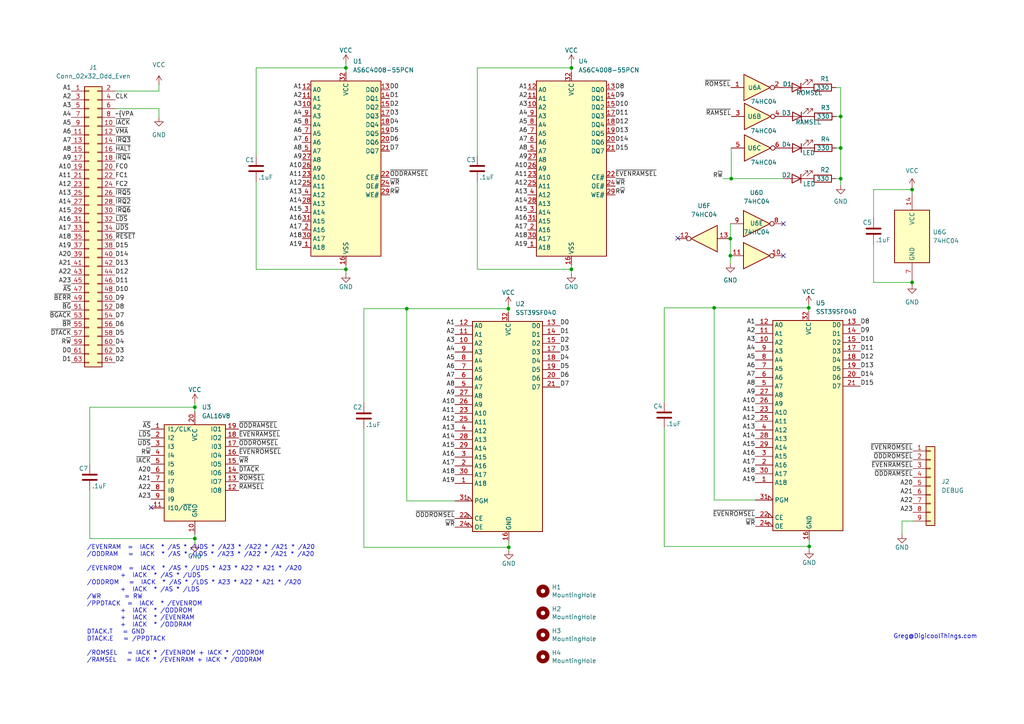
<source format=kicad_sch>
(kicad_sch (version 20211123) (generator eeschema)

  (uuid 1a2f72d1-0b36-4610-afc4-4ad1660d5d3b)

  (paper "A4")

  (title_block
    (date "2022-02")
    (rev "1.0")
  )

  (lib_symbols
    (symbol "74xx:74HC04" (in_bom yes) (on_board yes)
      (property "Reference" "U" (id 0) (at 0 1.27 0)
        (effects (font (size 1.27 1.27)))
      )
      (property "Value" "74HC04" (id 1) (at 0 -1.27 0)
        (effects (font (size 1.27 1.27)))
      )
      (property "Footprint" "" (id 2) (at 0 0 0)
        (effects (font (size 1.27 1.27)) hide)
      )
      (property "Datasheet" "https://assets.nexperia.com/documents/data-sheet/74HC_HCT04.pdf" (id 3) (at 0 0 0)
        (effects (font (size 1.27 1.27)) hide)
      )
      (property "ki_locked" "" (id 4) (at 0 0 0)
        (effects (font (size 1.27 1.27)))
      )
      (property "ki_keywords" "HCMOS not inv" (id 5) (at 0 0 0)
        (effects (font (size 1.27 1.27)) hide)
      )
      (property "ki_description" "Hex Inverter" (id 6) (at 0 0 0)
        (effects (font (size 1.27 1.27)) hide)
      )
      (property "ki_fp_filters" "DIP*W7.62mm* SSOP?14* TSSOP?14*" (id 7) (at 0 0 0)
        (effects (font (size 1.27 1.27)) hide)
      )
      (symbol "74HC04_1_0"
        (polyline
          (pts
            (xy -3.81 3.81)
            (xy -3.81 -3.81)
            (xy 3.81 0)
            (xy -3.81 3.81)
          )
          (stroke (width 0.254) (type default) (color 0 0 0 0))
          (fill (type background))
        )
        (pin input line (at -7.62 0 0) (length 3.81)
          (name "~" (effects (font (size 1.27 1.27))))
          (number "1" (effects (font (size 1.27 1.27))))
        )
        (pin output inverted (at 7.62 0 180) (length 3.81)
          (name "~" (effects (font (size 1.27 1.27))))
          (number "2" (effects (font (size 1.27 1.27))))
        )
      )
      (symbol "74HC04_2_0"
        (polyline
          (pts
            (xy -3.81 3.81)
            (xy -3.81 -3.81)
            (xy 3.81 0)
            (xy -3.81 3.81)
          )
          (stroke (width 0.254) (type default) (color 0 0 0 0))
          (fill (type background))
        )
        (pin input line (at -7.62 0 0) (length 3.81)
          (name "~" (effects (font (size 1.27 1.27))))
          (number "3" (effects (font (size 1.27 1.27))))
        )
        (pin output inverted (at 7.62 0 180) (length 3.81)
          (name "~" (effects (font (size 1.27 1.27))))
          (number "4" (effects (font (size 1.27 1.27))))
        )
      )
      (symbol "74HC04_3_0"
        (polyline
          (pts
            (xy -3.81 3.81)
            (xy -3.81 -3.81)
            (xy 3.81 0)
            (xy -3.81 3.81)
          )
          (stroke (width 0.254) (type default) (color 0 0 0 0))
          (fill (type background))
        )
        (pin input line (at -7.62 0 0) (length 3.81)
          (name "~" (effects (font (size 1.27 1.27))))
          (number "5" (effects (font (size 1.27 1.27))))
        )
        (pin output inverted (at 7.62 0 180) (length 3.81)
          (name "~" (effects (font (size 1.27 1.27))))
          (number "6" (effects (font (size 1.27 1.27))))
        )
      )
      (symbol "74HC04_4_0"
        (polyline
          (pts
            (xy -3.81 3.81)
            (xy -3.81 -3.81)
            (xy 3.81 0)
            (xy -3.81 3.81)
          )
          (stroke (width 0.254) (type default) (color 0 0 0 0))
          (fill (type background))
        )
        (pin output inverted (at 7.62 0 180) (length 3.81)
          (name "~" (effects (font (size 1.27 1.27))))
          (number "8" (effects (font (size 1.27 1.27))))
        )
        (pin input line (at -7.62 0 0) (length 3.81)
          (name "~" (effects (font (size 1.27 1.27))))
          (number "9" (effects (font (size 1.27 1.27))))
        )
      )
      (symbol "74HC04_5_0"
        (polyline
          (pts
            (xy -3.81 3.81)
            (xy -3.81 -3.81)
            (xy 3.81 0)
            (xy -3.81 3.81)
          )
          (stroke (width 0.254) (type default) (color 0 0 0 0))
          (fill (type background))
        )
        (pin output inverted (at 7.62 0 180) (length 3.81)
          (name "~" (effects (font (size 1.27 1.27))))
          (number "10" (effects (font (size 1.27 1.27))))
        )
        (pin input line (at -7.62 0 0) (length 3.81)
          (name "~" (effects (font (size 1.27 1.27))))
          (number "11" (effects (font (size 1.27 1.27))))
        )
      )
      (symbol "74HC04_6_0"
        (polyline
          (pts
            (xy -3.81 3.81)
            (xy -3.81 -3.81)
            (xy 3.81 0)
            (xy -3.81 3.81)
          )
          (stroke (width 0.254) (type default) (color 0 0 0 0))
          (fill (type background))
        )
        (pin output inverted (at 7.62 0 180) (length 3.81)
          (name "~" (effects (font (size 1.27 1.27))))
          (number "12" (effects (font (size 1.27 1.27))))
        )
        (pin input line (at -7.62 0 0) (length 3.81)
          (name "~" (effects (font (size 1.27 1.27))))
          (number "13" (effects (font (size 1.27 1.27))))
        )
      )
      (symbol "74HC04_7_0"
        (pin power_in line (at 0 12.7 270) (length 5.08)
          (name "VCC" (effects (font (size 1.27 1.27))))
          (number "14" (effects (font (size 1.27 1.27))))
        )
        (pin power_in line (at 0 -12.7 90) (length 5.08)
          (name "GND" (effects (font (size 1.27 1.27))))
          (number "7" (effects (font (size 1.27 1.27))))
        )
      )
      (symbol "74HC04_7_1"
        (rectangle (start -5.08 7.62) (end 5.08 -7.62)
          (stroke (width 0.254) (type default) (color 0 0 0 0))
          (fill (type background))
        )
      )
    )
    (symbol "Connector_Generic:Conn_01x09" (pin_names (offset 1.016) hide) (in_bom yes) (on_board yes)
      (property "Reference" "J" (id 0) (at 0 12.7 0)
        (effects (font (size 1.27 1.27)))
      )
      (property "Value" "Conn_01x09" (id 1) (at 0 -12.7 0)
        (effects (font (size 1.27 1.27)))
      )
      (property "Footprint" "" (id 2) (at 0 0 0)
        (effects (font (size 1.27 1.27)) hide)
      )
      (property "Datasheet" "~" (id 3) (at 0 0 0)
        (effects (font (size 1.27 1.27)) hide)
      )
      (property "ki_keywords" "connector" (id 4) (at 0 0 0)
        (effects (font (size 1.27 1.27)) hide)
      )
      (property "ki_description" "Generic connector, single row, 01x09, script generated (kicad-library-utils/schlib/autogen/connector/)" (id 5) (at 0 0 0)
        (effects (font (size 1.27 1.27)) hide)
      )
      (property "ki_fp_filters" "Connector*:*_1x??_*" (id 6) (at 0 0 0)
        (effects (font (size 1.27 1.27)) hide)
      )
      (symbol "Conn_01x09_1_1"
        (rectangle (start -1.27 -10.033) (end 0 -10.287)
          (stroke (width 0.1524) (type default) (color 0 0 0 0))
          (fill (type none))
        )
        (rectangle (start -1.27 -7.493) (end 0 -7.747)
          (stroke (width 0.1524) (type default) (color 0 0 0 0))
          (fill (type none))
        )
        (rectangle (start -1.27 -4.953) (end 0 -5.207)
          (stroke (width 0.1524) (type default) (color 0 0 0 0))
          (fill (type none))
        )
        (rectangle (start -1.27 -2.413) (end 0 -2.667)
          (stroke (width 0.1524) (type default) (color 0 0 0 0))
          (fill (type none))
        )
        (rectangle (start -1.27 0.127) (end 0 -0.127)
          (stroke (width 0.1524) (type default) (color 0 0 0 0))
          (fill (type none))
        )
        (rectangle (start -1.27 2.667) (end 0 2.413)
          (stroke (width 0.1524) (type default) (color 0 0 0 0))
          (fill (type none))
        )
        (rectangle (start -1.27 5.207) (end 0 4.953)
          (stroke (width 0.1524) (type default) (color 0 0 0 0))
          (fill (type none))
        )
        (rectangle (start -1.27 7.747) (end 0 7.493)
          (stroke (width 0.1524) (type default) (color 0 0 0 0))
          (fill (type none))
        )
        (rectangle (start -1.27 10.287) (end 0 10.033)
          (stroke (width 0.1524) (type default) (color 0 0 0 0))
          (fill (type none))
        )
        (rectangle (start -1.27 11.43) (end 1.27 -11.43)
          (stroke (width 0.254) (type default) (color 0 0 0 0))
          (fill (type background))
        )
        (pin passive line (at -5.08 10.16 0) (length 3.81)
          (name "Pin_1" (effects (font (size 1.27 1.27))))
          (number "1" (effects (font (size 1.27 1.27))))
        )
        (pin passive line (at -5.08 7.62 0) (length 3.81)
          (name "Pin_2" (effects (font (size 1.27 1.27))))
          (number "2" (effects (font (size 1.27 1.27))))
        )
        (pin passive line (at -5.08 5.08 0) (length 3.81)
          (name "Pin_3" (effects (font (size 1.27 1.27))))
          (number "3" (effects (font (size 1.27 1.27))))
        )
        (pin passive line (at -5.08 2.54 0) (length 3.81)
          (name "Pin_4" (effects (font (size 1.27 1.27))))
          (number "4" (effects (font (size 1.27 1.27))))
        )
        (pin passive line (at -5.08 0 0) (length 3.81)
          (name "Pin_5" (effects (font (size 1.27 1.27))))
          (number "5" (effects (font (size 1.27 1.27))))
        )
        (pin passive line (at -5.08 -2.54 0) (length 3.81)
          (name "Pin_6" (effects (font (size 1.27 1.27))))
          (number "6" (effects (font (size 1.27 1.27))))
        )
        (pin passive line (at -5.08 -5.08 0) (length 3.81)
          (name "Pin_7" (effects (font (size 1.27 1.27))))
          (number "7" (effects (font (size 1.27 1.27))))
        )
        (pin passive line (at -5.08 -7.62 0) (length 3.81)
          (name "Pin_8" (effects (font (size 1.27 1.27))))
          (number "8" (effects (font (size 1.27 1.27))))
        )
        (pin passive line (at -5.08 -10.16 0) (length 3.81)
          (name "Pin_9" (effects (font (size 1.27 1.27))))
          (number "9" (effects (font (size 1.27 1.27))))
        )
      )
    )
    (symbol "Connector_Generic:Conn_02x32_Odd_Even" (pin_names (offset 1.016) hide) (in_bom yes) (on_board yes)
      (property "Reference" "J" (id 0) (at 1.27 40.64 0)
        (effects (font (size 1.27 1.27)))
      )
      (property "Value" "Conn_02x32_Odd_Even" (id 1) (at 1.27 -43.18 0)
        (effects (font (size 1.27 1.27)))
      )
      (property "Footprint" "" (id 2) (at 0 0 0)
        (effects (font (size 1.27 1.27)) hide)
      )
      (property "Datasheet" "~" (id 3) (at 0 0 0)
        (effects (font (size 1.27 1.27)) hide)
      )
      (property "ki_keywords" "connector" (id 4) (at 0 0 0)
        (effects (font (size 1.27 1.27)) hide)
      )
      (property "ki_description" "Generic connector, double row, 02x32, odd/even pin numbering scheme (row 1 odd numbers, row 2 even numbers), script generated (kicad-library-utils/schlib/autogen/connector/)" (id 5) (at 0 0 0)
        (effects (font (size 1.27 1.27)) hide)
      )
      (property "ki_fp_filters" "Connector*:*_2x??_*" (id 6) (at 0 0 0)
        (effects (font (size 1.27 1.27)) hide)
      )
      (symbol "Conn_02x32_Odd_Even_1_1"
        (rectangle (start -1.27 -40.513) (end 0 -40.767)
          (stroke (width 0.1524) (type default) (color 0 0 0 0))
          (fill (type none))
        )
        (rectangle (start -1.27 -37.973) (end 0 -38.227)
          (stroke (width 0.1524) (type default) (color 0 0 0 0))
          (fill (type none))
        )
        (rectangle (start -1.27 -35.433) (end 0 -35.687)
          (stroke (width 0.1524) (type default) (color 0 0 0 0))
          (fill (type none))
        )
        (rectangle (start -1.27 -32.893) (end 0 -33.147)
          (stroke (width 0.1524) (type default) (color 0 0 0 0))
          (fill (type none))
        )
        (rectangle (start -1.27 -30.353) (end 0 -30.607)
          (stroke (width 0.1524) (type default) (color 0 0 0 0))
          (fill (type none))
        )
        (rectangle (start -1.27 -27.813) (end 0 -28.067)
          (stroke (width 0.1524) (type default) (color 0 0 0 0))
          (fill (type none))
        )
        (rectangle (start -1.27 -25.273) (end 0 -25.527)
          (stroke (width 0.1524) (type default) (color 0 0 0 0))
          (fill (type none))
        )
        (rectangle (start -1.27 -22.733) (end 0 -22.987)
          (stroke (width 0.1524) (type default) (color 0 0 0 0))
          (fill (type none))
        )
        (rectangle (start -1.27 -20.193) (end 0 -20.447)
          (stroke (width 0.1524) (type default) (color 0 0 0 0))
          (fill (type none))
        )
        (rectangle (start -1.27 -17.653) (end 0 -17.907)
          (stroke (width 0.1524) (type default) (color 0 0 0 0))
          (fill (type none))
        )
        (rectangle (start -1.27 -15.113) (end 0 -15.367)
          (stroke (width 0.1524) (type default) (color 0 0 0 0))
          (fill (type none))
        )
        (rectangle (start -1.27 -12.573) (end 0 -12.827)
          (stroke (width 0.1524) (type default) (color 0 0 0 0))
          (fill (type none))
        )
        (rectangle (start -1.27 -10.033) (end 0 -10.287)
          (stroke (width 0.1524) (type default) (color 0 0 0 0))
          (fill (type none))
        )
        (rectangle (start -1.27 -7.493) (end 0 -7.747)
          (stroke (width 0.1524) (type default) (color 0 0 0 0))
          (fill (type none))
        )
        (rectangle (start -1.27 -4.953) (end 0 -5.207)
          (stroke (width 0.1524) (type default) (color 0 0 0 0))
          (fill (type none))
        )
        (rectangle (start -1.27 -2.413) (end 0 -2.667)
          (stroke (width 0.1524) (type default) (color 0 0 0 0))
          (fill (type none))
        )
        (rectangle (start -1.27 0.127) (end 0 -0.127)
          (stroke (width 0.1524) (type default) (color 0 0 0 0))
          (fill (type none))
        )
        (rectangle (start -1.27 2.667) (end 0 2.413)
          (stroke (width 0.1524) (type default) (color 0 0 0 0))
          (fill (type none))
        )
        (rectangle (start -1.27 5.207) (end 0 4.953)
          (stroke (width 0.1524) (type default) (color 0 0 0 0))
          (fill (type none))
        )
        (rectangle (start -1.27 7.747) (end 0 7.493)
          (stroke (width 0.1524) (type default) (color 0 0 0 0))
          (fill (type none))
        )
        (rectangle (start -1.27 10.287) (end 0 10.033)
          (stroke (width 0.1524) (type default) (color 0 0 0 0))
          (fill (type none))
        )
        (rectangle (start -1.27 12.827) (end 0 12.573)
          (stroke (width 0.1524) (type default) (color 0 0 0 0))
          (fill (type none))
        )
        (rectangle (start -1.27 15.367) (end 0 15.113)
          (stroke (width 0.1524) (type default) (color 0 0 0 0))
          (fill (type none))
        )
        (rectangle (start -1.27 17.907) (end 0 17.653)
          (stroke (width 0.1524) (type default) (color 0 0 0 0))
          (fill (type none))
        )
        (rectangle (start -1.27 20.447) (end 0 20.193)
          (stroke (width 0.1524) (type default) (color 0 0 0 0))
          (fill (type none))
        )
        (rectangle (start -1.27 22.987) (end 0 22.733)
          (stroke (width 0.1524) (type default) (color 0 0 0 0))
          (fill (type none))
        )
        (rectangle (start -1.27 25.527) (end 0 25.273)
          (stroke (width 0.1524) (type default) (color 0 0 0 0))
          (fill (type none))
        )
        (rectangle (start -1.27 28.067) (end 0 27.813)
          (stroke (width 0.1524) (type default) (color 0 0 0 0))
          (fill (type none))
        )
        (rectangle (start -1.27 30.607) (end 0 30.353)
          (stroke (width 0.1524) (type default) (color 0 0 0 0))
          (fill (type none))
        )
        (rectangle (start -1.27 33.147) (end 0 32.893)
          (stroke (width 0.1524) (type default) (color 0 0 0 0))
          (fill (type none))
        )
        (rectangle (start -1.27 35.687) (end 0 35.433)
          (stroke (width 0.1524) (type default) (color 0 0 0 0))
          (fill (type none))
        )
        (rectangle (start -1.27 38.227) (end 0 37.973)
          (stroke (width 0.1524) (type default) (color 0 0 0 0))
          (fill (type none))
        )
        (rectangle (start -1.27 39.37) (end 3.81 -41.91)
          (stroke (width 0.254) (type default) (color 0 0 0 0))
          (fill (type background))
        )
        (rectangle (start 3.81 -40.513) (end 2.54 -40.767)
          (stroke (width 0.1524) (type default) (color 0 0 0 0))
          (fill (type none))
        )
        (rectangle (start 3.81 -37.973) (end 2.54 -38.227)
          (stroke (width 0.1524) (type default) (color 0 0 0 0))
          (fill (type none))
        )
        (rectangle (start 3.81 -35.433) (end 2.54 -35.687)
          (stroke (width 0.1524) (type default) (color 0 0 0 0))
          (fill (type none))
        )
        (rectangle (start 3.81 -32.893) (end 2.54 -33.147)
          (stroke (width 0.1524) (type default) (color 0 0 0 0))
          (fill (type none))
        )
        (rectangle (start 3.81 -30.353) (end 2.54 -30.607)
          (stroke (width 0.1524) (type default) (color 0 0 0 0))
          (fill (type none))
        )
        (rectangle (start 3.81 -27.813) (end 2.54 -28.067)
          (stroke (width 0.1524) (type default) (color 0 0 0 0))
          (fill (type none))
        )
        (rectangle (start 3.81 -25.273) (end 2.54 -25.527)
          (stroke (width 0.1524) (type default) (color 0 0 0 0))
          (fill (type none))
        )
        (rectangle (start 3.81 -22.733) (end 2.54 -22.987)
          (stroke (width 0.1524) (type default) (color 0 0 0 0))
          (fill (type none))
        )
        (rectangle (start 3.81 -20.193) (end 2.54 -20.447)
          (stroke (width 0.1524) (type default) (color 0 0 0 0))
          (fill (type none))
        )
        (rectangle (start 3.81 -17.653) (end 2.54 -17.907)
          (stroke (width 0.1524) (type default) (color 0 0 0 0))
          (fill (type none))
        )
        (rectangle (start 3.81 -15.113) (end 2.54 -15.367)
          (stroke (width 0.1524) (type default) (color 0 0 0 0))
          (fill (type none))
        )
        (rectangle (start 3.81 -12.573) (end 2.54 -12.827)
          (stroke (width 0.1524) (type default) (color 0 0 0 0))
          (fill (type none))
        )
        (rectangle (start 3.81 -10.033) (end 2.54 -10.287)
          (stroke (width 0.1524) (type default) (color 0 0 0 0))
          (fill (type none))
        )
        (rectangle (start 3.81 -7.493) (end 2.54 -7.747)
          (stroke (width 0.1524) (type default) (color 0 0 0 0))
          (fill (type none))
        )
        (rectangle (start 3.81 -4.953) (end 2.54 -5.207)
          (stroke (width 0.1524) (type default) (color 0 0 0 0))
          (fill (type none))
        )
        (rectangle (start 3.81 -2.413) (end 2.54 -2.667)
          (stroke (width 0.1524) (type default) (color 0 0 0 0))
          (fill (type none))
        )
        (rectangle (start 3.81 0.127) (end 2.54 -0.127)
          (stroke (width 0.1524) (type default) (color 0 0 0 0))
          (fill (type none))
        )
        (rectangle (start 3.81 2.667) (end 2.54 2.413)
          (stroke (width 0.1524) (type default) (color 0 0 0 0))
          (fill (type none))
        )
        (rectangle (start 3.81 5.207) (end 2.54 4.953)
          (stroke (width 0.1524) (type default) (color 0 0 0 0))
          (fill (type none))
        )
        (rectangle (start 3.81 7.747) (end 2.54 7.493)
          (stroke (width 0.1524) (type default) (color 0 0 0 0))
          (fill (type none))
        )
        (rectangle (start 3.81 10.287) (end 2.54 10.033)
          (stroke (width 0.1524) (type default) (color 0 0 0 0))
          (fill (type none))
        )
        (rectangle (start 3.81 12.827) (end 2.54 12.573)
          (stroke (width 0.1524) (type default) (color 0 0 0 0))
          (fill (type none))
        )
        (rectangle (start 3.81 15.367) (end 2.54 15.113)
          (stroke (width 0.1524) (type default) (color 0 0 0 0))
          (fill (type none))
        )
        (rectangle (start 3.81 17.907) (end 2.54 17.653)
          (stroke (width 0.1524) (type default) (color 0 0 0 0))
          (fill (type none))
        )
        (rectangle (start 3.81 20.447) (end 2.54 20.193)
          (stroke (width 0.1524) (type default) (color 0 0 0 0))
          (fill (type none))
        )
        (rectangle (start 3.81 22.987) (end 2.54 22.733)
          (stroke (width 0.1524) (type default) (color 0 0 0 0))
          (fill (type none))
        )
        (rectangle (start 3.81 25.527) (end 2.54 25.273)
          (stroke (width 0.1524) (type default) (color 0 0 0 0))
          (fill (type none))
        )
        (rectangle (start 3.81 28.067) (end 2.54 27.813)
          (stroke (width 0.1524) (type default) (color 0 0 0 0))
          (fill (type none))
        )
        (rectangle (start 3.81 30.607) (end 2.54 30.353)
          (stroke (width 0.1524) (type default) (color 0 0 0 0))
          (fill (type none))
        )
        (rectangle (start 3.81 33.147) (end 2.54 32.893)
          (stroke (width 0.1524) (type default) (color 0 0 0 0))
          (fill (type none))
        )
        (rectangle (start 3.81 35.687) (end 2.54 35.433)
          (stroke (width 0.1524) (type default) (color 0 0 0 0))
          (fill (type none))
        )
        (rectangle (start 3.81 38.227) (end 2.54 37.973)
          (stroke (width 0.1524) (type default) (color 0 0 0 0))
          (fill (type none))
        )
        (pin passive line (at -5.08 38.1 0) (length 3.81)
          (name "Pin_1" (effects (font (size 1.27 1.27))))
          (number "1" (effects (font (size 1.27 1.27))))
        )
        (pin passive line (at 7.62 27.94 180) (length 3.81)
          (name "Pin_10" (effects (font (size 1.27 1.27))))
          (number "10" (effects (font (size 1.27 1.27))))
        )
        (pin passive line (at -5.08 25.4 0) (length 3.81)
          (name "Pin_11" (effects (font (size 1.27 1.27))))
          (number "11" (effects (font (size 1.27 1.27))))
        )
        (pin passive line (at 7.62 25.4 180) (length 3.81)
          (name "Pin_12" (effects (font (size 1.27 1.27))))
          (number "12" (effects (font (size 1.27 1.27))))
        )
        (pin passive line (at -5.08 22.86 0) (length 3.81)
          (name "Pin_13" (effects (font (size 1.27 1.27))))
          (number "13" (effects (font (size 1.27 1.27))))
        )
        (pin passive line (at 7.62 22.86 180) (length 3.81)
          (name "Pin_14" (effects (font (size 1.27 1.27))))
          (number "14" (effects (font (size 1.27 1.27))))
        )
        (pin passive line (at -5.08 20.32 0) (length 3.81)
          (name "Pin_15" (effects (font (size 1.27 1.27))))
          (number "15" (effects (font (size 1.27 1.27))))
        )
        (pin passive line (at 7.62 20.32 180) (length 3.81)
          (name "Pin_16" (effects (font (size 1.27 1.27))))
          (number "16" (effects (font (size 1.27 1.27))))
        )
        (pin passive line (at -5.08 17.78 0) (length 3.81)
          (name "Pin_17" (effects (font (size 1.27 1.27))))
          (number "17" (effects (font (size 1.27 1.27))))
        )
        (pin passive line (at 7.62 17.78 180) (length 3.81)
          (name "Pin_18" (effects (font (size 1.27 1.27))))
          (number "18" (effects (font (size 1.27 1.27))))
        )
        (pin passive line (at -5.08 15.24 0) (length 3.81)
          (name "Pin_19" (effects (font (size 1.27 1.27))))
          (number "19" (effects (font (size 1.27 1.27))))
        )
        (pin passive line (at 7.62 38.1 180) (length 3.81)
          (name "Pin_2" (effects (font (size 1.27 1.27))))
          (number "2" (effects (font (size 1.27 1.27))))
        )
        (pin passive line (at 7.62 15.24 180) (length 3.81)
          (name "Pin_20" (effects (font (size 1.27 1.27))))
          (number "20" (effects (font (size 1.27 1.27))))
        )
        (pin passive line (at -5.08 12.7 0) (length 3.81)
          (name "Pin_21" (effects (font (size 1.27 1.27))))
          (number "21" (effects (font (size 1.27 1.27))))
        )
        (pin passive line (at 7.62 12.7 180) (length 3.81)
          (name "Pin_22" (effects (font (size 1.27 1.27))))
          (number "22" (effects (font (size 1.27 1.27))))
        )
        (pin passive line (at -5.08 10.16 0) (length 3.81)
          (name "Pin_23" (effects (font (size 1.27 1.27))))
          (number "23" (effects (font (size 1.27 1.27))))
        )
        (pin passive line (at 7.62 10.16 180) (length 3.81)
          (name "Pin_24" (effects (font (size 1.27 1.27))))
          (number "24" (effects (font (size 1.27 1.27))))
        )
        (pin passive line (at -5.08 7.62 0) (length 3.81)
          (name "Pin_25" (effects (font (size 1.27 1.27))))
          (number "25" (effects (font (size 1.27 1.27))))
        )
        (pin passive line (at 7.62 7.62 180) (length 3.81)
          (name "Pin_26" (effects (font (size 1.27 1.27))))
          (number "26" (effects (font (size 1.27 1.27))))
        )
        (pin passive line (at -5.08 5.08 0) (length 3.81)
          (name "Pin_27" (effects (font (size 1.27 1.27))))
          (number "27" (effects (font (size 1.27 1.27))))
        )
        (pin passive line (at 7.62 5.08 180) (length 3.81)
          (name "Pin_28" (effects (font (size 1.27 1.27))))
          (number "28" (effects (font (size 1.27 1.27))))
        )
        (pin passive line (at -5.08 2.54 0) (length 3.81)
          (name "Pin_29" (effects (font (size 1.27 1.27))))
          (number "29" (effects (font (size 1.27 1.27))))
        )
        (pin passive line (at -5.08 35.56 0) (length 3.81)
          (name "Pin_3" (effects (font (size 1.27 1.27))))
          (number "3" (effects (font (size 1.27 1.27))))
        )
        (pin passive line (at 7.62 2.54 180) (length 3.81)
          (name "Pin_30" (effects (font (size 1.27 1.27))))
          (number "30" (effects (font (size 1.27 1.27))))
        )
        (pin passive line (at -5.08 0 0) (length 3.81)
          (name "Pin_31" (effects (font (size 1.27 1.27))))
          (number "31" (effects (font (size 1.27 1.27))))
        )
        (pin passive line (at 7.62 0 180) (length 3.81)
          (name "Pin_32" (effects (font (size 1.27 1.27))))
          (number "32" (effects (font (size 1.27 1.27))))
        )
        (pin passive line (at -5.08 -2.54 0) (length 3.81)
          (name "Pin_33" (effects (font (size 1.27 1.27))))
          (number "33" (effects (font (size 1.27 1.27))))
        )
        (pin passive line (at 7.62 -2.54 180) (length 3.81)
          (name "Pin_34" (effects (font (size 1.27 1.27))))
          (number "34" (effects (font (size 1.27 1.27))))
        )
        (pin passive line (at -5.08 -5.08 0) (length 3.81)
          (name "Pin_35" (effects (font (size 1.27 1.27))))
          (number "35" (effects (font (size 1.27 1.27))))
        )
        (pin passive line (at 7.62 -5.08 180) (length 3.81)
          (name "Pin_36" (effects (font (size 1.27 1.27))))
          (number "36" (effects (font (size 1.27 1.27))))
        )
        (pin passive line (at -5.08 -7.62 0) (length 3.81)
          (name "Pin_37" (effects (font (size 1.27 1.27))))
          (number "37" (effects (font (size 1.27 1.27))))
        )
        (pin passive line (at 7.62 -7.62 180) (length 3.81)
          (name "Pin_38" (effects (font (size 1.27 1.27))))
          (number "38" (effects (font (size 1.27 1.27))))
        )
        (pin passive line (at -5.08 -10.16 0) (length 3.81)
          (name "Pin_39" (effects (font (size 1.27 1.27))))
          (number "39" (effects (font (size 1.27 1.27))))
        )
        (pin passive line (at 7.62 35.56 180) (length 3.81)
          (name "Pin_4" (effects (font (size 1.27 1.27))))
          (number "4" (effects (font (size 1.27 1.27))))
        )
        (pin passive line (at 7.62 -10.16 180) (length 3.81)
          (name "Pin_40" (effects (font (size 1.27 1.27))))
          (number "40" (effects (font (size 1.27 1.27))))
        )
        (pin passive line (at -5.08 -12.7 0) (length 3.81)
          (name "Pin_41" (effects (font (size 1.27 1.27))))
          (number "41" (effects (font (size 1.27 1.27))))
        )
        (pin passive line (at 7.62 -12.7 180) (length 3.81)
          (name "Pin_42" (effects (font (size 1.27 1.27))))
          (number "42" (effects (font (size 1.27 1.27))))
        )
        (pin passive line (at -5.08 -15.24 0) (length 3.81)
          (name "Pin_43" (effects (font (size 1.27 1.27))))
          (number "43" (effects (font (size 1.27 1.27))))
        )
        (pin passive line (at 7.62 -15.24 180) (length 3.81)
          (name "Pin_44" (effects (font (size 1.27 1.27))))
          (number "44" (effects (font (size 1.27 1.27))))
        )
        (pin passive line (at -5.08 -17.78 0) (length 3.81)
          (name "Pin_45" (effects (font (size 1.27 1.27))))
          (number "45" (effects (font (size 1.27 1.27))))
        )
        (pin passive line (at 7.62 -17.78 180) (length 3.81)
          (name "Pin_46" (effects (font (size 1.27 1.27))))
          (number "46" (effects (font (size 1.27 1.27))))
        )
        (pin passive line (at -5.08 -20.32 0) (length 3.81)
          (name "Pin_47" (effects (font (size 1.27 1.27))))
          (number "47" (effects (font (size 1.27 1.27))))
        )
        (pin passive line (at 7.62 -20.32 180) (length 3.81)
          (name "Pin_48" (effects (font (size 1.27 1.27))))
          (number "48" (effects (font (size 1.27 1.27))))
        )
        (pin passive line (at -5.08 -22.86 0) (length 3.81)
          (name "Pin_49" (effects (font (size 1.27 1.27))))
          (number "49" (effects (font (size 1.27 1.27))))
        )
        (pin passive line (at -5.08 33.02 0) (length 3.81)
          (name "Pin_5" (effects (font (size 1.27 1.27))))
          (number "5" (effects (font (size 1.27 1.27))))
        )
        (pin passive line (at 7.62 -22.86 180) (length 3.81)
          (name "Pin_50" (effects (font (size 1.27 1.27))))
          (number "50" (effects (font (size 1.27 1.27))))
        )
        (pin passive line (at -5.08 -25.4 0) (length 3.81)
          (name "Pin_51" (effects (font (size 1.27 1.27))))
          (number "51" (effects (font (size 1.27 1.27))))
        )
        (pin passive line (at 7.62 -25.4 180) (length 3.81)
          (name "Pin_52" (effects (font (size 1.27 1.27))))
          (number "52" (effects (font (size 1.27 1.27))))
        )
        (pin passive line (at -5.08 -27.94 0) (length 3.81)
          (name "Pin_53" (effects (font (size 1.27 1.27))))
          (number "53" (effects (font (size 1.27 1.27))))
        )
        (pin passive line (at 7.62 -27.94 180) (length 3.81)
          (name "Pin_54" (effects (font (size 1.27 1.27))))
          (number "54" (effects (font (size 1.27 1.27))))
        )
        (pin passive line (at -5.08 -30.48 0) (length 3.81)
          (name "Pin_55" (effects (font (size 1.27 1.27))))
          (number "55" (effects (font (size 1.27 1.27))))
        )
        (pin passive line (at 7.62 -30.48 180) (length 3.81)
          (name "Pin_56" (effects (font (size 1.27 1.27))))
          (number "56" (effects (font (size 1.27 1.27))))
        )
        (pin passive line (at -5.08 -33.02 0) (length 3.81)
          (name "Pin_57" (effects (font (size 1.27 1.27))))
          (number "57" (effects (font (size 1.27 1.27))))
        )
        (pin passive line (at 7.62 -33.02 180) (length 3.81)
          (name "Pin_58" (effects (font (size 1.27 1.27))))
          (number "58" (effects (font (size 1.27 1.27))))
        )
        (pin passive line (at -5.08 -35.56 0) (length 3.81)
          (name "Pin_59" (effects (font (size 1.27 1.27))))
          (number "59" (effects (font (size 1.27 1.27))))
        )
        (pin passive line (at 7.62 33.02 180) (length 3.81)
          (name "Pin_6" (effects (font (size 1.27 1.27))))
          (number "6" (effects (font (size 1.27 1.27))))
        )
        (pin passive line (at 7.62 -35.56 180) (length 3.81)
          (name "Pin_60" (effects (font (size 1.27 1.27))))
          (number "60" (effects (font (size 1.27 1.27))))
        )
        (pin passive line (at -5.08 -38.1 0) (length 3.81)
          (name "Pin_61" (effects (font (size 1.27 1.27))))
          (number "61" (effects (font (size 1.27 1.27))))
        )
        (pin passive line (at 7.62 -38.1 180) (length 3.81)
          (name "Pin_62" (effects (font (size 1.27 1.27))))
          (number "62" (effects (font (size 1.27 1.27))))
        )
        (pin passive line (at -5.08 -40.64 0) (length 3.81)
          (name "Pin_63" (effects (font (size 1.27 1.27))))
          (number "63" (effects (font (size 1.27 1.27))))
        )
        (pin passive line (at 7.62 -40.64 180) (length 3.81)
          (name "Pin_64" (effects (font (size 1.27 1.27))))
          (number "64" (effects (font (size 1.27 1.27))))
        )
        (pin passive line (at -5.08 30.48 0) (length 3.81)
          (name "Pin_7" (effects (font (size 1.27 1.27))))
          (number "7" (effects (font (size 1.27 1.27))))
        )
        (pin passive line (at 7.62 30.48 180) (length 3.81)
          (name "Pin_8" (effects (font (size 1.27 1.27))))
          (number "8" (effects (font (size 1.27 1.27))))
        )
        (pin passive line (at -5.08 27.94 0) (length 3.81)
          (name "Pin_9" (effects (font (size 1.27 1.27))))
          (number "9" (effects (font (size 1.27 1.27))))
        )
      )
    )
    (symbol "Device:C" (pin_numbers hide) (pin_names (offset 0.254)) (in_bom yes) (on_board yes)
      (property "Reference" "C" (id 0) (at 0.635 2.54 0)
        (effects (font (size 1.27 1.27)) (justify left))
      )
      (property "Value" "C" (id 1) (at 0.635 -2.54 0)
        (effects (font (size 1.27 1.27)) (justify left))
      )
      (property "Footprint" "" (id 2) (at 0.9652 -3.81 0)
        (effects (font (size 1.27 1.27)) hide)
      )
      (property "Datasheet" "~" (id 3) (at 0 0 0)
        (effects (font (size 1.27 1.27)) hide)
      )
      (property "ki_keywords" "cap capacitor" (id 4) (at 0 0 0)
        (effects (font (size 1.27 1.27)) hide)
      )
      (property "ki_description" "Unpolarized capacitor" (id 5) (at 0 0 0)
        (effects (font (size 1.27 1.27)) hide)
      )
      (property "ki_fp_filters" "C_*" (id 6) (at 0 0 0)
        (effects (font (size 1.27 1.27)) hide)
      )
      (symbol "C_0_1"
        (polyline
          (pts
            (xy -2.032 -0.762)
            (xy 2.032 -0.762)
          )
          (stroke (width 0.508) (type default) (color 0 0 0 0))
          (fill (type none))
        )
        (polyline
          (pts
            (xy -2.032 0.762)
            (xy 2.032 0.762)
          )
          (stroke (width 0.508) (type default) (color 0 0 0 0))
          (fill (type none))
        )
      )
      (symbol "C_1_1"
        (pin passive line (at 0 3.81 270) (length 2.794)
          (name "~" (effects (font (size 1.27 1.27))))
          (number "1" (effects (font (size 1.27 1.27))))
        )
        (pin passive line (at 0 -3.81 90) (length 2.794)
          (name "~" (effects (font (size 1.27 1.27))))
          (number "2" (effects (font (size 1.27 1.27))))
        )
      )
    )
    (symbol "Device:LED" (pin_numbers hide) (pin_names (offset 1.016) hide) (in_bom yes) (on_board yes)
      (property "Reference" "D" (id 0) (at 0 2.54 0)
        (effects (font (size 1.27 1.27)))
      )
      (property "Value" "LED" (id 1) (at 0 -2.54 0)
        (effects (font (size 1.27 1.27)))
      )
      (property "Footprint" "" (id 2) (at 0 0 0)
        (effects (font (size 1.27 1.27)) hide)
      )
      (property "Datasheet" "~" (id 3) (at 0 0 0)
        (effects (font (size 1.27 1.27)) hide)
      )
      (property "ki_keywords" "LED diode" (id 4) (at 0 0 0)
        (effects (font (size 1.27 1.27)) hide)
      )
      (property "ki_description" "Light emitting diode" (id 5) (at 0 0 0)
        (effects (font (size 1.27 1.27)) hide)
      )
      (property "ki_fp_filters" "LED* LED_SMD:* LED_THT:*" (id 6) (at 0 0 0)
        (effects (font (size 1.27 1.27)) hide)
      )
      (symbol "LED_0_1"
        (polyline
          (pts
            (xy -1.27 -1.27)
            (xy -1.27 1.27)
          )
          (stroke (width 0.254) (type default) (color 0 0 0 0))
          (fill (type none))
        )
        (polyline
          (pts
            (xy -1.27 0)
            (xy 1.27 0)
          )
          (stroke (width 0) (type default) (color 0 0 0 0))
          (fill (type none))
        )
        (polyline
          (pts
            (xy 1.27 -1.27)
            (xy 1.27 1.27)
            (xy -1.27 0)
            (xy 1.27 -1.27)
          )
          (stroke (width 0.254) (type default) (color 0 0 0 0))
          (fill (type none))
        )
        (polyline
          (pts
            (xy -3.048 -0.762)
            (xy -4.572 -2.286)
            (xy -3.81 -2.286)
            (xy -4.572 -2.286)
            (xy -4.572 -1.524)
          )
          (stroke (width 0) (type default) (color 0 0 0 0))
          (fill (type none))
        )
        (polyline
          (pts
            (xy -1.778 -0.762)
            (xy -3.302 -2.286)
            (xy -2.54 -2.286)
            (xy -3.302 -2.286)
            (xy -3.302 -1.524)
          )
          (stroke (width 0) (type default) (color 0 0 0 0))
          (fill (type none))
        )
      )
      (symbol "LED_1_1"
        (pin passive line (at -3.81 0 0) (length 2.54)
          (name "K" (effects (font (size 1.27 1.27))))
          (number "1" (effects (font (size 1.27 1.27))))
        )
        (pin passive line (at 3.81 0 180) (length 2.54)
          (name "A" (effects (font (size 1.27 1.27))))
          (number "2" (effects (font (size 1.27 1.27))))
        )
      )
    )
    (symbol "Device:R" (pin_numbers hide) (pin_names (offset 0)) (in_bom yes) (on_board yes)
      (property "Reference" "R" (id 0) (at 2.032 0 90)
        (effects (font (size 1.27 1.27)))
      )
      (property "Value" "R" (id 1) (at 0 0 90)
        (effects (font (size 1.27 1.27)))
      )
      (property "Footprint" "" (id 2) (at -1.778 0 90)
        (effects (font (size 1.27 1.27)) hide)
      )
      (property "Datasheet" "~" (id 3) (at 0 0 0)
        (effects (font (size 1.27 1.27)) hide)
      )
      (property "ki_keywords" "R res resistor" (id 4) (at 0 0 0)
        (effects (font (size 1.27 1.27)) hide)
      )
      (property "ki_description" "Resistor" (id 5) (at 0 0 0)
        (effects (font (size 1.27 1.27)) hide)
      )
      (property "ki_fp_filters" "R_*" (id 6) (at 0 0 0)
        (effects (font (size 1.27 1.27)) hide)
      )
      (symbol "R_0_1"
        (rectangle (start -1.016 -2.54) (end 1.016 2.54)
          (stroke (width 0.254) (type default) (color 0 0 0 0))
          (fill (type none))
        )
      )
      (symbol "R_1_1"
        (pin passive line (at 0 3.81 270) (length 1.27)
          (name "~" (effects (font (size 1.27 1.27))))
          (number "1" (effects (font (size 1.27 1.27))))
        )
        (pin passive line (at 0 -3.81 90) (length 1.27)
          (name "~" (effects (font (size 1.27 1.27))))
          (number "2" (effects (font (size 1.27 1.27))))
        )
      )
    )
    (symbol "Logic_Programmable:GAL16V8" (pin_names (offset 1.016)) (in_bom yes) (on_board yes)
      (property "Reference" "U" (id 0) (at -8.89 16.51 0)
        (effects (font (size 1.27 1.27)) (justify left))
      )
      (property "Value" "GAL16V8" (id 1) (at 1.27 16.51 0)
        (effects (font (size 1.27 1.27)) (justify left))
      )
      (property "Footprint" "" (id 2) (at 0 0 0)
        (effects (font (size 1.27 1.27)) hide)
      )
      (property "Datasheet" "" (id 3) (at 0 0 0)
        (effects (font (size 1.27 1.27)) hide)
      )
      (property "ki_keywords" "GAL PLD 16V8" (id 4) (at 0 0 0)
        (effects (font (size 1.27 1.27)) hide)
      )
      (property "ki_description" "Programmable Logic Array, DIP-20/SOIC-20/PLCC-20" (id 5) (at 0 0 0)
        (effects (font (size 1.27 1.27)) hide)
      )
      (property "ki_fp_filters" "DIP* PDIP* SOIC* SO* PLCC*" (id 6) (at 0 0 0)
        (effects (font (size 1.27 1.27)) hide)
      )
      (symbol "GAL16V8_0_0"
        (pin power_in line (at 0 -17.78 90) (length 3.81)
          (name "GND" (effects (font (size 1.27 1.27))))
          (number "10" (effects (font (size 1.27 1.27))))
        )
        (pin power_in line (at 0 17.78 270) (length 3.81)
          (name "VCC" (effects (font (size 1.27 1.27))))
          (number "20" (effects (font (size 1.27 1.27))))
        )
      )
      (symbol "GAL16V8_0_1"
        (rectangle (start -8.89 13.97) (end 8.89 -13.97)
          (stroke (width 0.254) (type default) (color 0 0 0 0))
          (fill (type background))
        )
      )
      (symbol "GAL16V8_1_1"
        (pin input line (at -12.7 12.7 0) (length 3.81)
          (name "I1/CLK" (effects (font (size 1.27 1.27))))
          (number "1" (effects (font (size 1.27 1.27))))
        )
        (pin input line (at -12.7 -10.16 0) (length 3.81)
          (name "I10/~{OE}" (effects (font (size 1.27 1.27))))
          (number "11" (effects (font (size 1.27 1.27))))
        )
        (pin tri_state line (at 12.7 -5.08 180) (length 3.81)
          (name "IO8" (effects (font (size 1.27 1.27))))
          (number "12" (effects (font (size 1.27 1.27))))
        )
        (pin tri_state line (at 12.7 -2.54 180) (length 3.81)
          (name "IO7" (effects (font (size 1.27 1.27))))
          (number "13" (effects (font (size 1.27 1.27))))
        )
        (pin tri_state line (at 12.7 0 180) (length 3.81)
          (name "IO6" (effects (font (size 1.27 1.27))))
          (number "14" (effects (font (size 1.27 1.27))))
        )
        (pin tri_state line (at 12.7 2.54 180) (length 3.81)
          (name "IO5" (effects (font (size 1.27 1.27))))
          (number "15" (effects (font (size 1.27 1.27))))
        )
        (pin tri_state line (at 12.7 5.08 180) (length 3.81)
          (name "IO4" (effects (font (size 1.27 1.27))))
          (number "16" (effects (font (size 1.27 1.27))))
        )
        (pin tri_state line (at 12.7 7.62 180) (length 3.81)
          (name "I03" (effects (font (size 1.27 1.27))))
          (number "17" (effects (font (size 1.27 1.27))))
        )
        (pin tri_state line (at 12.7 10.16 180) (length 3.81)
          (name "IO2" (effects (font (size 1.27 1.27))))
          (number "18" (effects (font (size 1.27 1.27))))
        )
        (pin tri_state line (at 12.7 12.7 180) (length 3.81)
          (name "IO1" (effects (font (size 1.27 1.27))))
          (number "19" (effects (font (size 1.27 1.27))))
        )
        (pin input line (at -12.7 10.16 0) (length 3.81)
          (name "I2" (effects (font (size 1.27 1.27))))
          (number "2" (effects (font (size 1.27 1.27))))
        )
        (pin input line (at -12.7 7.62 0) (length 3.81)
          (name "I3" (effects (font (size 1.27 1.27))))
          (number "3" (effects (font (size 1.27 1.27))))
        )
        (pin input line (at -12.7 5.08 0) (length 3.81)
          (name "I4" (effects (font (size 1.27 1.27))))
          (number "4" (effects (font (size 1.27 1.27))))
        )
        (pin input line (at -12.7 2.54 0) (length 3.81)
          (name "I5" (effects (font (size 1.27 1.27))))
          (number "5" (effects (font (size 1.27 1.27))))
        )
        (pin input line (at -12.7 0 0) (length 3.81)
          (name "I6" (effects (font (size 1.27 1.27))))
          (number "6" (effects (font (size 1.27 1.27))))
        )
        (pin input line (at -12.7 -2.54 0) (length 3.81)
          (name "I7" (effects (font (size 1.27 1.27))))
          (number "7" (effects (font (size 1.27 1.27))))
        )
        (pin input line (at -12.7 -5.08 0) (length 3.81)
          (name "I8" (effects (font (size 1.27 1.27))))
          (number "8" (effects (font (size 1.27 1.27))))
        )
        (pin input line (at -12.7 -7.62 0) (length 3.81)
          (name "I9" (effects (font (size 1.27 1.27))))
          (number "9" (effects (font (size 1.27 1.27))))
        )
      )
    )
    (symbol "Mechanical:MountingHole" (pin_names (offset 1.016)) (in_bom yes) (on_board yes)
      (property "Reference" "H" (id 0) (at 0 5.08 0)
        (effects (font (size 1.27 1.27)))
      )
      (property "Value" "MountingHole" (id 1) (at 0 3.175 0)
        (effects (font (size 1.27 1.27)))
      )
      (property "Footprint" "" (id 2) (at 0 0 0)
        (effects (font (size 1.27 1.27)) hide)
      )
      (property "Datasheet" "~" (id 3) (at 0 0 0)
        (effects (font (size 1.27 1.27)) hide)
      )
      (property "ki_keywords" "mounting hole" (id 4) (at 0 0 0)
        (effects (font (size 1.27 1.27)) hide)
      )
      (property "ki_description" "Mounting Hole without connection" (id 5) (at 0 0 0)
        (effects (font (size 1.27 1.27)) hide)
      )
      (property "ki_fp_filters" "MountingHole*" (id 6) (at 0 0 0)
        (effects (font (size 1.27 1.27)) hide)
      )
      (symbol "MountingHole_0_1"
        (circle (center 0 0) (radius 1.27)
          (stroke (width 1.27) (type default) (color 0 0 0 0))
          (fill (type none))
        )
      )
    )
    (symbol "Memory_RAM:AS6C4008-55PCN" (in_bom yes) (on_board yes)
      (property "Reference" "U" (id 0) (at -10.16 26.035 0)
        (effects (font (size 1.27 1.27)) (justify left bottom))
      )
      (property "Value" "AS6C4008-55PCN" (id 1) (at 2.54 26.035 0)
        (effects (font (size 1.27 1.27)) (justify left bottom))
      )
      (property "Footprint" "Package_DIP:DIP-32_W15.24mm" (id 2) (at 0 2.54 0)
        (effects (font (size 1.27 1.27)) hide)
      )
      (property "Datasheet" "https://www.alliancememory.com/wp-content/uploads/pdf/AS6C4008.pdf" (id 3) (at 0 2.54 0)
        (effects (font (size 1.27 1.27)) hide)
      )
      (property "ki_keywords" "RAM SRAM CMOS MEMORY" (id 4) (at 0 0 0)
        (effects (font (size 1.27 1.27)) hide)
      )
      (property "ki_description" "512K x 8 Low Power CMOS RAM, DIP-32" (id 5) (at 0 0 0)
        (effects (font (size 1.27 1.27)) hide)
      )
      (property "ki_fp_filters" "DIP*W15.24mm*" (id 6) (at 0 0 0)
        (effects (font (size 1.27 1.27)) hide)
      )
      (symbol "AS6C4008-55PCN_0_0"
        (pin power_in line (at 0 -27.94 90) (length 2.54)
          (name "VSS" (effects (font (size 1.27 1.27))))
          (number "16" (effects (font (size 1.27 1.27))))
        )
        (pin power_in line (at 0 27.94 270) (length 2.54)
          (name "VCC" (effects (font (size 1.27 1.27))))
          (number "32" (effects (font (size 1.27 1.27))))
        )
      )
      (symbol "AS6C4008-55PCN_0_1"
        (rectangle (start -10.16 25.4) (end 10.16 -25.4)
          (stroke (width 0.254) (type default) (color 0 0 0 0))
          (fill (type background))
        )
      )
      (symbol "AS6C4008-55PCN_1_1"
        (pin input line (at -12.7 -22.86 0) (length 2.54)
          (name "A18" (effects (font (size 1.27 1.27))))
          (number "1" (effects (font (size 1.27 1.27))))
        )
        (pin input line (at -12.7 17.78 0) (length 2.54)
          (name "A2" (effects (font (size 1.27 1.27))))
          (number "10" (effects (font (size 1.27 1.27))))
        )
        (pin input line (at -12.7 20.32 0) (length 2.54)
          (name "A1" (effects (font (size 1.27 1.27))))
          (number "11" (effects (font (size 1.27 1.27))))
        )
        (pin input line (at -12.7 22.86 0) (length 2.54)
          (name "A0" (effects (font (size 1.27 1.27))))
          (number "12" (effects (font (size 1.27 1.27))))
        )
        (pin tri_state line (at 12.7 22.86 180) (length 2.54)
          (name "DQ0" (effects (font (size 1.27 1.27))))
          (number "13" (effects (font (size 1.27 1.27))))
        )
        (pin tri_state line (at 12.7 20.32 180) (length 2.54)
          (name "DQ1" (effects (font (size 1.27 1.27))))
          (number "14" (effects (font (size 1.27 1.27))))
        )
        (pin tri_state line (at 12.7 17.78 180) (length 2.54)
          (name "DQ2" (effects (font (size 1.27 1.27))))
          (number "15" (effects (font (size 1.27 1.27))))
        )
        (pin tri_state line (at 12.7 15.24 180) (length 2.54)
          (name "DQ3" (effects (font (size 1.27 1.27))))
          (number "17" (effects (font (size 1.27 1.27))))
        )
        (pin tri_state line (at 12.7 12.7 180) (length 2.54)
          (name "DQ4" (effects (font (size 1.27 1.27))))
          (number "18" (effects (font (size 1.27 1.27))))
        )
        (pin tri_state line (at 12.7 10.16 180) (length 2.54)
          (name "DQ5" (effects (font (size 1.27 1.27))))
          (number "19" (effects (font (size 1.27 1.27))))
        )
        (pin input line (at -12.7 -17.78 0) (length 2.54)
          (name "A16" (effects (font (size 1.27 1.27))))
          (number "2" (effects (font (size 1.27 1.27))))
        )
        (pin tri_state line (at 12.7 7.62 180) (length 2.54)
          (name "DQ6" (effects (font (size 1.27 1.27))))
          (number "20" (effects (font (size 1.27 1.27))))
        )
        (pin tri_state line (at 12.7 5.08 180) (length 2.54)
          (name "DQ7" (effects (font (size 1.27 1.27))))
          (number "21" (effects (font (size 1.27 1.27))))
        )
        (pin input line (at 12.7 -2.54 180) (length 2.54)
          (name "CE#" (effects (font (size 1.27 1.27))))
          (number "22" (effects (font (size 1.27 1.27))))
        )
        (pin input line (at -12.7 -2.54 0) (length 2.54)
          (name "A10" (effects (font (size 1.27 1.27))))
          (number "23" (effects (font (size 1.27 1.27))))
        )
        (pin input line (at 12.7 -5.08 180) (length 2.54)
          (name "OE#" (effects (font (size 1.27 1.27))))
          (number "24" (effects (font (size 1.27 1.27))))
        )
        (pin input line (at -12.7 -5.08 0) (length 2.54)
          (name "A11" (effects (font (size 1.27 1.27))))
          (number "25" (effects (font (size 1.27 1.27))))
        )
        (pin input line (at -12.7 0 0) (length 2.54)
          (name "A9" (effects (font (size 1.27 1.27))))
          (number "26" (effects (font (size 1.27 1.27))))
        )
        (pin input line (at -12.7 2.54 0) (length 2.54)
          (name "A8" (effects (font (size 1.27 1.27))))
          (number "27" (effects (font (size 1.27 1.27))))
        )
        (pin input line (at -12.7 -10.16 0) (length 2.54)
          (name "A13" (effects (font (size 1.27 1.27))))
          (number "28" (effects (font (size 1.27 1.27))))
        )
        (pin input line (at 12.7 -7.62 180) (length 2.54)
          (name "WE#" (effects (font (size 1.27 1.27))))
          (number "29" (effects (font (size 1.27 1.27))))
        )
        (pin input line (at -12.7 -12.7 0) (length 2.54)
          (name "A14" (effects (font (size 1.27 1.27))))
          (number "3" (effects (font (size 1.27 1.27))))
        )
        (pin input line (at -12.7 -20.32 0) (length 2.54)
          (name "A17" (effects (font (size 1.27 1.27))))
          (number "30" (effects (font (size 1.27 1.27))))
        )
        (pin input line (at -12.7 -15.24 0) (length 2.54)
          (name "A15" (effects (font (size 1.27 1.27))))
          (number "31" (effects (font (size 1.27 1.27))))
        )
        (pin input line (at -12.7 -7.62 0) (length 2.54)
          (name "A12" (effects (font (size 1.27 1.27))))
          (number "4" (effects (font (size 1.27 1.27))))
        )
        (pin input line (at -12.7 5.08 0) (length 2.54)
          (name "A7" (effects (font (size 1.27 1.27))))
          (number "5" (effects (font (size 1.27 1.27))))
        )
        (pin input line (at -12.7 7.62 0) (length 2.54)
          (name "A6" (effects (font (size 1.27 1.27))))
          (number "6" (effects (font (size 1.27 1.27))))
        )
        (pin input line (at -12.7 10.16 0) (length 2.54)
          (name "A5" (effects (font (size 1.27 1.27))))
          (number "7" (effects (font (size 1.27 1.27))))
        )
        (pin input line (at -12.7 12.7 0) (length 2.54)
          (name "A4" (effects (font (size 1.27 1.27))))
          (number "8" (effects (font (size 1.27 1.27))))
        )
        (pin input line (at -12.7 15.24 0) (length 2.54)
          (name "A3" (effects (font (size 1.27 1.27))))
          (number "9" (effects (font (size 1.27 1.27))))
        )
      )
    )
    (symbol "SST39SF040_1" (in_bom yes) (on_board yes)
      (property "Reference" "U" (id 0) (at 0 0 0)
        (effects (font (size 1.27 1.27)))
      )
      (property "Value" "SST39SF040_1" (id 1) (at 0.254 -1.778 0)
        (effects (font (size 1.27 1.27)))
      )
      (property "Footprint" "" (id 2) (at 0 0 0)
        (effects (font (size 1.27 1.27)) hide)
      )
      (property "Datasheet" "" (id 3) (at 0 0 0)
        (effects (font (size 1.27 1.27)) hide)
      )
      (symbol "SST39SF040_1_0_1"
        (rectangle (start -11.684 26.924) (end 8.636 -34.036)
          (stroke (width 0.254) (type default) (color 0 0 0 0))
          (fill (type background))
        )
      )
      (symbol "SST39SF040_1_1_1"
        (pin input line (at -16.764 -20.066 0) (length 5.08)
          (name "A18" (effects (font (size 1.27 1.27))))
          (number "1" (effects (font (size 1.27 1.27))))
        )
        (pin input line (at -16.764 20.574 0) (length 5.08)
          (name "A2" (effects (font (size 1.27 1.27))))
          (number "10" (effects (font (size 1.27 1.27))))
        )
        (pin input line (at -16.764 23.114 0) (length 5.08)
          (name "A1" (effects (font (size 1.27 1.27))))
          (number "11" (effects (font (size 1.27 1.27))))
        )
        (pin input line (at -16.764 25.654 0) (length 5.08)
          (name "A0" (effects (font (size 1.27 1.27))))
          (number "12" (effects (font (size 1.27 1.27))))
        )
        (pin tri_state line (at 13.716 25.654 180) (length 5.08)
          (name "D0" (effects (font (size 1.27 1.27))))
          (number "13" (effects (font (size 1.27 1.27))))
        )
        (pin tri_state line (at 13.716 23.114 180) (length 5.08)
          (name "D1" (effects (font (size 1.27 1.27))))
          (number "14" (effects (font (size 1.27 1.27))))
        )
        (pin tri_state line (at 13.716 20.574 180) (length 5.08)
          (name "D2" (effects (font (size 1.27 1.27))))
          (number "15" (effects (font (size 1.27 1.27))))
        )
        (pin power_in line (at -1.143 -36.703 90) (length 2.54)
          (name "GND" (effects (font (size 1.27 1.27))))
          (number "16" (effects (font (size 1.27 1.27))))
        )
        (pin tri_state line (at 13.716 18.034 180) (length 5.08)
          (name "D3" (effects (font (size 1.27 1.27))))
          (number "17" (effects (font (size 1.27 1.27))))
        )
        (pin tri_state line (at 13.716 15.494 180) (length 5.08)
          (name "D4" (effects (font (size 1.27 1.27))))
          (number "18" (effects (font (size 1.27 1.27))))
        )
        (pin tri_state line (at 13.716 12.954 180) (length 5.08)
          (name "D5" (effects (font (size 1.27 1.27))))
          (number "19" (effects (font (size 1.27 1.27))))
        )
        (pin input line (at -16.764 -14.986 0) (length 5.08)
          (name "A16" (effects (font (size 1.27 1.27))))
          (number "2" (effects (font (size 1.27 1.27))))
        )
        (pin tri_state line (at 13.716 10.414 180) (length 5.08)
          (name "D6" (effects (font (size 1.27 1.27))))
          (number "20" (effects (font (size 1.27 1.27))))
        )
        (pin tri_state line (at 13.716 7.874 180) (length 5.08)
          (name "D7" (effects (font (size 1.27 1.27))))
          (number "21" (effects (font (size 1.27 1.27))))
        )
        (pin input input_low (at -16.764 -30.226 0) (length 5.08)
          (name "CE" (effects (font (size 1.27 1.27))))
          (number "22" (effects (font (size 1.27 1.27))))
        )
        (pin input line (at -16.764 0.254 0) (length 5.08)
          (name "A10" (effects (font (size 1.27 1.27))))
          (number "23" (effects (font (size 1.27 1.27))))
        )
        (pin input input_low (at -16.764 -32.766 0) (length 5.08)
          (name "OE" (effects (font (size 1.27 1.27))))
          (number "24" (effects (font (size 1.27 1.27))))
        )
        (pin input line (at -16.764 -2.286 0) (length 5.08)
          (name "A11" (effects (font (size 1.27 1.27))))
          (number "25" (effects (font (size 1.27 1.27))))
        )
        (pin input line (at -16.764 2.794 0) (length 5.08)
          (name "A9" (effects (font (size 1.27 1.27))))
          (number "26" (effects (font (size 1.27 1.27))))
        )
        (pin input line (at -16.764 5.334 0) (length 5.08)
          (name "A8" (effects (font (size 1.27 1.27))))
          (number "27" (effects (font (size 1.27 1.27))))
        )
        (pin input line (at -16.764 -7.366 0) (length 5.08)
          (name "A13" (effects (font (size 1.27 1.27))))
          (number "28" (effects (font (size 1.27 1.27))))
        )
        (pin input line (at -16.764 -9.906 0) (length 5.08)
          (name "A14" (effects (font (size 1.27 1.27))))
          (number "29" (effects (font (size 1.27 1.27))))
        )
        (pin input line (at -16.764 -12.446 0) (length 5.08)
          (name "A15" (effects (font (size 1.27 1.27))))
          (number "3" (effects (font (size 1.27 1.27))))
        )
        (pin input line (at -16.764 -17.526 0) (length 5.08)
          (name "A17" (effects (font (size 1.27 1.27))))
          (number "30" (effects (font (size 1.27 1.27))))
        )
        (pin input input_low (at -16.764 -25.146 0) (length 5.08)
          (name "PGM" (effects (font (size 1.27 1.27))))
          (number "31" (effects (font (size 1.27 1.27))))
        )
        (pin power_in line (at -1.27 29.591 270) (length 2.54)
          (name "VCC" (effects (font (size 1.27 1.27))))
          (number "32" (effects (font (size 1.27 1.27))))
        )
        (pin input line (at -16.764 -4.826 0) (length 5.08)
          (name "A12" (effects (font (size 1.27 1.27))))
          (number "4" (effects (font (size 1.27 1.27))))
        )
        (pin input line (at -16.764 7.874 0) (length 5.08)
          (name "A7" (effects (font (size 1.27 1.27))))
          (number "5" (effects (font (size 1.27 1.27))))
        )
        (pin input line (at -16.764 10.414 0) (length 5.08)
          (name "A6" (effects (font (size 1.27 1.27))))
          (number "6" (effects (font (size 1.27 1.27))))
        )
        (pin input line (at -16.764 12.954 0) (length 5.08)
          (name "A5" (effects (font (size 1.27 1.27))))
          (number "7" (effects (font (size 1.27 1.27))))
        )
        (pin input line (at -16.764 15.494 0) (length 5.08)
          (name "A4" (effects (font (size 1.27 1.27))))
          (number "8" (effects (font (size 1.27 1.27))))
        )
        (pin input line (at -16.764 18.034 0) (length 5.08)
          (name "A3" (effects (font (size 1.27 1.27))))
          (number "9" (effects (font (size 1.27 1.27))))
        )
      )
    )
    (symbol "power:GND" (power) (pin_names (offset 0)) (in_bom yes) (on_board yes)
      (property "Reference" "#PWR" (id 0) (at 0 -6.35 0)
        (effects (font (size 1.27 1.27)) hide)
      )
      (property "Value" "GND" (id 1) (at 0 -3.81 0)
        (effects (font (size 1.27 1.27)))
      )
      (property "Footprint" "" (id 2) (at 0 0 0)
        (effects (font (size 1.27 1.27)) hide)
      )
      (property "Datasheet" "" (id 3) (at 0 0 0)
        (effects (font (size 1.27 1.27)) hide)
      )
      (property "ki_keywords" "power-flag" (id 4) (at 0 0 0)
        (effects (font (size 1.27 1.27)) hide)
      )
      (property "ki_description" "Power symbol creates a global label with name \"GND\" , ground" (id 5) (at 0 0 0)
        (effects (font (size 1.27 1.27)) hide)
      )
      (symbol "GND_0_1"
        (polyline
          (pts
            (xy 0 0)
            (xy 0 -1.27)
            (xy 1.27 -1.27)
            (xy 0 -2.54)
            (xy -1.27 -1.27)
            (xy 0 -1.27)
          )
          (stroke (width 0) (type default) (color 0 0 0 0))
          (fill (type none))
        )
      )
      (symbol "GND_1_1"
        (pin power_in line (at 0 0 270) (length 0) hide
          (name "GND" (effects (font (size 1.27 1.27))))
          (number "1" (effects (font (size 1.27 1.27))))
        )
      )
    )
    (symbol "power:VCC" (power) (pin_names (offset 0)) (in_bom yes) (on_board yes)
      (property "Reference" "#PWR" (id 0) (at 0 -3.81 0)
        (effects (font (size 1.27 1.27)) hide)
      )
      (property "Value" "VCC" (id 1) (at 0 3.81 0)
        (effects (font (size 1.27 1.27)))
      )
      (property "Footprint" "" (id 2) (at 0 0 0)
        (effects (font (size 1.27 1.27)) hide)
      )
      (property "Datasheet" "" (id 3) (at 0 0 0)
        (effects (font (size 1.27 1.27)) hide)
      )
      (property "ki_keywords" "power-flag" (id 4) (at 0 0 0)
        (effects (font (size 1.27 1.27)) hide)
      )
      (property "ki_description" "Power symbol creates a global label with name \"VCC\"" (id 5) (at 0 0 0)
        (effects (font (size 1.27 1.27)) hide)
      )
      (symbol "VCC_0_1"
        (polyline
          (pts
            (xy -0.762 1.27)
            (xy 0 2.54)
          )
          (stroke (width 0) (type default) (color 0 0 0 0))
          (fill (type none))
        )
        (polyline
          (pts
            (xy 0 0)
            (xy 0 2.54)
          )
          (stroke (width 0) (type default) (color 0 0 0 0))
          (fill (type none))
        )
        (polyline
          (pts
            (xy 0 2.54)
            (xy 0.762 1.27)
          )
          (stroke (width 0) (type default) (color 0 0 0 0))
          (fill (type none))
        )
      )
      (symbol "VCC_1_1"
        (pin power_in line (at 0 0 90) (length 0) hide
          (name "VCC" (effects (font (size 1.27 1.27))))
          (number "1" (effects (font (size 1.27 1.27))))
        )
      )
    )
  )

  (junction (at 207.137 89.281) (diameter 0) (color 0 0 0 0)
    (uuid 0ab358b2-e9d4-41c8-bcd2-8ff00b4d9d5f)
  )
  (junction (at 147.574 158.75) (diameter 0) (color 0 0 0 0)
    (uuid 213b9df0-eb81-4936-b443-39748ce0c14a)
  )
  (junction (at 234.696 158.496) (diameter 0) (color 0 0 0 0)
    (uuid 613c68ac-946c-41e6-a86b-7fca7b55bed5)
  )
  (junction (at 211.836 69.215) (diameter 0) (color 0 0 0 0)
    (uuid 69071cda-a4eb-4a95-9bb2-be6d220582df)
  )
  (junction (at 243.84 42.926) (diameter 0) (color 0 0 0 0)
    (uuid 71007414-6aeb-4ac9-a83b-b9f991607b69)
  )
  (junction (at 100.33 78.105) (diameter 0) (color 0 0 0 0)
    (uuid 763b5e3e-6ca6-49e8-ade0-2e67a158a074)
  )
  (junction (at 243.84 51.816) (diameter 0) (color 0 0 0 0)
    (uuid 9839651c-051b-4ca0-ab58-c5cfba1c1fef)
  )
  (junction (at 264.541 81.915) (diameter 0) (color 0 0 0 0)
    (uuid a4e94f5f-f811-4f29-b498-cc2e61160cae)
  )
  (junction (at 56.515 118.11) (diameter 0) (color 0 0 0 0)
    (uuid a99f9d4a-a5b0-45b4-9150-96a14286f626)
  )
  (junction (at 212.09 51.816) (diameter 0) (color 0 0 0 0)
    (uuid ba33fc7a-944b-4fe4-8df1-978c5953f3cb)
  )
  (junction (at 147.447 89.535) (diameter 0) (color 0 0 0 0)
    (uuid cb7c1d00-a71e-4856-8a1a-449e734c64ff)
  )
  (junction (at 243.84 33.782) (diameter 0) (color 0 0 0 0)
    (uuid d0125798-08f6-4bd6-9ebd-781acd648b93)
  )
  (junction (at 211.836 74.168) (diameter 0) (color 0 0 0 0)
    (uuid d44a1f69-0dca-4019-83ad-4478cb2cc9fa)
  )
  (junction (at 165.735 78.105) (diameter 0) (color 0 0 0 0)
    (uuid d4686250-3b7f-47e2-a008-bf4441c518f1)
  )
  (junction (at 165.735 19.685) (diameter 0) (color 0 0 0 0)
    (uuid dbd9f026-2a59-4b34-91ba-d04b128ef2c3)
  )
  (junction (at 264.541 54.991) (diameter 0) (color 0 0 0 0)
    (uuid e6c40d83-7df9-4a65-84c5-260f0eca8fac)
  )
  (junction (at 56.515 156.21) (diameter 0) (color 0 0 0 0)
    (uuid ea6a67ac-2627-4548-9258-38413340f8c4)
  )
  (junction (at 234.569 89.281) (diameter 0) (color 0 0 0 0)
    (uuid f13a2d16-6512-47e6-b5f2-7b6626a9e8e5)
  )
  (junction (at 117.983 89.535) (diameter 0) (color 0 0 0 0)
    (uuid f448aaa1-2597-47d0-8374-99357f158fdc)
  )
  (junction (at 100.33 19.685) (diameter 0) (color 0 0 0 0)
    (uuid fe4eb1ee-cd17-4fa1-825f-bacb207c9a40)
  )

  (no_connect (at 196.596 69.088) (uuid 68a3f629-3e97-4e75-884e-63960662113d))
  (no_connect (at 227.203 64.897) (uuid 68a3f629-3e97-4e75-884e-63960662113e))
  (no_connect (at 227.203 74.168) (uuid 68a3f629-3e97-4e75-884e-63960662113f))
  (no_connect (at 43.815 147.193) (uuid f37521c8-e13a-4cfd-bbe5-08e30d0a1896))

  (wire (pts (xy 234.569 88.392) (xy 234.569 89.281))
    (stroke (width 0) (type default) (color 0 0 0 0))
    (uuid 06b71dde-1f08-455b-a832-21b474a81986)
  )
  (wire (pts (xy 242.57 42.926) (xy 243.84 42.926))
    (stroke (width 0) (type default) (color 0 0 0 0))
    (uuid 0fa17764-dc15-4a81-870d-5f2db17d272e)
  )
  (wire (pts (xy 74.295 45.085) (xy 74.295 19.685))
    (stroke (width 0) (type default) (color 0 0 0 0))
    (uuid 100ed1ca-b422-4cff-84c0-e25b70a28cde)
  )
  (wire (pts (xy 138.43 19.685) (xy 165.735 19.685))
    (stroke (width 0) (type default) (color 0 0 0 0))
    (uuid 10f0f962-fb7a-4a69-8263-217fd21b0a75)
  )
  (wire (pts (xy 207.137 145.034) (xy 207.137 89.281))
    (stroke (width 0) (type default) (color 0 0 0 0))
    (uuid 12ad501b-bd46-49c8-a091-24042b3e3e03)
  )
  (wire (pts (xy 105.537 158.75) (xy 147.574 158.75))
    (stroke (width 0) (type default) (color 0 0 0 0))
    (uuid 196edb1c-9808-4fbc-9d42-4d70b0929a23)
  )
  (wire (pts (xy 243.84 42.926) (xy 243.84 51.816))
    (stroke (width 0) (type default) (color 0 0 0 0))
    (uuid 225881d1-7400-483f-aec1-bc907bd4fb9c)
  )
  (wire (pts (xy 56.515 154.94) (xy 56.515 156.21))
    (stroke (width 0) (type default) (color 0 0 0 0))
    (uuid 28cadde7-0732-49eb-82a6-b79e2920890e)
  )
  (wire (pts (xy 192.659 116.586) (xy 192.659 89.281))
    (stroke (width 0) (type default) (color 0 0 0 0))
    (uuid 2f295b1a-3880-4716-83e1-6c44afa870be)
  )
  (wire (pts (xy 253.365 54.991) (xy 264.541 54.991))
    (stroke (width 0) (type default) (color 0 0 0 0))
    (uuid 2f640323-ddf1-45b9-a9d3-aaca5762b26a)
  )
  (wire (pts (xy 26.035 118.11) (xy 56.515 118.11))
    (stroke (width 0) (type default) (color 0 0 0 0))
    (uuid 3107a058-4d86-48f0-931c-875be3ac3054)
  )
  (wire (pts (xy 165.735 18.415) (xy 165.735 19.685))
    (stroke (width 0) (type default) (color 0 0 0 0))
    (uuid 312130ff-8749-4ab2-8d2a-3d5e5103c64a)
  )
  (wire (pts (xy 138.43 52.705) (xy 138.43 78.105))
    (stroke (width 0) (type default) (color 0 0 0 0))
    (uuid 3332d4d4-0e23-4ec9-9615-18fb338c9644)
  )
  (wire (pts (xy 207.137 89.281) (xy 234.569 89.281))
    (stroke (width 0) (type default) (color 0 0 0 0))
    (uuid 343eeb00-0825-4a65-ba8b-a32e505f247a)
  )
  (wire (pts (xy 243.84 33.782) (xy 243.84 42.926))
    (stroke (width 0) (type default) (color 0 0 0 0))
    (uuid 370ac249-f400-4dc7-921a-68983eaa1990)
  )
  (wire (pts (xy 243.84 53.721) (xy 243.84 51.816))
    (stroke (width 0) (type default) (color 0 0 0 0))
    (uuid 382bd8fa-acab-41ca-a634-e0d0944dc473)
  )
  (wire (pts (xy 56.515 118.11) (xy 56.515 119.38))
    (stroke (width 0) (type default) (color 0 0 0 0))
    (uuid 3903a0c9-9620-4775-b44a-38e49a730a9a)
  )
  (wire (pts (xy 56.515 156.21) (xy 56.515 157.48))
    (stroke (width 0) (type default) (color 0 0 0 0))
    (uuid 399681d6-96d2-4476-a667-9082692bcc33)
  )
  (wire (pts (xy 46.101 26.416) (xy 46.101 24.511))
    (stroke (width 0) (type default) (color 0 0 0 0))
    (uuid 3a1a2523-27d9-4195-ac22-e342fb8f40cf)
  )
  (wire (pts (xy 209.677 51.816) (xy 212.09 51.816))
    (stroke (width 0) (type default) (color 0 0 0 0))
    (uuid 42b90324-c217-4757-8205-25990b0565d9)
  )
  (wire (pts (xy 264.541 54.356) (xy 264.541 54.991))
    (stroke (width 0) (type default) (color 0 0 0 0))
    (uuid 452ba7d6-5e85-4e61-bb69-30d3b2b9c823)
  )
  (wire (pts (xy 264.541 54.991) (xy 264.541 55.88))
    (stroke (width 0) (type default) (color 0 0 0 0))
    (uuid 457da8be-5c69-4108-8dbb-139d3ba08339)
  )
  (wire (pts (xy 117.983 89.535) (xy 147.447 89.535))
    (stroke (width 0) (type default) (color 0 0 0 0))
    (uuid 4aee0f27-e3b2-48bf-a8f6-1763a45b16a2)
  )
  (wire (pts (xy 100.33 19.685) (xy 100.33 20.955))
    (stroke (width 0) (type default) (color 0 0 0 0))
    (uuid 4dd6d072-6fc9-4f87-929f-237468fa1826)
  )
  (wire (pts (xy 165.735 19.685) (xy 165.735 20.955))
    (stroke (width 0) (type default) (color 0 0 0 0))
    (uuid 5735737a-0d35-48a7-8384-48a16d9036e2)
  )
  (wire (pts (xy 261.62 151.13) (xy 261.62 154.94))
    (stroke (width 0) (type default) (color 0 0 0 0))
    (uuid 5c15ae8b-cb8e-4d01-9663-994d42e6e174)
  )
  (wire (pts (xy 33.401 31.496) (xy 46.101 31.496))
    (stroke (width 0) (type default) (color 0 0 0 0))
    (uuid 5e55589d-73ff-4785-8997-fdfaf3ad3a51)
  )
  (wire (pts (xy 74.295 52.705) (xy 74.295 78.105))
    (stroke (width 0) (type default) (color 0 0 0 0))
    (uuid 708456b8-6b64-4c30-ae16-c0793463e097)
  )
  (wire (pts (xy 212.09 51.816) (xy 227.203 51.816))
    (stroke (width 0) (type default) (color 0 0 0 0))
    (uuid 73424517-e3f1-48b5-84e5-d0d29f548f33)
  )
  (wire (pts (xy 192.659 89.281) (xy 207.137 89.281))
    (stroke (width 0) (type default) (color 0 0 0 0))
    (uuid 764f5ff8-4772-4fe4-b81f-591d5e5c1576)
  )
  (wire (pts (xy 243.84 25.4) (xy 243.84 33.782))
    (stroke (width 0) (type default) (color 0 0 0 0))
    (uuid 79245986-b299-4df8-96c1-6c15cbc7edde)
  )
  (wire (pts (xy 211.836 74.168) (xy 211.836 76.454))
    (stroke (width 0) (type default) (color 0 0 0 0))
    (uuid 797f4385-9bd7-4f37-8208-79421c88101c)
  )
  (wire (pts (xy 242.57 33.782) (xy 243.84 33.782))
    (stroke (width 0) (type default) (color 0 0 0 0))
    (uuid 7a45d159-8fcd-4efa-9bdf-b767124fdd7e)
  )
  (wire (pts (xy 234.696 158.496) (xy 234.696 159.385))
    (stroke (width 0) (type default) (color 0 0 0 0))
    (uuid 7c77945d-1f76-4041-b704-82fc3440add2)
  )
  (wire (pts (xy 165.735 78.105) (xy 165.735 79.375))
    (stroke (width 0) (type default) (color 0 0 0 0))
    (uuid 7d43a017-a93d-49fb-91ca-9603990499e5)
  )
  (wire (pts (xy 264.795 151.13) (xy 261.62 151.13))
    (stroke (width 0) (type default) (color 0 0 0 0))
    (uuid 7ebf4b0c-2650-4627-b77e-1c4b62f5698a)
  )
  (wire (pts (xy 253.365 70.866) (xy 253.365 81.915))
    (stroke (width 0) (type default) (color 0 0 0 0))
    (uuid 8250165e-26ea-4327-a9ec-504bc062d72b)
  )
  (wire (pts (xy 219.075 145.034) (xy 207.137 145.034))
    (stroke (width 0) (type default) (color 0 0 0 0))
    (uuid 8377af44-51a1-4211-9f55-70751a344680)
  )
  (wire (pts (xy 46.101 34.036) (xy 46.101 31.496))
    (stroke (width 0) (type default) (color 0 0 0 0))
    (uuid 8542ea22-4c81-408f-8c4b-c883e3cf7001)
  )
  (wire (pts (xy 33.401 26.416) (xy 46.101 26.416))
    (stroke (width 0) (type default) (color 0 0 0 0))
    (uuid 876526bb-0bef-4560-85a3-eef9311f168b)
  )
  (wire (pts (xy 242.443 25.4) (xy 243.84 25.4))
    (stroke (width 0) (type default) (color 0 0 0 0))
    (uuid 88a1f3a8-11c6-424b-8369-4f60101569aa)
  )
  (wire (pts (xy 264.541 81.28) (xy 264.541 81.915))
    (stroke (width 0) (type default) (color 0 0 0 0))
    (uuid 8e83c79c-3d94-49f8-96db-648b795625bf)
  )
  (wire (pts (xy 100.33 78.105) (xy 100.33 79.375))
    (stroke (width 0) (type default) (color 0 0 0 0))
    (uuid 99d135a4-6fe7-4de0-8cd3-767a47e78afb)
  )
  (wire (pts (xy 105.537 124.46) (xy 105.537 158.75))
    (stroke (width 0) (type default) (color 0 0 0 0))
    (uuid a3e8aa1d-c94e-46ea-b5f1-cf6142037517)
  )
  (wire (pts (xy 100.33 76.835) (xy 100.33 78.105))
    (stroke (width 0) (type default) (color 0 0 0 0))
    (uuid ac88a0cf-fdb0-4c82-88c9-61cb5e5fa7d7)
  )
  (wire (pts (xy 26.035 156.21) (xy 56.515 156.21))
    (stroke (width 0) (type default) (color 0 0 0 0))
    (uuid adbb0a93-92d7-40d1-8ca3-2fd99f45ff4b)
  )
  (wire (pts (xy 56.515 116.84) (xy 56.515 118.11))
    (stroke (width 0) (type default) (color 0 0 0 0))
    (uuid ae8711c8-a075-46fa-aa5b-29e09088e06a)
  )
  (wire (pts (xy 138.43 45.085) (xy 138.43 19.685))
    (stroke (width 0) (type default) (color 0 0 0 0))
    (uuid af670862-df57-4be0-9dfc-d82ec0c8a1c5)
  )
  (wire (pts (xy 264.541 81.915) (xy 264.541 82.55))
    (stroke (width 0) (type default) (color 0 0 0 0))
    (uuid b1fa4ecf-b43b-4226-8992-6062c2d7b871)
  )
  (wire (pts (xy 211.836 69.215) (xy 211.836 74.168))
    (stroke (width 0) (type default) (color 0 0 0 0))
    (uuid b42d9f70-2aa9-4afe-9e7a-f10223583014)
  )
  (wire (pts (xy 26.035 142.24) (xy 26.035 156.21))
    (stroke (width 0) (type default) (color 0 0 0 0))
    (uuid bdef8a5a-8154-48c6-b172-f2c3ec4e1542)
  )
  (wire (pts (xy 147.574 158.75) (xy 147.574 159.639))
    (stroke (width 0) (type default) (color 0 0 0 0))
    (uuid be354de0-c54f-409a-a62c-7eceee36eebf)
  )
  (wire (pts (xy 26.035 118.11) (xy 26.035 134.62))
    (stroke (width 0) (type default) (color 0 0 0 0))
    (uuid bfde390a-efd7-4445-8419-604f3f2a0068)
  )
  (wire (pts (xy 234.696 156.591) (xy 234.696 158.496))
    (stroke (width 0) (type default) (color 0 0 0 0))
    (uuid c194eeb7-bafc-466a-84a0-e40f560a4c5c)
  )
  (wire (pts (xy 117.983 145.288) (xy 117.983 89.535))
    (stroke (width 0) (type default) (color 0 0 0 0))
    (uuid c894cbce-6f98-4a32-a33c-21a1f28f0c77)
  )
  (wire (pts (xy 211.836 64.897) (xy 211.836 69.215))
    (stroke (width 0) (type default) (color 0 0 0 0))
    (uuid d253ccae-66a2-4b5a-87fe-c340c311a7e4)
  )
  (wire (pts (xy 105.537 116.84) (xy 105.537 89.535))
    (stroke (width 0) (type default) (color 0 0 0 0))
    (uuid d388d574-6eb7-4583-82cb-1b07b178fe4e)
  )
  (wire (pts (xy 212.09 42.926) (xy 212.09 51.816))
    (stroke (width 0) (type default) (color 0 0 0 0))
    (uuid d58d8de6-15ef-4375-bad1-b0d0e1e8522e)
  )
  (wire (pts (xy 131.953 145.288) (xy 117.983 145.288))
    (stroke (width 0) (type default) (color 0 0 0 0))
    (uuid d739aba9-afd4-4beb-bb73-2df8cc0ac322)
  )
  (wire (pts (xy 147.447 89.535) (xy 147.447 90.551))
    (stroke (width 0) (type default) (color 0 0 0 0))
    (uuid d84364db-2749-44f9-8f3f-4dd64e769fff)
  )
  (wire (pts (xy 147.574 156.845) (xy 147.574 158.75))
    (stroke (width 0) (type default) (color 0 0 0 0))
    (uuid db6ada4a-54dd-47f4-a981-f63332ef8200)
  )
  (wire (pts (xy 147.447 88.646) (xy 147.447 89.535))
    (stroke (width 0) (type default) (color 0 0 0 0))
    (uuid dfd1d243-cb7f-4951-9234-067ef690929c)
  )
  (wire (pts (xy 253.365 81.915) (xy 264.541 81.915))
    (stroke (width 0) (type default) (color 0 0 0 0))
    (uuid e4682bd9-5963-4df3-ab67-9324de3a4300)
  )
  (wire (pts (xy 253.365 63.246) (xy 253.365 54.991))
    (stroke (width 0) (type default) (color 0 0 0 0))
    (uuid e56a5575-a9dd-49a0-bedb-5a6bb0a1a643)
  )
  (wire (pts (xy 74.295 78.105) (xy 100.33 78.105))
    (stroke (width 0) (type default) (color 0 0 0 0))
    (uuid ef6cae53-d964-4366-a31c-948fcbe1dd17)
  )
  (wire (pts (xy 243.84 51.816) (xy 242.443 51.816))
    (stroke (width 0) (type default) (color 0 0 0 0))
    (uuid efcd5867-02e0-4304-b3e0-55698fa63766)
  )
  (wire (pts (xy 100.33 18.415) (xy 100.33 19.685))
    (stroke (width 0) (type default) (color 0 0 0 0))
    (uuid f03be7f4-6d17-4a5a-a928-45b4f6a8d788)
  )
  (wire (pts (xy 192.659 124.206) (xy 192.659 158.496))
    (stroke (width 0) (type default) (color 0 0 0 0))
    (uuid f15d3158-fb6b-4855-badb-6433961eadee)
  )
  (wire (pts (xy 165.735 76.835) (xy 165.735 78.105))
    (stroke (width 0) (type default) (color 0 0 0 0))
    (uuid f2559726-5350-4ae2-ba2c-b952d71a9dbd)
  )
  (wire (pts (xy 192.659 158.496) (xy 234.696 158.496))
    (stroke (width 0) (type default) (color 0 0 0 0))
    (uuid f4a262f3-75c1-42f4-8f3d-d3cf6ea12996)
  )
  (wire (pts (xy 105.537 89.535) (xy 117.983 89.535))
    (stroke (width 0) (type default) (color 0 0 0 0))
    (uuid f77bb4c5-5dd4-429e-b46b-e244e8f56f5e)
  )
  (wire (pts (xy 138.43 78.105) (xy 165.735 78.105))
    (stroke (width 0) (type default) (color 0 0 0 0))
    (uuid f7ebe228-f56d-48df-a689-81abaea5dbfa)
  )
  (wire (pts (xy 74.295 19.685) (xy 100.33 19.685))
    (stroke (width 0) (type default) (color 0 0 0 0))
    (uuid fa887e70-2130-43e3-9eab-7e5b649bcf97)
  )
  (wire (pts (xy 234.569 89.281) (xy 234.569 90.297))
    (stroke (width 0) (type default) (color 0 0 0 0))
    (uuid fe1df140-69e6-4879-8f60-11438338fef8)
  )

  (text "Greg@DigicoolThings.com" (at 259.08 185.42 0)
    (effects (font (size 1.27 1.27)) (justify left bottom))
    (uuid 3a7648d8-121a-4921-9b92-9b35b76ce39b)
  )
  (text "/EVENRAM  =  IACK  * /AS * /UDS * /A23 * /A22 * /A21 * /A20\n/ODDRAM   =  IACK  * /AS * /LDS * /A23 * /A22 * /A21 * /A20\n\n/EVENROM  =  IACK  * /AS * /UDS * A23 * A22 * A21 * /A20\n          +  IACK  * /AS * /UDS\n/ODDROM   =  IACK  * /AS * /LDS * A23 * A22 * A21 * /A20\n          +  IACK  * /AS * /LDS\n/WR       = RW\n/PPDTACK  =  IACK  * /EVENROM\n          +  IACK  * /ODDROM\n          +  IACK  * /EVENRAM\n          +  IACK  * /ODDRAM\nDTACK.T   = GND\nDTACK.E   = /PPDTACK\n\n/ROMSEL   = IACK * /EVENROM + IACK * /ODDROM\n/RAMSEL   = IACK * /EVENRAM + IACK * /ODDRAM   "
    (at 25.146 192.278 0)
    (effects (font (size 1.27 1.27)) (justify left bottom))
    (uuid d9afab37-6d16-489e-a6df-20a54d2ee9f9)
  )

  (label "A6" (at 219.075 106.934 180)
    (effects (font (size 1.27 1.27)) (justify right bottom))
    (uuid 038e12d3-67ec-4584-93eb-d6dfaaa39bb0)
  )
  (label "FC1" (at 33.401 51.816 0)
    (effects (font (size 1.27 1.27)) (justify left bottom))
    (uuid 08ceded8-29ae-4c8f-908b-d7eb7a5569f8)
  )
  (label "A10" (at 219.075 117.094 180)
    (effects (font (size 1.27 1.27)) (justify right bottom))
    (uuid 09eac767-4a60-430b-85cd-cbc0339e978f)
  )
  (label "~{DTACK}" (at 69.215 137.16 0)
    (effects (font (size 1.27 1.27)) (justify left bottom))
    (uuid 09edfc55-da8c-4ae3-b9b9-2035314e2474)
  )
  (label "A14" (at 20.701 59.436 180)
    (effects (font (size 1.27 1.27)) (justify right bottom))
    (uuid 0bc0a581-6036-40f9-85ad-dbbd7fb44356)
  )
  (label "A17" (at 219.075 134.874 180)
    (effects (font (size 1.27 1.27)) (justify right bottom))
    (uuid 0c39b5c0-1ed7-4b78-8b40-9897525eac25)
  )
  (label "D13" (at 178.435 38.735 0)
    (effects (font (size 1.27 1.27)) (justify left bottom))
    (uuid 0f9837e7-5780-45cd-abc0-2d352bf972a0)
  )
  (label "~{EVENROMSEL}" (at 264.795 130.81 180)
    (effects (font (size 1.27 1.27)) (justify right bottom))
    (uuid 0fc9cd0a-15af-491c-929b-5003830ca128)
  )
  (label "A14" (at 219.075 127.254 180)
    (effects (font (size 1.27 1.27)) (justify right bottom))
    (uuid 120a2321-6742-437b-9d28-58ba81df1c46)
  )
  (label "A13" (at 87.63 56.515 180)
    (effects (font (size 1.27 1.27)) (justify right bottom))
    (uuid 12bd4417-376e-46c3-b427-ba36bf3aad96)
  )
  (label "~{AS}" (at 20.701 84.836 180)
    (effects (font (size 1.27 1.27)) (justify right bottom))
    (uuid 169b54a9-8fda-4d56-8b34-4abf5d05409f)
  )
  (label "A23" (at 43.815 144.78 180)
    (effects (font (size 1.27 1.27)) (justify right bottom))
    (uuid 1878e900-f07f-49af-bbc4-8ddb69bead49)
  )
  (label "D3" (at 33.401 102.616 0)
    (effects (font (size 1.27 1.27)) (justify left bottom))
    (uuid 18925574-79eb-4f13-adf9-12ded3d6b1b1)
  )
  (label "A2" (at 219.075 96.774 180)
    (effects (font (size 1.27 1.27)) (justify right bottom))
    (uuid 18be5310-1e1f-4b81-838f-0b7d7679f3e3)
  )
  (label "A9" (at 219.075 114.554 180)
    (effects (font (size 1.27 1.27)) (justify right bottom))
    (uuid 19c00cae-1ff8-4204-b3ea-71bc500637c4)
  )
  (label "~{RESET}" (at 33.401 69.596 0)
    (effects (font (size 1.27 1.27)) (justify left bottom))
    (uuid 1ab3020c-7b52-44e1-9025-dd006e65598f)
  )
  (label "~{IACK}" (at 33.401 36.576 0)
    (effects (font (size 1.27 1.27)) (justify left bottom))
    (uuid 1b2f8e24-fd6c-4564-bfb8-516117ef0bba)
  )
  (label "A11" (at 131.953 119.888 180)
    (effects (font (size 1.27 1.27)) (justify right bottom))
    (uuid 1b6d6a23-6563-4d71-97cb-18f0571121b0)
  )
  (label "A17" (at 20.701 67.056 180)
    (effects (font (size 1.27 1.27)) (justify right bottom))
    (uuid 1c674083-1bb5-439a-a693-b754a5827a1c)
  )
  (label "A7" (at 131.953 109.728 180)
    (effects (font (size 1.27 1.27)) (justify right bottom))
    (uuid 1f5cd1b9-e9c5-4f9c-8bee-4c82628d566f)
  )
  (label "D7" (at 162.433 112.268 0)
    (effects (font (size 1.27 1.27)) (justify left bottom))
    (uuid 2160cec2-9223-4da2-a17b-0d72309928ed)
  )
  (label "~{ROMSEL}" (at 211.963 25.4 180)
    (effects (font (size 1.27 1.27)) (justify right bottom))
    (uuid 22a0f195-afa6-4a2f-9aed-dfc9009e516f)
  )
  (label "~{BR}" (at 20.701 94.996 180)
    (effects (font (size 1.27 1.27)) (justify right bottom))
    (uuid 23139037-12a2-4b37-8039-58b7fb90dea5)
  )
  (label "D2" (at 33.401 105.156 0)
    (effects (font (size 1.27 1.27)) (justify left bottom))
    (uuid 23c10a67-4606-4967-ab20-3d8d862201e5)
  )
  (label "~{ODDROMSEL}" (at 264.795 133.35 180)
    (effects (font (size 1.27 1.27)) (justify right bottom))
    (uuid 23c57a6e-6e75-43b7-9642-13b553203c82)
  )
  (label "R~{W}" (at 20.701 100.076 180)
    (effects (font (size 1.27 1.27)) (justify right bottom))
    (uuid 24429498-2ed4-46a6-b9f6-9f66de935e45)
  )
  (label "A18" (at 153.035 69.215 180)
    (effects (font (size 1.27 1.27)) (justify right bottom))
    (uuid 27747249-dfb3-4891-97fa-8ea67a6d9d8c)
  )
  (label "A9" (at 20.701 46.736 180)
    (effects (font (size 1.27 1.27)) (justify right bottom))
    (uuid 2840686c-44f0-4d61-b961-c9f62cf24cdf)
  )
  (label "~{ODDRAMSEL}" (at 264.795 138.43 180)
    (effects (font (size 1.27 1.27)) (justify right bottom))
    (uuid 295a27f2-b510-4323-a056-83a79a5a0b6c)
  )
  (label "A12" (at 131.953 122.428 180)
    (effects (font (size 1.27 1.27)) (justify right bottom))
    (uuid 2a06463a-8aeb-40bb-b1af-535ac354a18e)
  )
  (label "A12" (at 153.035 53.975 180)
    (effects (font (size 1.27 1.27)) (justify right bottom))
    (uuid 2c75bfab-956b-4d18-a7ab-4ed79bcc239c)
  )
  (label "~{ODDRAMSEL}" (at 69.215 124.46 0)
    (effects (font (size 1.27 1.27)) (justify left bottom))
    (uuid 2e1b6ecc-1698-45dd-9437-232da1dc18b8)
  )
  (label "D5" (at 162.433 107.188 0)
    (effects (font (size 1.27 1.27)) (justify left bottom))
    (uuid 30b5eb8d-4cf9-46ad-89de-2f81c1b1a55e)
  )
  (label "A13" (at 153.035 56.515 180)
    (effects (font (size 1.27 1.27)) (justify right bottom))
    (uuid 30c4b7dc-3995-4a27-8367-0c611ea74e51)
  )
  (label "D13" (at 249.555 106.934 0)
    (effects (font (size 1.27 1.27)) (justify left bottom))
    (uuid 312f181e-4986-4064-9f36-a0c316997ea3)
  )
  (label "~{VMA}" (at 33.401 39.116 0)
    (effects (font (size 1.27 1.27)) (justify left bottom))
    (uuid 31e6f56c-0009-4d38-8b7c-df078648435b)
  )
  (label "A9" (at 87.63 46.355 180)
    (effects (font (size 1.27 1.27)) (justify right bottom))
    (uuid 34452835-8769-455b-b58d-2076ebbc0450)
  )
  (label "A1" (at 153.035 26.035 180)
    (effects (font (size 1.27 1.27)) (justify right bottom))
    (uuid 34672ee7-b2b9-4480-917a-1b7738ee1deb)
  )
  (label "A18" (at 219.075 137.414 180)
    (effects (font (size 1.27 1.27)) (justify right bottom))
    (uuid 34ea4649-7b9a-45d6-a547-ec718c057086)
  )
  (label "A2" (at 131.953 97.028 180)
    (effects (font (size 1.27 1.27)) (justify right bottom))
    (uuid 350d5706-7ab4-4d38-9fe4-271ef1a7423c)
  )
  (label "A18" (at 131.953 137.668 180)
    (effects (font (size 1.27 1.27)) (justify right bottom))
    (uuid 35290755-5daa-4223-805a-84970cee3a7d)
  )
  (label "A14" (at 153.035 59.055 180)
    (effects (font (size 1.27 1.27)) (justify right bottom))
    (uuid 3571aee3-f6f8-43b7-852f-b193c8057e80)
  )
  (label "A9" (at 153.035 46.355 180)
    (effects (font (size 1.27 1.27)) (justify right bottom))
    (uuid 35dc8a08-05eb-4217-a8bf-8d25abcd9747)
  )
  (label "~{VPA" (at 33.401 34.036 0)
    (effects (font (size 1.27 1.27)) (justify left bottom))
    (uuid 3878ffcb-5660-49e9-904f-8b8728da1044)
  )
  (label "D14" (at 178.435 41.275 0)
    (effects (font (size 1.27 1.27)) (justify left bottom))
    (uuid 391814ed-0090-46b7-8610-806e12cb56e2)
  )
  (label "A5" (at 153.035 36.195 180)
    (effects (font (size 1.27 1.27)) (justify right bottom))
    (uuid 39b7ecaf-8f49-465c-aecb-220d25d66862)
  )
  (label "~{LDS}" (at 43.815 127 180)
    (effects (font (size 1.27 1.27)) (justify right bottom))
    (uuid 39c4e0a0-bf4a-4a70-8602-0df444eb3d47)
  )
  (label "A15" (at 131.953 130.048 180)
    (effects (font (size 1.27 1.27)) (justify right bottom))
    (uuid 3a414925-88d1-49e4-89fd-03c7a535f1af)
  )
  (label "CLK" (at 33.401 28.956 0)
    (effects (font (size 1.27 1.27)) (justify left bottom))
    (uuid 3adc327e-c399-4d8a-a6fb-9d5a8a2e768f)
  )
  (label "~{WR}" (at 131.953 152.908 180)
    (effects (font (size 1.27 1.27)) (justify right bottom))
    (uuid 3bbad69e-378a-4350-80b6-8d1d68a7fad2)
  )
  (label "A4" (at 20.701 34.036 180)
    (effects (font (size 1.27 1.27)) (justify right bottom))
    (uuid 3bd270ab-82d4-4dfd-852e-6ea46b8b26a7)
  )
  (label "A22" (at 43.815 142.24 180)
    (effects (font (size 1.27 1.27)) (justify right bottom))
    (uuid 3d46fa83-da92-4112-ad76-d94773b29d0c)
  )
  (label "A7" (at 153.035 41.275 180)
    (effects (font (size 1.27 1.27)) (justify right bottom))
    (uuid 3e7cf102-f645-43c4-b5ac-73441421c1df)
  )
  (label "A19" (at 131.953 140.208 180)
    (effects (font (size 1.27 1.27)) (justify right bottom))
    (uuid 3f1ccf4a-ee7e-40df-b4e9-7d53d1f0e353)
  )
  (label "A19" (at 219.075 139.954 180)
    (effects (font (size 1.27 1.27)) (justify right bottom))
    (uuid 3f806bd7-f735-4022-916a-c648f7721da6)
  )
  (label "A15" (at 219.075 129.794 180)
    (effects (font (size 1.27 1.27)) (justify right bottom))
    (uuid 4050cfa5-652d-4e60-a80c-a14f9c8fc0fa)
  )
  (label "~{ODDROMSEL}" (at 131.953 150.368 180)
    (effects (font (size 1.27 1.27)) (justify right bottom))
    (uuid 405b554a-29f3-4a0a-a01f-32daff9db0f8)
  )
  (label "~{LDS}" (at 33.401 64.516 0)
    (effects (font (size 1.27 1.27)) (justify left bottom))
    (uuid 42e117f0-fe09-4016-b04a-4dc29b12f875)
  )
  (label "A21" (at 20.701 77.216 180)
    (effects (font (size 1.27 1.27)) (justify right bottom))
    (uuid 437b2bb8-560f-4572-a698-1695e6a5f1a7)
  )
  (label "~{RAMSEL}" (at 212.09 33.782 180)
    (effects (font (size 1.27 1.27)) (justify right bottom))
    (uuid 43a0551b-8b40-4a0f-b9aa-ec76dbaf4867)
  )
  (label "A10" (at 20.701 49.276 180)
    (effects (font (size 1.27 1.27)) (justify right bottom))
    (uuid 43a73f0d-b35e-41f6-8f29-e53e24f60c92)
  )
  (label "D12" (at 178.435 36.195 0)
    (effects (font (size 1.27 1.27)) (justify left bottom))
    (uuid 4467cbfb-211b-4078-8245-723847b64581)
  )
  (label "A21" (at 264.795 143.51 180)
    (effects (font (size 1.27 1.27)) (justify right bottom))
    (uuid 460ef04b-b4a9-41af-a66a-7878919b1e74)
  )
  (label "~{IACK}" (at 43.815 134.62 180)
    (effects (font (size 1.27 1.27)) (justify right bottom))
    (uuid 469aef8a-fe24-497e-bb2f-63347a8787c1)
  )
  (label "D4" (at 33.401 100.076 0)
    (effects (font (size 1.27 1.27)) (justify left bottom))
    (uuid 48389f37-c783-40fc-998a-9a9662929122)
  )
  (label "D6" (at 33.401 94.996 0)
    (effects (font (size 1.27 1.27)) (justify left bottom))
    (uuid 48602cbf-9cca-4fd3-9abc-a8781224e75c)
  )
  (label "D5" (at 113.03 38.735 0)
    (effects (font (size 1.27 1.27)) (justify left bottom))
    (uuid 4961eff0-5cd2-426b-b9ef-0d427d00198e)
  )
  (label "~{IRQ5}" (at 33.401 56.896 0)
    (effects (font (size 1.27 1.27)) (justify left bottom))
    (uuid 4aec625a-428a-48e9-bce8-aac22a3fc4df)
  )
  (label "A13" (at 131.953 124.968 180)
    (effects (font (size 1.27 1.27)) (justify right bottom))
    (uuid 4be68052-c97c-45d5-91d0-784d214dda8f)
  )
  (label "FC0" (at 33.401 49.276 0)
    (effects (font (size 1.27 1.27)) (justify left bottom))
    (uuid 4dccc840-09eb-4523-82eb-5310ae6d82e5)
  )
  (label "A7" (at 219.075 109.474 180)
    (effects (font (size 1.27 1.27)) (justify right bottom))
    (uuid 4e0293a2-ffa1-4e6c-86f4-7f02c1971e40)
  )
  (label "~{AS}" (at 43.815 124.46 180)
    (effects (font (size 1.27 1.27)) (justify right bottom))
    (uuid 5018f8c2-1a09-4f8a-ac80-29c1a4074dd5)
  )
  (label "D9" (at 178.435 28.575 0)
    (effects (font (size 1.27 1.27)) (justify left bottom))
    (uuid 509f3384-e6bb-4ffe-92d8-10ad1beaf16a)
  )
  (label "D12" (at 249.555 104.394 0)
    (effects (font (size 1.27 1.27)) (justify left bottom))
    (uuid 516705b2-0bf8-464a-8910-3f694290cf3a)
  )
  (label "A23" (at 264.795 148.59 180)
    (effects (font (size 1.27 1.27)) (justify right bottom))
    (uuid 522216ea-de3d-4504-b87b-21976468255c)
  )
  (label "D3" (at 113.03 33.655 0)
    (effects (font (size 1.27 1.27)) (justify left bottom))
    (uuid 56e5d3b0-f3a9-41bc-925f-3cd110f861ff)
  )
  (label "A2" (at 153.035 28.575 180)
    (effects (font (size 1.27 1.27)) (justify right bottom))
    (uuid 5768c635-5fff-474a-8fc6-8b4bc076da70)
  )
  (label "~{ODDRAMSEL}" (at 113.03 51.435 0)
    (effects (font (size 1.27 1.27)) (justify left bottom))
    (uuid 58cd49c1-54df-43bb-905b-f12b312ada34)
  )
  (label "D15" (at 178.435 43.815 0)
    (effects (font (size 1.27 1.27)) (justify left bottom))
    (uuid 5a5fc8d4-3cf7-43cf-9a83-74d19dad9c5a)
  )
  (label "A18" (at 87.63 69.215 180)
    (effects (font (size 1.27 1.27)) (justify right bottom))
    (uuid 5b845c47-f410-47b6-82ec-f7d77e47adfb)
  )
  (label "A3" (at 131.953 99.568 180)
    (effects (font (size 1.27 1.27)) (justify right bottom))
    (uuid 5c31fb08-a1cc-4a5a-afba-aeb7592f39b3)
  )
  (label "D1" (at 113.03 28.575 0)
    (effects (font (size 1.27 1.27)) (justify left bottom))
    (uuid 5d963c3a-0c84-4d6a-8501-d4b94c5d85ae)
  )
  (label "A5" (at 219.075 104.394 180)
    (effects (font (size 1.27 1.27)) (justify right bottom))
    (uuid 5dc23423-de4f-4b19-ae63-99866e890707)
  )
  (label "D14" (at 249.555 109.474 0)
    (effects (font (size 1.27 1.27)) (justify left bottom))
    (uuid 5e30825f-db9f-47b9-9893-6d69b58412bb)
  )
  (label "A18" (at 20.701 69.596 180)
    (effects (font (size 1.27 1.27)) (justify right bottom))
    (uuid 5ee708db-2778-4ff3-9954-0a3f1c8dd073)
  )
  (label "FC2" (at 33.401 54.356 0)
    (effects (font (size 1.27 1.27)) (justify left bottom))
    (uuid 612e6f2a-02d4-4931-99af-56eccaa4a702)
  )
  (label "~{EVENRAMSEL}" (at 178.435 51.435 0)
    (effects (font (size 1.27 1.27)) (justify left bottom))
    (uuid 6358e792-a715-484f-969d-d4e4582b62a4)
  )
  (label "A20" (at 43.815 137.16 180)
    (effects (font (size 1.27 1.27)) (justify right bottom))
    (uuid 67b9688c-3b8f-4eb9-810c-07fbc4793323)
  )
  (label "A2" (at 87.63 28.575 180)
    (effects (font (size 1.27 1.27)) (justify right bottom))
    (uuid 69066d1e-f2e3-4eda-93c1-a40b3fd00e59)
  )
  (label "D11" (at 33.401 82.296 0)
    (effects (font (size 1.27 1.27)) (justify left bottom))
    (uuid 69440ce4-bc9b-4f69-a6e7-bc6e774003b6)
  )
  (label "D2" (at 162.433 99.568 0)
    (effects (font (size 1.27 1.27)) (justify left bottom))
    (uuid 69dc2f39-7422-4324-8841-54dd5e5db9b9)
  )
  (label "~{UDS}" (at 33.401 67.056 0)
    (effects (font (size 1.27 1.27)) (justify left bottom))
    (uuid 6b67c7e0-0512-483e-84c4-d3be6e2b9557)
  )
  (label "A5" (at 87.63 36.195 180)
    (effects (font (size 1.27 1.27)) (justify right bottom))
    (uuid 6d1a84e1-3441-45bd-83e3-ce1cb340a307)
  )
  (label "D4" (at 113.03 36.195 0)
    (effects (font (size 1.27 1.27)) (justify left bottom))
    (uuid 705194a5-b853-4555-b7f4-2e5e82a735a9)
  )
  (label "~{BGACK}" (at 20.701 92.456 180)
    (effects (font (size 1.27 1.27)) (justify right bottom))
    (uuid 715cb2f0-d14d-426e-98c4-545e94253364)
  )
  (label "D6" (at 162.433 109.728 0)
    (effects (font (size 1.27 1.27)) (justify left bottom))
    (uuid 71987640-32bf-4a45-a8a6-0ed515955e87)
  )
  (label "~{IRQ3}" (at 33.401 41.656 0)
    (effects (font (size 1.27 1.27)) (justify left bottom))
    (uuid 71fc6280-5bd8-4e3b-a597-28ae5f82598b)
  )
  (label "D12" (at 33.401 79.756 0)
    (effects (font (size 1.27 1.27)) (justify left bottom))
    (uuid 72c62213-aed0-4a8b-82d8-73daf9f93310)
  )
  (label "A15" (at 153.035 61.595 180)
    (effects (font (size 1.27 1.27)) (justify right bottom))
    (uuid 73211bf3-fe8c-4d53-8589-3500b473570f)
  )
  (label "R~{W}" (at 113.03 56.515 0)
    (effects (font (size 1.27 1.27)) (justify left bottom))
    (uuid 7322b574-1882-4b1b-b97f-8521fecfa959)
  )
  (label "D15" (at 33.401 72.136 0)
    (effects (font (size 1.27 1.27)) (justify left bottom))
    (uuid 74318abc-5ece-41d2-9f11-0e815f238db1)
  )
  (label "D10" (at 249.555 99.314 0)
    (effects (font (size 1.27 1.27)) (justify left bottom))
    (uuid 767035c0-ad37-4112-a8a8-943b3bd52cdb)
  )
  (label "D15" (at 249.555 112.014 0)
    (effects (font (size 1.27 1.27)) (justify left bottom))
    (uuid 7f92ece7-923f-4976-b83e-75ecbe194ce6)
  )
  (label "A6" (at 87.63 38.735 180)
    (effects (font (size 1.27 1.27)) (justify right bottom))
    (uuid 8006f1a2-c391-4d53-b0d1-f191ef748846)
  )
  (label "A16" (at 153.035 64.135 180)
    (effects (font (size 1.27 1.27)) (justify right bottom))
    (uuid 809ee9c3-ec98-4b32-9636-4e2b53061ed2)
  )
  (label "A11" (at 219.075 119.634 180)
    (effects (font (size 1.27 1.27)) (justify right bottom))
    (uuid 817a679d-5c6a-413b-8b67-3592ec233b33)
  )
  (label "A10" (at 87.63 48.895 180)
    (effects (font (size 1.27 1.27)) (justify right bottom))
    (uuid 81ce6771-c0af-4d7e-910d-59fb0bccd4a8)
  )
  (label "D5" (at 33.401 97.536 0)
    (effects (font (size 1.27 1.27)) (justify left bottom))
    (uuid 823da24c-b64e-4390-b3cc-253bf108b920)
  )
  (label "A20" (at 264.795 140.97 180)
    (effects (font (size 1.27 1.27)) (justify right bottom))
    (uuid 82a266df-c5cd-4be1-b57e-cc3d1941b9d4)
  )
  (label "A17" (at 131.953 135.128 180)
    (effects (font (size 1.27 1.27)) (justify right bottom))
    (uuid 84b0a5db-fd28-414c-886c-bf802c15a4a9)
  )
  (label "A19" (at 153.035 71.755 180)
    (effects (font (size 1.27 1.27)) (justify right bottom))
    (uuid 86177025-87ad-46fe-a3ff-81fdc3b67de8)
  )
  (label "A8" (at 219.075 112.014 180)
    (effects (font (size 1.27 1.27)) (justify right bottom))
    (uuid 86d8b04e-0e8d-463e-b004-d061e4f5c2a6)
  )
  (label "~{WR}" (at 113.03 53.975 0)
    (effects (font (size 1.27 1.27)) (justify left bottom))
    (uuid 874458ee-0202-4c24-bedd-3dae00f97b4b)
  )
  (label "A15" (at 20.701 61.976 180)
    (effects (font (size 1.27 1.27)) (justify right bottom))
    (uuid 886c16c8-17d6-421c-b998-e5049470c749)
  )
  (label "A21" (at 43.815 139.7 180)
    (effects (font (size 1.27 1.27)) (justify right bottom))
    (uuid 89003258-54a3-4ec2-adbc-e25c47830bcf)
  )
  (label "A19" (at 20.701 72.136 180)
    (effects (font (size 1.27 1.27)) (justify right bottom))
    (uuid 8d0616d1-0123-4a11-b6df-586c63326f3f)
  )
  (label "D0" (at 20.701 102.616 180)
    (effects (font (size 1.27 1.27)) (justify right bottom))
    (uuid 8fa1ef72-2706-4b15-ae80-81f484b8b40e)
  )
  (label "A2" (at 20.701 28.956 180)
    (effects (font (size 1.27 1.27)) (justify right bottom))
    (uuid 901f3419-1b60-4bfa-9de8-3b53a9da6d77)
  )
  (label "A3" (at 153.035 31.115 180)
    (effects (font (size 1.27 1.27)) (justify right bottom))
    (uuid 961dcd69-851e-4242-9d0e-3271b7f693d9)
  )
  (label "D8" (at 178.435 26.035 0)
    (effects (font (size 1.27 1.27)) (justify left bottom))
    (uuid 96620b70-d467-4bfe-a45b-284847093b89)
  )
  (label "A22" (at 264.795 146.05 180)
    (effects (font (size 1.27 1.27)) (justify right bottom))
    (uuid 97bfdb0a-bb4a-45fb-929e-6966632074c2)
  )
  (label "A16" (at 87.63 64.135 180)
    (effects (font (size 1.27 1.27)) (justify right bottom))
    (uuid 9a860cae-a313-4485-b9da-0d2855291fbf)
  )
  (label "A19" (at 87.63 71.755 180)
    (effects (font (size 1.27 1.27)) (justify right bottom))
    (uuid 9bc8272f-ede7-4869-8110-a630e598dfd1)
  )
  (label "~{IRQ4}" (at 33.401 46.736 0)
    (effects (font (size 1.27 1.27)) (justify left bottom))
    (uuid 9bf01118-3df4-4da0-8f27-478899b4bffa)
  )
  (label "A13" (at 20.701 56.896 180)
    (effects (font (size 1.27 1.27)) (justify right bottom))
    (uuid 9c278d7c-a96b-412a-93b8-42b14a89b013)
  )
  (label "D0" (at 113.03 26.035 0)
    (effects (font (size 1.27 1.27)) (justify left bottom))
    (uuid 9c319351-6f83-42d0-9cae-375582ba9399)
  )
  (label "A15" (at 87.63 61.595 180)
    (effects (font (size 1.27 1.27)) (justify right bottom))
    (uuid 9c9336f9-f164-4340-87b8-3f00abb2bf30)
  )
  (label "A17" (at 153.035 66.675 180)
    (effects (font (size 1.27 1.27)) (justify right bottom))
    (uuid 9cc15bdc-d23b-4f11-b5d9-e3e1a8fd90ae)
  )
  (label "~{ROMSEL}" (at 69.215 139.7 0)
    (effects (font (size 1.27 1.27)) (justify left bottom))
    (uuid 9db57991-5421-4572-95a6-862f4e863b81)
  )
  (label "A5" (at 20.701 36.576 180)
    (effects (font (size 1.27 1.27)) (justify right bottom))
    (uuid 9e46caa1-48ac-4c3b-b9cc-0ea5f7ba47e6)
  )
  (label "A3" (at 219.075 99.314 180)
    (effects (font (size 1.27 1.27)) (justify right bottom))
    (uuid 9ebc0442-57c2-40b3-abfa-3467fa8da589)
  )
  (label "~{RAMSEL}" (at 69.215 142.24 0)
    (effects (font (size 1.27 1.27)) (justify left bottom))
    (uuid 9f311f5e-8431-47d9-99d7-bd6e48be9886)
  )
  (label "D3" (at 162.433 102.108 0)
    (effects (font (size 1.27 1.27)) (justify left bottom))
    (uuid 9f40e5d6-2b7f-43d1-84cd-b1c06da16b41)
  )
  (label "A10" (at 131.953 117.348 180)
    (effects (font (size 1.27 1.27)) (justify right bottom))
    (uuid a0040cb3-3e12-43bc-9764-c4f6f6c66330)
  )
  (label "D0" (at 162.433 94.488 0)
    (effects (font (size 1.27 1.27)) (justify left bottom))
    (uuid a11d33b8-aedc-4cc1-ac62-fa1e5e243912)
  )
  (label "D9" (at 249.555 96.774 0)
    (effects (font (size 1.27 1.27)) (justify left bottom))
    (uuid a5f790fe-1560-448c-92d1-aa50c20933c8)
  )
  (label "~{EVENRAMSEL}" (at 264.795 135.89 180)
    (effects (font (size 1.27 1.27)) (justify right bottom))
    (uuid a6457385-4831-4835-8cfc-494bd07a5c8a)
  )
  (label "~{WR}" (at 178.435 53.975 0)
    (effects (font (size 1.27 1.27)) (justify left bottom))
    (uuid a8cd9e7a-b57c-42b6-acee-fb2068c24769)
  )
  (label "D7" (at 33.401 92.456 0)
    (effects (font (size 1.27 1.27)) (justify left bottom))
    (uuid a95ada5d-6a10-4565-a831-2e1d93c7c2cc)
  )
  (label "A9" (at 131.953 114.808 180)
    (effects (font (size 1.27 1.27)) (justify right bottom))
    (uuid aa775af3-b52e-4567-8295-8cdce02eea6f)
  )
  (label "A12" (at 87.63 53.975 180)
    (effects (font (size 1.27 1.27)) (justify right bottom))
    (uuid abe1754f-5788-4474-99cf-dfc253df5ed4)
  )
  (label "A12" (at 219.075 122.174 180)
    (effects (font (size 1.27 1.27)) (justify right bottom))
    (uuid aceba069-a592-4da6-afe5-202c6aa93c8b)
  )
  (label "~{HALT}" (at 33.401 44.196 0)
    (effects (font (size 1.27 1.27)) (justify left bottom))
    (uuid ad8ef11d-290c-480a-8eed-6ea7bf677943)
  )
  (label "D11" (at 249.555 101.854 0)
    (effects (font (size 1.27 1.27)) (justify left bottom))
    (uuid adb29fb9-22b0-4c4e-a3d5-32141cf73246)
  )
  (label "A11" (at 87.63 51.435 180)
    (effects (font (size 1.27 1.27)) (justify right bottom))
    (uuid ae227b62-a2ba-4a70-9c6f-7201146a7d80)
  )
  (label "A8" (at 131.953 112.268 180)
    (effects (font (size 1.27 1.27)) (justify right bottom))
    (uuid ae4237ff-5158-4b80-9fe6-55cefa3d6b61)
  )
  (label "A5" (at 131.953 104.648 180)
    (effects (font (size 1.27 1.27)) (justify right bottom))
    (uuid aeb7e639-d42c-4b27-aa02-f118373bcf1d)
  )
  (label "~{BERR}" (at 20.701 87.376 180)
    (effects (font (size 1.27 1.27)) (justify right bottom))
    (uuid af69dfed-e6b9-4e0a-98dd-bc38c9b81037)
  )
  (label "~{IRQ2}" (at 33.401 59.436 0)
    (effects (font (size 1.27 1.27)) (justify left bottom))
    (uuid afae4b0c-da63-43a7-84d0-bfc7f74635d5)
  )
  (label "A12" (at 20.701 54.356 180)
    (effects (font (size 1.27 1.27)) (justify right bottom))
    (uuid afda12f1-dc58-4dec-b178-56f3a5118019)
  )
  (label "D1" (at 162.433 97.028 0)
    (effects (font (size 1.27 1.27)) (justify left bottom))
    (uuid b1e2c34a-d493-4a42-a647-5c03cb75e963)
  )
  (label "~{WR}" (at 219.075 152.654 180)
    (effects (font (size 1.27 1.27)) (justify right bottom))
    (uuid b31254b8-e3cf-463a-905c-e339ba1c658c)
  )
  (label "A17" (at 87.63 66.675 180)
    (effects (font (size 1.27 1.27)) (justify right bottom))
    (uuid b363494f-5cfd-43dc-960f-329a4e1dbe6a)
  )
  (label "A4" (at 87.63 33.655 180)
    (effects (font (size 1.27 1.27)) (justify right bottom))
    (uuid b4029dc8-0335-4895-b3a0-bdacb162ebcb)
  )
  (label "D10" (at 33.401 84.836 0)
    (effects (font (size 1.27 1.27)) (justify left bottom))
    (uuid b54c23b0-c360-4b4a-bc13-836f67bdd5db)
  )
  (label "A11" (at 20.701 51.816 180)
    (effects (font (size 1.27 1.27)) (justify right bottom))
    (uuid b60a9269-2471-4c59-bfce-1cef81f41009)
  )
  (label "~{UDS}" (at 43.815 129.54 180)
    (effects (font (size 1.27 1.27)) (justify right bottom))
    (uuid b6a5ef8f-a578-4826-b859-884777c414a4)
  )
  (label "A11" (at 153.035 51.435 180)
    (effects (font (size 1.27 1.27)) (justify right bottom))
    (uuid b7015186-dc65-4d11-9dda-bb0b27bc3698)
  )
  (label "A14" (at 131.953 127.508 180)
    (effects (font (size 1.27 1.27)) (justify right bottom))
    (uuid b72bc46e-2136-4d7c-b01a-c4fcee0261f3)
  )
  (label "A16" (at 131.953 132.588 180)
    (effects (font (size 1.27 1.27)) (justify right bottom))
    (uuid b74ecd77-738f-4902-811f-aca6cb90e970)
  )
  (label "A23" (at 20.701 82.296 180)
    (effects (font (size 1.27 1.27)) (justify right bottom))
    (uuid b7ce5b03-fef6-4824-a5e0-b109d17b9977)
  )
  (label "A1" (at 20.701 26.416 180)
    (effects (font (size 1.27 1.27)) (justify right bottom))
    (uuid b8fa43bc-01fa-4953-b452-9423a50573ab)
  )
  (label "A16" (at 219.075 132.334 180)
    (effects (font (size 1.27 1.27)) (justify right bottom))
    (uuid b9909fd9-d9de-451c-9c50-4f422f8765f3)
  )
  (label "A1" (at 87.63 26.035 180)
    (effects (font (size 1.27 1.27)) (justify right bottom))
    (uuid ba071066-815e-4342-b269-257da6110c29)
  )
  (label "~{WR}" (at 69.215 134.62 0)
    (effects (font (size 1.27 1.27)) (justify left bottom))
    (uuid bcfaec72-c71c-4991-af5c-6ab874b8207d)
  )
  (label "A8" (at 20.701 44.196 180)
    (effects (font (size 1.27 1.27)) (justify right bottom))
    (uuid c1233278-6d97-4b76-a9e3-d3b7f4b95573)
  )
  (label "R~{W}" (at 43.815 132.08 180)
    (effects (font (size 1.27 1.27)) (justify right bottom))
    (uuid c322890e-14c1-46f5-b267-f55221ee900f)
  )
  (label "A4" (at 153.035 33.655 180)
    (effects (font (size 1.27 1.27)) (justify right bottom))
    (uuid c6be31eb-df03-44d0-a8ad-6402239d8e0b)
  )
  (label "A3" (at 20.701 31.496 180)
    (effects (font (size 1.27 1.27)) (justify right bottom))
    (uuid c7dd9ec7-566b-458f-99ae-3b996ab10227)
  )
  (label "R~{W}" (at 209.677 51.816 180)
    (effects (font (size 1.27 1.27)) (justify right bottom))
    (uuid ca020d89-7687-4130-a54a-c362de4f3dce)
  )
  (label "D9" (at 33.401 87.376 0)
    (effects (font (size 1.27 1.27)) (justify left bottom))
    (uuid cac1b33e-a967-4f2d-bae8-be4d8f67fb8b)
  )
  (label "~{IRQ6}" (at 33.401 61.976 0)
    (effects (font (size 1.27 1.27)) (justify left bottom))
    (uuid cb54d3b5-a179-45b2-80be-274e89ec316b)
  )
  (label "~{EVENRAMSEL}" (at 69.215 127 0)
    (effects (font (size 1.27 1.27)) (justify left bottom))
    (uuid cb89bae1-4ddd-48ef-a178-96d07e03160f)
  )
  (label "A14" (at 87.63 59.055 180)
    (effects (font (size 1.27 1.27)) (justify right bottom))
    (uuid cd03549f-a781-44dc-8ce5-dd3bd81d81af)
  )
  (label "A8" (at 153.035 43.815 180)
    (effects (font (size 1.27 1.27)) (justify right bottom))
    (uuid cecdd81b-2eb7-4001-be25-b09f00d2cfd1)
  )
  (label "A13" (at 219.075 124.714 180)
    (effects (font (size 1.27 1.27)) (justify right bottom))
    (uuid d1a05114-90c2-4abe-9e9a-9fef0688e827)
  )
  (label "D11" (at 178.435 33.655 0)
    (effects (font (size 1.27 1.27)) (justify left bottom))
    (uuid d20ba590-9577-40bb-8f40-61218da8a40b)
  )
  (label "D14" (at 33.401 74.676 0)
    (effects (font (size 1.27 1.27)) (justify left bottom))
    (uuid d3452cbe-db0e-485c-80e5-3c074c9bf828)
  )
  (label "A1" (at 219.075 94.234 180)
    (effects (font (size 1.27 1.27)) (justify right bottom))
    (uuid d5509fda-63ef-4867-a02e-48ccbf4f4995)
  )
  (label "~{DTACK}" (at 20.701 97.536 180)
    (effects (font (size 1.27 1.27)) (justify right bottom))
    (uuid d5e0be70-fc5c-420a-83e4-b17b55e4752e)
  )
  (label "D10" (at 178.435 31.115 0)
    (effects (font (size 1.27 1.27)) (justify left bottom))
    (uuid d6029187-726c-42f8-aeff-06ae841610d0)
  )
  (label "A6" (at 131.953 107.188 180)
    (effects (font (size 1.27 1.27)) (justify right bottom))
    (uuid d79207cd-606f-4c9a-9bea-26dd5c295835)
  )
  (label "D1" (at 20.701 105.156 180)
    (effects (font (size 1.27 1.27)) (justify right bottom))
    (uuid e0421bcb-6d78-402d-a01b-95c1c6d0d236)
  )
  (label "A3" (at 87.63 31.115 180)
    (effects (font (size 1.27 1.27)) (justify right bottom))
    (uuid e0c78d80-e72b-44bb-bb78-0e6e84ef0e9c)
  )
  (label "A7" (at 20.701 41.656 180)
    (effects (font (size 1.27 1.27)) (justify right bottom))
    (uuid e10957fb-6043-4424-930d-65814b365684)
  )
  (label "A16" (at 20.701 64.516 180)
    (effects (font (size 1.27 1.27)) (justify right bottom))
    (uuid e28f695e-920d-492e-ba32-cf4b95c4a752)
  )
  (label "D8" (at 33.401 89.916 0)
    (effects (font (size 1.27 1.27)) (justify left bottom))
    (uuid e53d11b2-8abb-4b9f-893a-fb02489691e1)
  )
  (label "D4" (at 162.433 104.648 0)
    (effects (font (size 1.27 1.27)) (justify left bottom))
    (uuid e77ab754-d36b-427a-ab7c-7af4a276032e)
  )
  (label "A7" (at 87.63 41.275 180)
    (effects (font (size 1.27 1.27)) (justify right bottom))
    (uuid e8174005-da9e-4eb0-b2ef-b866ca8258f9)
  )
  (label "A6" (at 20.701 39.116 180)
    (effects (font (size 1.27 1.27)) (justify right bottom))
    (uuid e86dcc7c-9c05-45a8-ba9f-aa2f48f9ae01)
  )
  (label "A20" (at 20.701 74.676 180)
    (effects (font (size 1.27 1.27)) (justify right bottom))
    (uuid e9d30831-2202-45ef-aae9-858ff83ed1f1)
  )
  (label "~{BG}" (at 20.701 89.916 180)
    (effects (font (size 1.27 1.27)) (justify right bottom))
    (uuid e9ebcc52-2122-4767-ad59-58fc4e200555)
  )
  (label "~{ODDROMSEL}" (at 69.215 129.54 0)
    (effects (font (size 1.27 1.27)) (justify left bottom))
    (uuid ea617558-6293-4f5e-a320-bfc1407634e2)
  )
  (label "D7" (at 113.03 43.815 0)
    (effects (font (size 1.27 1.27)) (justify left bottom))
    (uuid ea98a416-8c63-441e-b6f5-85a503d01c89)
  )
  (label "A8" (at 87.63 43.815 180)
    (effects (font (size 1.27 1.27)) (justify right bottom))
    (uuid ec26782c-93b1-4156-8fb7-ced19ea6cb68)
  )
  (label "A10" (at 153.035 48.895 180)
    (effects (font (size 1.27 1.27)) (justify right bottom))
    (uuid ec32013d-caa2-4bdf-9593-1723df4ca643)
  )
  (label "A4" (at 219.075 101.854 180)
    (effects (font (size 1.27 1.27)) (justify right bottom))
    (uuid efac0f6d-0278-438d-abda-befe3c89a352)
  )
  (label "A4" (at 131.953 102.108 180)
    (effects (font (size 1.27 1.27)) (justify right bottom))
    (uuid f0cde15f-83b2-47e4-b06b-6f3544e4fc41)
  )
  (label "D13" (at 33.401 77.216 0)
    (effects (font (size 1.27 1.27)) (justify left bottom))
    (uuid f15b4314-5034-4e37-b583-b3190b93f8e2)
  )
  (label "D2" (at 113.03 31.115 0)
    (effects (font (size 1.27 1.27)) (justify left bottom))
    (uuid f15dd29e-a709-4298-836f-d60e3512f3b9)
  )
  (label "~{EVENROMSEL}" (at 219.075 150.114 180)
    (effects (font (size 1.27 1.27)) (justify right bottom))
    (uuid f160c89a-6c0a-4df3-8b20-2f69f4d87f12)
  )
  (label "D8" (at 249.555 94.234 0)
    (effects (font (size 1.27 1.27)) (justify left bottom))
    (uuid f2252092-ba32-48a1-a449-94b38d4df98c)
  )
  (label "~{EVENROMSEL}" (at 69.215 132.08 0)
    (effects (font (size 1.27 1.27)) (justify left bottom))
    (uuid f5da526b-c421-4337-af39-a0acfc98cf9d)
  )
  (label "R~{W}" (at 178.435 56.515 0)
    (effects (font (size 1.27 1.27)) (justify left bottom))
    (uuid f7094a9d-4381-4854-9dc2-c07b40c2d734)
  )
  (label "A6" (at 153.035 38.735 180)
    (effects (font (size 1.27 1.27)) (justify right bottom))
    (uuid f95e6860-02d3-4497-8da9-dc4b6075cce6)
  )
  (label "A22" (at 20.701 79.756 180)
    (effects (font (size 1.27 1.27)) (justify right bottom))
    (uuid fa1dbaaa-1f34-45b7-9c13-190783871118)
  )
  (label "A1" (at 131.953 94.488 180)
    (effects (font (size 1.27 1.27)) (justify right bottom))
    (uuid fcd02fde-8d7d-4c91-8f81-40a0faf6e3c7)
  )
  (label "D6" (at 113.03 41.275 0)
    (effects (font (size 1.27 1.27)) (justify left bottom))
    (uuid fceccf75-95da-4e49-98c6-00c3b0f1010e)
  )

  (symbol (lib_id "Mechanical:MountingHole") (at 157.48 184.15 0) (unit 1)
    (in_bom yes) (on_board yes)
    (uuid 00000000-0000-0000-0000-00006184f425)
    (property "Reference" "H3" (id 0) (at 160.02 182.9816 0)
      (effects (font (size 1.27 1.27)) (justify left))
    )
    (property "Value" "MountingHole" (id 1) (at 160.02 185.293 0)
      (effects (font (size 1.27 1.27)) (justify left))
    )
    (property "Footprint" "MountingHole:MountingHole_3.2mm_M3" (id 2) (at 157.48 184.15 0)
      (effects (font (size 1.27 1.27)) hide)
    )
    (property "Datasheet" "~" (id 3) (at 157.48 184.15 0)
      (effects (font (size 1.27 1.27)) hide)
    )
  )

  (symbol (lib_id "Mechanical:MountingHole") (at 157.48 190.5 0) (unit 1)
    (in_bom yes) (on_board yes)
    (uuid 00000000-0000-0000-0000-00006184fe49)
    (property "Reference" "H4" (id 0) (at 160.02 189.3316 0)
      (effects (font (size 1.27 1.27)) (justify left))
    )
    (property "Value" "MountingHole" (id 1) (at 160.02 191.643 0)
      (effects (font (size 1.27 1.27)) (justify left))
    )
    (property "Footprint" "MountingHole:MountingHole_3.2mm_M3" (id 2) (at 157.48 190.5 0)
      (effects (font (size 1.27 1.27)) hide)
    )
    (property "Datasheet" "~" (id 3) (at 157.48 190.5 0)
      (effects (font (size 1.27 1.27)) hide)
    )
  )

  (symbol (lib_id "Mechanical:MountingHole") (at 157.48 171.45 0) (unit 1)
    (in_bom yes) (on_board yes)
    (uuid 00000000-0000-0000-0000-000061885dff)
    (property "Reference" "H1" (id 0) (at 160.02 170.2816 0)
      (effects (font (size 1.27 1.27)) (justify left))
    )
    (property "Value" "MountingHole" (id 1) (at 160.02 172.593 0)
      (effects (font (size 1.27 1.27)) (justify left))
    )
    (property "Footprint" "MountingHole:MountingHole_3.2mm_M3" (id 2) (at 157.48 171.45 0)
      (effects (font (size 1.27 1.27)) hide)
    )
    (property "Datasheet" "~" (id 3) (at 157.48 171.45 0)
      (effects (font (size 1.27 1.27)) hide)
    )
  )

  (symbol (lib_id "Mechanical:MountingHole") (at 157.48 177.8 0) (unit 1)
    (in_bom yes) (on_board yes)
    (uuid 00000000-0000-0000-0000-000061888740)
    (property "Reference" "H2" (id 0) (at 160.02 176.6316 0)
      (effects (font (size 1.27 1.27)) (justify left))
    )
    (property "Value" "MountingHole" (id 1) (at 160.02 178.943 0)
      (effects (font (size 1.27 1.27)) (justify left))
    )
    (property "Footprint" "MountingHole:MountingHole_3.2mm_M3" (id 2) (at 157.48 177.8 0)
      (effects (font (size 1.27 1.27)) hide)
    )
    (property "Datasheet" "~" (id 3) (at 157.48 177.8 0)
      (effects (font (size 1.27 1.27)) hide)
    )
  )

  (symbol (lib_id "Device:LED") (at 231.013 51.816 180) (unit 1)
    (in_bom yes) (on_board yes)
    (uuid 009a160b-fcc0-479f-8350-e3cff8184908)
    (property "Reference" "D2" (id 0) (at 228.092 50.8 0))
    (property "Value" "LED" (id 1) (at 234.696 53.34 0))
    (property "Footprint" "LED_THT:LED_D5.0mm" (id 2) (at 231.013 51.816 0)
      (effects (font (size 1.27 1.27)) hide)
    )
    (property "Datasheet" "~" (id 3) (at 231.013 51.816 0)
      (effects (font (size 1.27 1.27)) hide)
    )
    (pin "1" (uuid 4184479c-c5cc-4791-84d6-3ede41396163))
    (pin "2" (uuid 99ffebe4-7a56-4fa8-b236-17138110bb94))
  )

  (symbol (lib_id "Device:R") (at 238.633 25.4 90) (unit 1)
    (in_bom yes) (on_board yes)
    (uuid 045f59fc-1a7d-4d13-9615-1bf9766157a2)
    (property "Reference" "R1" (id 0) (at 239.268 22.86 90))
    (property "Value" "330" (id 1) (at 238.633 25.4 90))
    (property "Footprint" "Resistor_THT:R_Axial_DIN0207_L6.3mm_D2.5mm_P7.62mm_Horizontal" (id 2) (at 238.633 27.178 90)
      (effects (font (size 1.27 1.27)) hide)
    )
    (property "Datasheet" "~" (id 3) (at 238.633 25.4 0)
      (effects (font (size 1.27 1.27)) hide)
    )
    (pin "1" (uuid bc191305-a929-46d4-a97b-8b1002b3b70c))
    (pin "2" (uuid d532f168-7494-4c16-8eff-fc522e2cc619))
  )

  (symbol (lib_id "Device:C") (at 253.365 67.056 0) (unit 1)
    (in_bom yes) (on_board yes)
    (uuid 1be5f41f-abcb-4e02-9f2e-ce8ae99401c5)
    (property "Reference" "C5" (id 0) (at 250.19 64.516 0)
      (effects (font (size 1.27 1.27)) (justify left))
    )
    (property "Value" ".1uF" (id 1) (at 254 69.596 0)
      (effects (font (size 1.27 1.27)) (justify left))
    )
    (property "Footprint" "Capacitor_THT:C_Disc_D3.4mm_W2.1mm_P2.50mm" (id 2) (at 254.3302 70.866 0)
      (effects (font (size 1.27 1.27)) hide)
    )
    (property "Datasheet" "~" (id 3) (at 253.365 67.056 0)
      (effects (font (size 1.27 1.27)) hide)
    )
    (pin "1" (uuid 8fb7d4ac-d18e-45c1-9889-b3399412fd41))
    (pin "2" (uuid 922bea03-5192-4605-a2c6-14559d7f8bad))
  )

  (symbol (lib_id "74xx:74HC04") (at 219.71 42.926 0) (unit 3)
    (in_bom yes) (on_board yes)
    (uuid 260ce506-bba5-4d2b-a08e-241aaeaf0abf)
    (property "Reference" "U6" (id 0) (at 218.821 42.926 0))
    (property "Value" "74HC04" (id 1) (at 221.488 47.117 0))
    (property "Footprint" "Package_DIP:DIP-14_W7.62mm_Socket_LongPads" (id 2) (at 219.71 42.926 0)
      (effects (font (size 1.27 1.27)) hide)
    )
    (property "Datasheet" "https://assets.nexperia.com/documents/data-sheet/74HC_HCT04.pdf" (id 3) (at 219.71 42.926 0)
      (effects (font (size 1.27 1.27)) hide)
    )
    (pin "5" (uuid 8abd3862-203a-4d4f-be3d-dac3e74f7870))
    (pin "6" (uuid 072cd8c5-07ee-45af-bfcd-05cfdfef02ac))
  )

  (symbol (lib_name "SST39SF040_1") (lib_id "Common:SST39SF040") (at 235.839 119.888 0) (unit 1)
    (in_bom yes) (on_board yes) (fields_autoplaced)
    (uuid 275c06f1-3ed2-49f1-982e-120c5642fb3b)
    (property "Reference" "U5" (id 0) (at 236.5884 87.884 0)
      (effects (font (size 1.27 1.27)) (justify left))
    )
    (property "Value" "SST39SF040" (id 1) (at 236.5884 90.424 0)
      (effects (font (size 1.27 1.27)) (justify left))
    )
    (property "Footprint" "Package_DIP:DIP-32_W15.24mm" (id 2) (at 235.839 119.888 0)
      (effects (font (size 1.27 1.27)) hide)
    )
    (property "Datasheet" "" (id 3) (at 235.839 119.888 0)
      (effects (font (size 1.27 1.27)) hide)
    )
    (pin "1" (uuid 79c163c5-51a8-416b-b80a-196d93817128))
    (pin "10" (uuid 258d3dac-4f86-4c43-93e0-4a366d066439))
    (pin "11" (uuid f4ea581b-dbe5-44ad-8406-1afb34987902))
    (pin "12" (uuid 126f24a0-62a6-4b99-88b2-1b2eeeefcb58))
    (pin "13" (uuid 26036fe4-031a-4571-abcf-fdcfb1b8d98b))
    (pin "14" (uuid e718e5fb-43e6-48c6-bd73-5b0d1c758aa6))
    (pin "15" (uuid 1fa9ab04-8de6-4203-ae80-66e914494b6a))
    (pin "16" (uuid 3fd25b1c-1eb7-44ee-816b-1d14989e591f))
    (pin "17" (uuid ed77de87-cf1f-4169-a8fc-99a40b9ce9a5))
    (pin "18" (uuid 140de9a6-35aa-4f5d-a4b1-2b60c22c7cfc))
    (pin "19" (uuid d9627ff8-0a04-49e7-af86-ad54296beafd))
    (pin "2" (uuid 4a4dbc5e-2486-4b41-a10f-4d4f67a30b3e))
    (pin "20" (uuid f8411e26-0dd9-4452-b7b4-7c5504a8078a))
    (pin "21" (uuid 09722c86-bb05-4176-96ac-c8373abeeda1))
    (pin "22" (uuid e69226fb-5a2b-4e14-a681-74d9ef43f0e2))
    (pin "23" (uuid 43dd9616-51b7-4e1b-a87f-271833088079))
    (pin "24" (uuid 6329aa50-c4cb-47af-abdf-2fad3dfce1b1))
    (pin "25" (uuid f2d9988d-5e0c-4a4f-be32-1e44418c8289))
    (pin "26" (uuid aae2d8ea-be0b-4f47-bdf1-863ae92b9585))
    (pin "27" (uuid f1b4cb42-c139-498f-8289-f492f4d75b62))
    (pin "28" (uuid bd040969-fc1b-43f4-825a-c433685a1198))
    (pin "29" (uuid dd7d517f-ec8d-441d-b1dd-fcd792e65bdd))
    (pin "3" (uuid 387ddb81-3f7b-4249-a848-e92a4f7c793d))
    (pin "30" (uuid af353536-f941-4f9e-945b-12d2ced46e33))
    (pin "31" (uuid 24a1b25f-362f-409e-b8b0-9d007c4afa54))
    (pin "32" (uuid b8d72eb6-af11-4112-98ca-075be492d3c2))
    (pin "4" (uuid 3e4e6cbd-2523-44ad-b24e-19a54bc2a332))
    (pin "5" (uuid 45726804-16f2-41a8-97cf-a3cd36dce21d))
    (pin "6" (uuid d9aa00cc-c414-4717-9b7b-3e345a5a5fa5))
    (pin "7" (uuid 6d4755ec-a744-4ad9-ab1c-d4cbc1cba3a3))
    (pin "8" (uuid ece95e93-dd2a-4a87-8009-f5ef89ecbada))
    (pin "9" (uuid acb13578-5109-4b50-914c-c9abc815a49b))
  )

  (symbol (lib_id "Memory_RAM:AS6C4008-55PCN") (at 165.735 48.895 0) (unit 1)
    (in_bom yes) (on_board yes) (fields_autoplaced)
    (uuid 2d9efa90-aa65-4b13-a0ba-feecf5a57361)
    (property "Reference" "U4" (id 0) (at 167.7544 17.78 0)
      (effects (font (size 1.27 1.27)) (justify left))
    )
    (property "Value" "AS6C4008-55PCN" (id 1) (at 167.7544 20.32 0)
      (effects (font (size 1.27 1.27)) (justify left))
    )
    (property "Footprint" "Package_DIP:DIP-32_W15.24mm" (id 2) (at 165.735 46.355 0)
      (effects (font (size 1.27 1.27)) hide)
    )
    (property "Datasheet" "https://www.alliancememory.com/wp-content/uploads/pdf/AS6C4008.pdf" (id 3) (at 165.735 46.355 0)
      (effects (font (size 1.27 1.27)) hide)
    )
    (pin "16" (uuid 8f7fce58-6ac0-4a94-9aa6-fe55389a5902))
    (pin "32" (uuid 4059356e-f189-4c46-9e5e-f1bbfd0b4528))
    (pin "1" (uuid aaf6abb4-aa3c-43e7-b268-82cfd951b49c))
    (pin "10" (uuid cfd73258-e2b7-4de0-b436-275d5b8ee4de))
    (pin "11" (uuid 435d7da0-93e6-48e0-a8a7-1ce18a6698f8))
    (pin "12" (uuid ad5b1c0b-4b31-4130-a49e-be51d6a40b2a))
    (pin "13" (uuid 8780d377-2f76-4508-84de-d7baac67b6cb))
    (pin "14" (uuid ba18be09-b8c9-49d3-a25f-c33c9784c461))
    (pin "15" (uuid 6d343cb0-5ebf-4d58-86ac-3b55f02eb948))
    (pin "17" (uuid a54f2c6e-e96e-477d-9066-5e3c0953d0db))
    (pin "18" (uuid 484c2c37-4178-462e-bc4c-6a6d55aec136))
    (pin "19" (uuid 18be8075-7b18-4bb1-8f27-be1191c99081))
    (pin "2" (uuid 1a9af436-30a3-4d2b-a7d7-4493fb38b3bd))
    (pin "20" (uuid dcdefb7e-f358-4f8b-9745-d1c36bad2ed9))
    (pin "21" (uuid 870f18c8-715f-4502-97b6-91d099238e6d))
    (pin "22" (uuid 182656ee-5a69-4ef5-99ed-b9ed53404886))
    (pin "23" (uuid c6316753-bdb8-429d-9aa9-7430dc47b96d))
    (pin "24" (uuid e98fad24-76e1-411a-8611-6d0bda2fb435))
    (pin "25" (uuid 3b8f54fe-dba4-4494-ab46-779f577ebac0))
    (pin "26" (uuid 9994bb73-28fa-4aa1-9874-e53d1743384a))
    (pin "27" (uuid c54c1082-ec76-4597-992f-f45726097b09))
    (pin "28" (uuid 4d85b5c1-bad0-4013-8105-d8220718f68a))
    (pin "29" (uuid d889d7db-c759-45bd-a4b3-8e24f2146852))
    (pin "3" (uuid a135c346-9ad9-455b-b544-68380665bc6d))
    (pin "30" (uuid a9395eef-63d9-499b-a575-38eb8a21ece8))
    (pin "31" (uuid 02bd40d0-ce73-4dae-926f-e88e2de5b919))
    (pin "4" (uuid 086a6c7c-70a9-478c-9e19-215b5570e700))
    (pin "5" (uuid f99e66b2-d7af-48f3-9906-9384faa7cf65))
    (pin "6" (uuid 1f19cf23-b47c-44f0-bb7c-2f42eb048aac))
    (pin "7" (uuid af3f4689-8de7-418c-aa65-670139875b78))
    (pin "8" (uuid e4c31468-bbc4-4942-a174-8f0f245994b3))
    (pin "9" (uuid ba249587-15e2-4a9b-9f78-9bb0b796069e))
  )

  (symbol (lib_id "power:GND") (at 264.541 82.55 0) (unit 1)
    (in_bom yes) (on_board yes) (fields_autoplaced)
    (uuid 388e2073-676a-4aef-8999-0d7484049092)
    (property "Reference" "#PWR0111" (id 0) (at 264.541 88.9 0)
      (effects (font (size 1.27 1.27)) hide)
    )
    (property "Value" "GND" (id 1) (at 264.541 87.63 0))
    (property "Footprint" "" (id 2) (at 264.541 82.55 0)
      (effects (font (size 1.27 1.27)) hide)
    )
    (property "Datasheet" "" (id 3) (at 264.541 82.55 0)
      (effects (font (size 1.27 1.27)) hide)
    )
    (pin "1" (uuid 2adbb4fe-5c5e-471b-bd91-750aa4ad6462))
  )

  (symbol (lib_id "Memory_RAM:AS6C4008-55PCN") (at 100.33 48.895 0) (unit 1)
    (in_bom yes) (on_board yes) (fields_autoplaced)
    (uuid 3cf68037-175b-49cb-b0e2-9ecbdfdfe530)
    (property "Reference" "U1" (id 0) (at 102.3494 17.78 0)
      (effects (font (size 1.27 1.27)) (justify left))
    )
    (property "Value" "AS6C4008-55PCN" (id 1) (at 102.3494 20.32 0)
      (effects (font (size 1.27 1.27)) (justify left))
    )
    (property "Footprint" "Package_DIP:DIP-32_W15.24mm" (id 2) (at 100.33 46.355 0)
      (effects (font (size 1.27 1.27)) hide)
    )
    (property "Datasheet" "https://www.alliancememory.com/wp-content/uploads/pdf/AS6C4008.pdf" (id 3) (at 100.33 46.355 0)
      (effects (font (size 1.27 1.27)) hide)
    )
    (pin "16" (uuid 3152249a-c7e4-4549-a6a7-3d52391eb9ac))
    (pin "32" (uuid 8dba191e-2bab-4d1b-996b-c4035571882e))
    (pin "1" (uuid e6815c3d-955d-4e9c-983d-1354644ffa9e))
    (pin "10" (uuid df6cfdb3-2a8b-40a4-b77f-46c3a2ec7231))
    (pin "11" (uuid 2cb93a3e-1e5d-4cf7-89cf-a813b9f220d4))
    (pin "12" (uuid c8ec8199-208f-4f15-8259-5c74f9c6d0e8))
    (pin "13" (uuid d1c28eb6-ea9b-4daf-80c9-9ace6f5de6b2))
    (pin "14" (uuid b9729d92-31e1-4b8f-825c-cc650f215a44))
    (pin "15" (uuid 0f0f7458-9584-46fa-88e4-2967d736dd61))
    (pin "17" (uuid 32c78e50-5f27-4457-98a2-c384088043d6))
    (pin "18" (uuid 0a17adb6-bec6-42e3-96c1-992b250e6557))
    (pin "19" (uuid b441a264-2e38-4efe-a38f-ae3fc2bbca52))
    (pin "2" (uuid 0b067857-a79a-4810-9de8-4106088187b3))
    (pin "20" (uuid bb1f3998-bbb6-48c8-b48f-a222a2454926))
    (pin "21" (uuid eaaa7ecc-5f0e-46b2-8f90-21144aeb1857))
    (pin "22" (uuid 4baa2f40-535e-4ddb-8aa5-3347bee49194))
    (pin "23" (uuid f4d19bc6-8eb2-4fc1-a616-ee85d8448e49))
    (pin "24" (uuid 7d450177-3f13-4257-b0d5-ae03dfced048))
    (pin "25" (uuid df0a1b40-6da4-420e-aad0-e979e5f928fd))
    (pin "26" (uuid f859b5d1-5db4-4371-b7c7-d1b6bcdf7290))
    (pin "27" (uuid b33bfc0c-a5f5-44e6-bc72-f99529dd0938))
    (pin "28" (uuid 274736c9-14c3-4c8a-a6ea-fc8af5aa6101))
    (pin "29" (uuid 6528c645-a1fa-4bdb-886b-ac7959a1fbaa))
    (pin "3" (uuid eec579fd-6c9e-4a42-b500-0f9b09c2e2ed))
    (pin "30" (uuid d98b0356-ce99-416b-87f6-1f5ddfebff6c))
    (pin "31" (uuid dbac70b7-a79b-44cc-b29a-9f169c3aa27e))
    (pin "4" (uuid 55852791-59b6-409c-adab-130e7cb7b0e9))
    (pin "5" (uuid 05c1cf41-1061-4517-8cb7-c6f56de76432))
    (pin "6" (uuid 37c779e2-9516-4ab5-81d2-609d2789e199))
    (pin "7" (uuid ca70af7b-79e3-4c0e-80f3-95c0b25e0ccb))
    (pin "8" (uuid 8742a255-702a-4fbf-b80a-fb3c1a128525))
    (pin "9" (uuid 472c480b-bc60-494f-9e19-b2c8dbe3c1a3))
  )

  (symbol (lib_id "74xx:74HC04") (at 204.216 69.215 180) (unit 6)
    (in_bom yes) (on_board yes) (fields_autoplaced)
    (uuid 45dd941e-0b31-4197-afc1-570974d0c7d8)
    (property "Reference" "U6" (id 0) (at 204.216 59.69 0))
    (property "Value" "74HC04" (id 1) (at 204.216 62.23 0))
    (property "Footprint" "Package_DIP:DIP-14_W7.62mm_Socket_LongPads" (id 2) (at 204.216 69.215 0)
      (effects (font (size 1.27 1.27)) hide)
    )
    (property "Datasheet" "https://assets.nexperia.com/documents/data-sheet/74HC_HCT04.pdf" (id 3) (at 204.216 69.215 0)
      (effects (font (size 1.27 1.27)) hide)
    )
    (pin "12" (uuid 779d3b4e-bd31-46a5-92b6-42a3fe2d8954))
    (pin "13" (uuid 4702cdf1-a93e-4ea1-8a66-f9d385790a06))
  )

  (symbol (lib_id "74xx:74HC04") (at 219.456 64.897 0) (unit 4)
    (in_bom yes) (on_board yes) (fields_autoplaced)
    (uuid 48dc11f8-0936-42f2-8be0-d49445db91a0)
    (property "Reference" "U6" (id 0) (at 219.456 55.88 0))
    (property "Value" "74HC04" (id 1) (at 219.456 58.42 0))
    (property "Footprint" "Package_DIP:DIP-14_W7.62mm_Socket_LongPads" (id 2) (at 219.456 64.897 0)
      (effects (font (size 1.27 1.27)) hide)
    )
    (property "Datasheet" "https://assets.nexperia.com/documents/data-sheet/74HC_HCT04.pdf" (id 3) (at 219.456 64.897 0)
      (effects (font (size 1.27 1.27)) hide)
    )
    (pin "8" (uuid 2aea556a-74e9-40bf-9da4-657773de43e9))
    (pin "9" (uuid ea24036f-c62c-4058-bb7d-6e671b53749d))
  )

  (symbol (lib_id "power:GND") (at 147.574 159.639 0) (unit 1)
    (in_bom yes) (on_board yes)
    (uuid 4c3a50b5-eb83-4643-83b7-5afc4d4328c2)
    (property "Reference" "#PWR0105" (id 0) (at 147.574 165.989 0)
      (effects (font (size 1.27 1.27)) hide)
    )
    (property "Value" "GND" (id 1) (at 147.574 163.449 0))
    (property "Footprint" "" (id 2) (at 147.574 159.639 0)
      (effects (font (size 1.27 1.27)) hide)
    )
    (property "Datasheet" "" (id 3) (at 147.574 159.639 0)
      (effects (font (size 1.27 1.27)) hide)
    )
    (pin "1" (uuid 74372ce1-1a32-427a-b58f-552718e455fd))
  )

  (symbol (lib_id "power:VCC") (at 234.569 88.392 0) (unit 1)
    (in_bom yes) (on_board yes)
    (uuid 4ebd7ba9-a97b-4010-b99c-5f0ad7bc5a31)
    (property "Reference" "#PWR0108" (id 0) (at 234.569 92.202 0)
      (effects (font (size 1.27 1.27)) hide)
    )
    (property "Value" "VCC" (id 1) (at 234.569 84.582 0))
    (property "Footprint" "" (id 2) (at 234.569 88.392 0)
      (effects (font (size 1.27 1.27)) hide)
    )
    (property "Datasheet" "" (id 3) (at 234.569 88.392 0)
      (effects (font (size 1.27 1.27)) hide)
    )
    (pin "1" (uuid 554f7f6a-5b72-4f1a-a205-29fbade80cac))
  )

  (symbol (lib_id "power:GND") (at 211.836 76.454 0) (unit 1)
    (in_bom yes) (on_board yes) (fields_autoplaced)
    (uuid 52e187b6-ad72-4aaa-9010-ae097e1a5155)
    (property "Reference" "#PWR0112" (id 0) (at 211.836 82.804 0)
      (effects (font (size 1.27 1.27)) hide)
    )
    (property "Value" "GND" (id 1) (at 211.836 81.28 0))
    (property "Footprint" "" (id 2) (at 211.836 76.454 0)
      (effects (font (size 1.27 1.27)) hide)
    )
    (property "Datasheet" "" (id 3) (at 211.836 76.454 0)
      (effects (font (size 1.27 1.27)) hide)
    )
    (pin "1" (uuid e35f1f26-00fb-40bb-bbe0-214e816f2057))
  )

  (symbol (lib_id "Device:R") (at 238.76 42.926 90) (unit 1)
    (in_bom yes) (on_board yes)
    (uuid 5a8f5bd4-0323-4f82-b71d-de96d7b87cef)
    (property "Reference" "R4" (id 0) (at 239.395 40.386 90))
    (property "Value" "330" (id 1) (at 238.76 42.926 90))
    (property "Footprint" "Resistor_THT:R_Axial_DIN0207_L6.3mm_D2.5mm_P7.62mm_Horizontal" (id 2) (at 238.76 44.704 90)
      (effects (font (size 1.27 1.27)) hide)
    )
    (property "Datasheet" "~" (id 3) (at 238.76 42.926 0)
      (effects (font (size 1.27 1.27)) hide)
    )
    (pin "1" (uuid 84db832a-9463-4953-a957-5aeaf712f3e8))
    (pin "2" (uuid 79578f9c-66d1-4105-8a9f-04e971394619))
  )

  (symbol (lib_id "Device:LED") (at 231.013 25.4 180) (unit 1)
    (in_bom yes) (on_board yes)
    (uuid 5f6f8af7-28f2-4db8-904c-58db5b14059d)
    (property "Reference" "D1" (id 0) (at 228.346 24.384 0))
    (property "Value" "ROMSEL" (id 1) (at 234.696 26.924 0))
    (property "Footprint" "LED_THT:LED_D5.0mm" (id 2) (at 231.013 25.4 0)
      (effects (font (size 1.27 1.27)) hide)
    )
    (property "Datasheet" "~" (id 3) (at 231.013 25.4 0)
      (effects (font (size 1.27 1.27)) hide)
    )
    (pin "1" (uuid 3320ae0e-d46c-486e-a936-e785b47c267f))
    (pin "2" (uuid cb0a650d-d92e-453c-a862-eaffb6ea9d67))
  )

  (symbol (lib_id "power:VCC") (at 165.735 18.415 0) (unit 1)
    (in_bom yes) (on_board yes)
    (uuid 65013192-6a46-4b5d-948f-730038c01a24)
    (property "Reference" "#PWR0106" (id 0) (at 165.735 22.225 0)
      (effects (font (size 1.27 1.27)) hide)
    )
    (property "Value" "VCC" (id 1) (at 165.735 14.605 0))
    (property "Footprint" "" (id 2) (at 165.735 18.415 0)
      (effects (font (size 1.27 1.27)) hide)
    )
    (property "Datasheet" "" (id 3) (at 165.735 18.415 0)
      (effects (font (size 1.27 1.27)) hide)
    )
    (pin "1" (uuid edc67be9-0a06-4d64-9530-7e11ae4c39b7))
  )

  (symbol (lib_id "power:GND") (at 165.735 79.375 0) (unit 1)
    (in_bom yes) (on_board yes)
    (uuid 6537f12a-7aa3-417e-a966-567f9e434b29)
    (property "Reference" "#PWR0109" (id 0) (at 165.735 85.725 0)
      (effects (font (size 1.27 1.27)) hide)
    )
    (property "Value" "GND" (id 1) (at 165.735 83.185 0))
    (property "Footprint" "" (id 2) (at 165.735 79.375 0)
      (effects (font (size 1.27 1.27)) hide)
    )
    (property "Datasheet" "" (id 3) (at 165.735 79.375 0)
      (effects (font (size 1.27 1.27)) hide)
    )
    (pin "1" (uuid bd3e49ae-5fb2-4158-a270-8f7207db5afb))
  )

  (symbol (lib_id "Device:C") (at 105.537 120.65 0) (unit 1)
    (in_bom yes) (on_board yes)
    (uuid 65c30d34-f461-44f3-abf9-11ad06ac10b1)
    (property "Reference" "C2" (id 0) (at 102.362 118.11 0)
      (effects (font (size 1.27 1.27)) (justify left))
    )
    (property "Value" ".1uF" (id 1) (at 106.172 123.19 0)
      (effects (font (size 1.27 1.27)) (justify left))
    )
    (property "Footprint" "Capacitor_THT:C_Disc_D3.4mm_W2.1mm_P2.50mm" (id 2) (at 106.5022 124.46 0)
      (effects (font (size 1.27 1.27)) hide)
    )
    (property "Datasheet" "~" (id 3) (at 105.537 120.65 0)
      (effects (font (size 1.27 1.27)) hide)
    )
    (pin "1" (uuid 0959f584-264a-40c0-a325-38feecc40371))
    (pin "2" (uuid 2e638141-0c28-4315-af9d-44027e961f61))
  )

  (symbol (lib_id "power:GND") (at 234.696 159.385 0) (unit 1)
    (in_bom yes) (on_board yes)
    (uuid 7281b1b0-81a4-4eae-827a-d3579a1d5459)
    (property "Reference" "#PWR0107" (id 0) (at 234.696 165.735 0)
      (effects (font (size 1.27 1.27)) hide)
    )
    (property "Value" "GND" (id 1) (at 234.696 163.195 0))
    (property "Footprint" "" (id 2) (at 234.696 159.385 0)
      (effects (font (size 1.27 1.27)) hide)
    )
    (property "Datasheet" "" (id 3) (at 234.696 159.385 0)
      (effects (font (size 1.27 1.27)) hide)
    )
    (pin "1" (uuid cf74a6c3-de61-4bfd-9e94-1f610dfba7b4))
  )

  (symbol (lib_id "Logic_Programmable:GAL16V8") (at 56.515 137.16 0) (unit 1)
    (in_bom yes) (on_board yes) (fields_autoplaced)
    (uuid 72d6ed73-8d3e-437e-84b2-89005b784042)
    (property "Reference" "U3" (id 0) (at 58.5344 118.11 0)
      (effects (font (size 1.27 1.27)) (justify left))
    )
    (property "Value" "GAL16V8" (id 1) (at 58.5344 120.65 0)
      (effects (font (size 1.27 1.27)) (justify left))
    )
    (property "Footprint" "Package_DIP:DIP-20_W7.62mm_Socket_LongPads" (id 2) (at 56.515 137.16 0)
      (effects (font (size 1.27 1.27)) hide)
    )
    (property "Datasheet" "" (id 3) (at 56.515 137.16 0)
      (effects (font (size 1.27 1.27)) hide)
    )
    (pin "10" (uuid 7842b5fe-f647-432a-8030-31226295c8c8))
    (pin "20" (uuid 66a93d04-0308-433d-84c9-b6bd118d7486))
    (pin "1" (uuid 6f689530-7c9d-4083-8bfe-ea5ae16dcadf))
    (pin "11" (uuid d9c83c48-9c91-4a6e-a3c1-ff68a7431299))
    (pin "12" (uuid cef81ed1-b993-44f5-a61c-5035b25226e1))
    (pin "13" (uuid eda6fd21-2ea8-44f4-891c-53d66d7771f2))
    (pin "14" (uuid 538a5dae-8fb2-43b3-8c61-973e39d0f8b8))
    (pin "15" (uuid 365e72a4-b4a8-42c1-ba94-eb0f9c9fd3ff))
    (pin "16" (uuid e2c9adb6-d3eb-4acb-868a-58ffeecc65b0))
    (pin "17" (uuid c7d261b6-2a48-49ba-9c79-c0f5dcd4317c))
    (pin "18" (uuid 2f5ef7c8-8eca-44f8-b1b3-c33f39c4819a))
    (pin "19" (uuid ee1ec701-2df3-4881-b756-1b8be0691e2c))
    (pin "2" (uuid bb715cff-2ca3-46b1-abaa-1d9fa4c43041))
    (pin "3" (uuid 220ae943-0254-4741-8fa8-609b50152f00))
    (pin "4" (uuid 708c28ef-4921-4cc6-86b1-c48e97d4c8b9))
    (pin "5" (uuid 4fab0b58-ef30-42ef-ad7e-ac6fcde0c659))
    (pin "6" (uuid 1ed213bd-d7e6-42a0-972d-023cb692f939))
    (pin "7" (uuid 20966b2d-14ff-4a15-8dcd-402836f98cb5))
    (pin "8" (uuid 500e58ba-b335-42ec-89b8-0ead2c9a619b))
    (pin "9" (uuid 3c584e0c-6c23-4fdb-8844-8db227a84ff9))
  )

  (symbol (lib_id "power:VCC") (at 46.101 24.511 0) (unit 1)
    (in_bom yes) (on_board yes) (fields_autoplaced)
    (uuid 7ea19cda-5b91-4c63-83a6-ed4cd6028030)
    (property "Reference" "#PWR01" (id 0) (at 46.101 28.321 0)
      (effects (font (size 1.27 1.27)) hide)
    )
    (property "Value" "VCC" (id 1) (at 46.101 18.796 0))
    (property "Footprint" "" (id 2) (at 46.101 24.511 0)
      (effects (font (size 1.27 1.27)) hide)
    )
    (property "Datasheet" "" (id 3) (at 46.101 24.511 0)
      (effects (font (size 1.27 1.27)) hide)
    )
    (pin "1" (uuid c488a067-ce95-4c61-921b-3c329e63ded6))
  )

  (symbol (lib_id "power:GND") (at 56.515 157.48 0) (unit 1)
    (in_bom yes) (on_board yes)
    (uuid 82670233-1ffb-484a-99ba-8c6acefc286a)
    (property "Reference" "#PWR0101" (id 0) (at 56.515 163.83 0)
      (effects (font (size 1.27 1.27)) hide)
    )
    (property "Value" "GND" (id 1) (at 56.515 161.29 0))
    (property "Footprint" "" (id 2) (at 56.515 157.48 0)
      (effects (font (size 1.27 1.27)) hide)
    )
    (property "Datasheet" "" (id 3) (at 56.515 157.48 0)
      (effects (font (size 1.27 1.27)) hide)
    )
    (pin "1" (uuid ccee557c-d689-489e-8ea4-06329ba03173))
  )

  (symbol (lib_id "power:GND") (at 46.101 34.036 0) (unit 1)
    (in_bom yes) (on_board yes) (fields_autoplaced)
    (uuid 872cd9ea-063b-4d8e-aa3b-f8c6273c5ec8)
    (property "Reference" "#PWR02" (id 0) (at 46.101 40.386 0)
      (effects (font (size 1.27 1.27)) hide)
    )
    (property "Value" "GND" (id 1) (at 46.101 39.116 0))
    (property "Footprint" "" (id 2) (at 46.101 34.036 0)
      (effects (font (size 1.27 1.27)) hide)
    )
    (property "Datasheet" "" (id 3) (at 46.101 34.036 0)
      (effects (font (size 1.27 1.27)) hide)
    )
    (pin "1" (uuid 5ac243a2-cd57-46a8-b59c-37557c0b387b))
  )

  (symbol (lib_id "power:GND") (at 261.62 154.94 0) (unit 1)
    (in_bom yes) (on_board yes)
    (uuid 89283502-e13e-4c58-93fe-0e0a0b4dc0b5)
    (property "Reference" "#PWR0115" (id 0) (at 261.62 161.29 0)
      (effects (font (size 1.27 1.27)) hide)
    )
    (property "Value" "GND" (id 1) (at 261.62 158.75 0))
    (property "Footprint" "" (id 2) (at 261.62 154.94 0)
      (effects (font (size 1.27 1.27)) hide)
    )
    (property "Datasheet" "" (id 3) (at 261.62 154.94 0)
      (effects (font (size 1.27 1.27)) hide)
    )
    (pin "1" (uuid 7eb55f38-c35e-457a-b1e4-b1dae5d70338))
  )

  (symbol (lib_id "Device:C") (at 192.659 120.396 0) (unit 1)
    (in_bom yes) (on_board yes)
    (uuid 996a2c0e-1e4e-4d2a-ba84-47ee10381b86)
    (property "Reference" "C4" (id 0) (at 189.484 117.856 0)
      (effects (font (size 1.27 1.27)) (justify left))
    )
    (property "Value" ".1uF" (id 1) (at 193.294 122.936 0)
      (effects (font (size 1.27 1.27)) (justify left))
    )
    (property "Footprint" "Capacitor_THT:C_Disc_D3.4mm_W2.1mm_P2.50mm" (id 2) (at 193.6242 124.206 0)
      (effects (font (size 1.27 1.27)) hide)
    )
    (property "Datasheet" "~" (id 3) (at 192.659 120.396 0)
      (effects (font (size 1.27 1.27)) hide)
    )
    (pin "1" (uuid ae26749c-4621-443c-a039-667b6314ca07))
    (pin "2" (uuid 6b1ee048-d670-4052-a92a-7fbb4a0fff48))
  )

  (symbol (lib_name "SST39SF040_1") (lib_id "Common:SST39SF040") (at 148.717 120.142 0) (unit 1)
    (in_bom yes) (on_board yes) (fields_autoplaced)
    (uuid 9a59db2a-7f8f-4e27-98ca-4ccc85298da9)
    (property "Reference" "U2" (id 0) (at 149.4664 88.138 0)
      (effects (font (size 1.27 1.27)) (justify left))
    )
    (property "Value" "SST39SF040" (id 1) (at 149.4664 90.678 0)
      (effects (font (size 1.27 1.27)) (justify left))
    )
    (property "Footprint" "Package_DIP:DIP-32_W15.24mm" (id 2) (at 148.717 120.142 0)
      (effects (font (size 1.27 1.27)) hide)
    )
    (property "Datasheet" "" (id 3) (at 148.717 120.142 0)
      (effects (font (size 1.27 1.27)) hide)
    )
    (pin "1" (uuid e89f4c44-8291-4dd6-9374-25b721d97bc4))
    (pin "10" (uuid 93c253e7-58f9-4497-8166-a5705bf40c7e))
    (pin "11" (uuid 71de323b-6d3d-4d8d-9a83-9da5bc458314))
    (pin "12" (uuid 7c2dfef8-9473-495c-82d1-8053132293e3))
    (pin "13" (uuid c187b2e5-e545-4fa9-8e8a-29a7d8eee269))
    (pin "14" (uuid 1f19f290-4971-4ec8-829b-2afd925d4b73))
    (pin "15" (uuid 6ffe8092-6b70-42c5-afc0-eec946cf2adf))
    (pin "16" (uuid fb006cb1-b53b-4f77-a5ee-8021755b7957))
    (pin "17" (uuid 7ac4f1d2-b1de-4b83-95f0-b8f9555c926a))
    (pin "18" (uuid e31b7cbc-f026-44f2-9051-f7d6d841aa70))
    (pin "19" (uuid a8b6a486-3793-4c9c-b16a-0ec51467023e))
    (pin "2" (uuid 489cf702-1e71-4f46-b98d-68a446040c00))
    (pin "20" (uuid 6b60e61e-b583-4932-b45f-93e82b64ae10))
    (pin "21" (uuid 4ccb3a75-9ea8-49ab-b5fb-a5d96e777d17))
    (pin "22" (uuid 972d5e10-1a1c-4b23-a90f-f4f171587b05))
    (pin "23" (uuid ddb7f5b1-ba38-4065-addd-7c0d16f727e3))
    (pin "24" (uuid e4bbebd2-6566-421d-826e-0e37faf5b1bc))
    (pin "25" (uuid 248368c2-78dc-41f0-b538-666797ec94ce))
    (pin "26" (uuid 43eeed6a-a6b6-4eef-8027-d6ea1365c66d))
    (pin "27" (uuid a7424775-80b9-456a-abe4-5cacceabe825))
    (pin "28" (uuid c8987b94-0de4-4e03-9662-8e0a658c6bec))
    (pin "29" (uuid a300461d-f777-4978-b5f7-4385050f401a))
    (pin "3" (uuid aad20037-1268-4000-b533-7985260ff2fe))
    (pin "30" (uuid 840e4e87-cf5a-4501-ad9e-caf89daed890))
    (pin "31" (uuid f3931416-2455-47ff-bdeb-d85d6cae7d3b))
    (pin "32" (uuid c2571306-70b1-46d6-9810-0063bc64b154))
    (pin "4" (uuid 5990902e-7222-4eec-a84b-d45d25a53cb4))
    (pin "5" (uuid f0015dba-1cd6-43ab-8c2f-4f4c1f322eb5))
    (pin "6" (uuid 343f3f3d-da93-461a-bab4-55d01b346a81))
    (pin "7" (uuid 29a8e849-cf48-43de-a696-34cbe0d97c8b))
    (pin "8" (uuid a9d4c9cb-f73d-4761-9c23-cda2b99fcbe3))
    (pin "9" (uuid f1b9974e-5360-4b9b-98f0-cf5da067d6f5))
  )

  (symbol (lib_id "Device:C") (at 138.43 48.895 0) (unit 1)
    (in_bom yes) (on_board yes)
    (uuid 9a76476f-3be5-44db-821a-dfa92ddb442a)
    (property "Reference" "C3" (id 0) (at 135.255 46.355 0)
      (effects (font (size 1.27 1.27)) (justify left))
    )
    (property "Value" ".1uF" (id 1) (at 139.065 51.435 0)
      (effects (font (size 1.27 1.27)) (justify left))
    )
    (property "Footprint" "Capacitor_THT:C_Disc_D3.4mm_W2.1mm_P2.50mm" (id 2) (at 139.3952 52.705 0)
      (effects (font (size 1.27 1.27)) hide)
    )
    (property "Datasheet" "~" (id 3) (at 138.43 48.895 0)
      (effects (font (size 1.27 1.27)) hide)
    )
    (pin "1" (uuid 90c9bae3-bbf6-4306-8608-d4bc2072d703))
    (pin "2" (uuid 7d2f1424-ddb4-42dd-b34d-dc77bef303d9))
  )

  (symbol (lib_id "74xx:74HC04") (at 219.583 25.4 0) (unit 1)
    (in_bom yes) (on_board yes)
    (uuid 9c62abe0-e545-4349-b1f5-c6a614c10543)
    (property "Reference" "U6" (id 0) (at 218.821 25.4 0))
    (property "Value" "74HC04" (id 1) (at 221.488 29.464 0))
    (property "Footprint" "Package_DIP:DIP-14_W7.62mm_Socket_LongPads" (id 2) (at 219.583 25.4 0)
      (effects (font (size 1.27 1.27)) hide)
    )
    (property "Datasheet" "https://assets.nexperia.com/documents/data-sheet/74HC_HCT04.pdf" (id 3) (at 219.583 25.4 0)
      (effects (font (size 1.27 1.27)) hide)
    )
    (pin "1" (uuid de1eb818-c85d-4ec7-aefb-591fda6207c9))
    (pin "2" (uuid 72c8a2b8-6e7a-4148-b7ee-72c1e3d77a7e))
  )

  (symbol (lib_id "Device:LED") (at 231.14 33.782 180) (unit 1)
    (in_bom yes) (on_board yes)
    (uuid 9d45f7c8-afcc-4540-8c75-2757937e7f13)
    (property "Reference" "D3" (id 0) (at 228.092 32.766 0))
    (property "Value" "RAMSEL" (id 1) (at 234.442 35.433 0))
    (property "Footprint" "LED_THT:LED_D5.0mm" (id 2) (at 231.14 33.782 0)
      (effects (font (size 1.27 1.27)) hide)
    )
    (property "Datasheet" "~" (id 3) (at 231.14 33.782 0)
      (effects (font (size 1.27 1.27)) hide)
    )
    (pin "1" (uuid d0b66e35-d98b-48ea-b7ae-6767193fe9c8))
    (pin "2" (uuid 4a5c1dff-3336-4339-8566-82e8d3bfdec1))
  )

  (symbol (lib_id "power:VCC") (at 264.541 54.356 0) (unit 1)
    (in_bom yes) (on_board yes) (fields_autoplaced)
    (uuid 9fa85d1f-8643-440a-b59a-9b955984bb00)
    (property "Reference" "#PWR0114" (id 0) (at 264.541 58.166 0)
      (effects (font (size 1.27 1.27)) hide)
    )
    (property "Value" "VCC" (id 1) (at 264.541 49.53 0))
    (property "Footprint" "" (id 2) (at 264.541 54.356 0)
      (effects (font (size 1.27 1.27)) hide)
    )
    (property "Datasheet" "" (id 3) (at 264.541 54.356 0)
      (effects (font (size 1.27 1.27)) hide)
    )
    (pin "1" (uuid dbda70e1-490a-4fd1-b4fb-344a2bd6003a))
  )

  (symbol (lib_id "Connector_Generic:Conn_01x09") (at 269.875 140.97 0) (unit 1)
    (in_bom yes) (on_board yes) (fields_autoplaced)
    (uuid a0407a51-dc9f-4b4e-ba75-441d5c57b182)
    (property "Reference" "J2" (id 0) (at 273.05 139.6999 0)
      (effects (font (size 1.27 1.27)) (justify left))
    )
    (property "Value" "DEBUG" (id 1) (at 273.05 142.2399 0)
      (effects (font (size 1.27 1.27)) (justify left))
    )
    (property "Footprint" "Connector_PinHeader_2.54mm:PinHeader_1x09_P2.54mm_Vertical" (id 2) (at 269.875 140.97 0)
      (effects (font (size 1.27 1.27)) hide)
    )
    (property "Datasheet" "~" (id 3) (at 269.875 140.97 0)
      (effects (font (size 1.27 1.27)) hide)
    )
    (pin "1" (uuid 5c8b5b2e-32d7-4e63-b3ad-23db93f69536))
    (pin "2" (uuid cd717f1b-6406-4154-b192-ae712b6997fc))
    (pin "3" (uuid e717c343-8459-4747-8246-f86a7f5ca1d5))
    (pin "4" (uuid 76831b64-dea2-4d62-9c72-c0ce49920bda))
    (pin "5" (uuid d290182e-5db8-4685-a9b6-0d7932fb25f3))
    (pin "6" (uuid 1893df68-fdcb-417f-9ddd-7f6170070c1d))
    (pin "7" (uuid c9bb7ce3-7959-480c-9704-0330fafaca2e))
    (pin "8" (uuid 3d1e9363-c8f2-48ea-a7a7-e788e690dd6b))
    (pin "9" (uuid 5722d0c0-bf1a-45e5-aeed-d22add7feb01))
  )

  (symbol (lib_id "power:VCC") (at 147.447 88.646 0) (unit 1)
    (in_bom yes) (on_board yes)
    (uuid a229ece9-d987-498e-961a-0c0c07f22c80)
    (property "Reference" "#PWR0110" (id 0) (at 147.447 92.456 0)
      (effects (font (size 1.27 1.27)) hide)
    )
    (property "Value" "VCC" (id 1) (at 147.447 84.836 0))
    (property "Footprint" "" (id 2) (at 147.447 88.646 0)
      (effects (font (size 1.27 1.27)) hide)
    )
    (property "Datasheet" "" (id 3) (at 147.447 88.646 0)
      (effects (font (size 1.27 1.27)) hide)
    )
    (pin "1" (uuid 63c202e4-1797-42f5-a7ef-297a04c7a8f5))
  )

  (symbol (lib_id "power:VCC") (at 100.33 18.415 0) (unit 1)
    (in_bom yes) (on_board yes)
    (uuid a4cc2370-9643-4101-be59-0a0de4b21b7b)
    (property "Reference" "#PWR0104" (id 0) (at 100.33 22.225 0)
      (effects (font (size 1.27 1.27)) hide)
    )
    (property "Value" "VCC" (id 1) (at 100.33 14.605 0))
    (property "Footprint" "" (id 2) (at 100.33 18.415 0)
      (effects (font (size 1.27 1.27)) hide)
    )
    (property "Datasheet" "" (id 3) (at 100.33 18.415 0)
      (effects (font (size 1.27 1.27)) hide)
    )
    (pin "1" (uuid eddd3e94-4989-405d-b081-dda78217e942))
  )

  (symbol (lib_id "74xx:74HC04") (at 219.456 74.168 0) (unit 5)
    (in_bom yes) (on_board yes) (fields_autoplaced)
    (uuid b5977278-ed2e-4ccc-b564-bc5c0cf69853)
    (property "Reference" "U6" (id 0) (at 219.456 64.77 0))
    (property "Value" "74HC04" (id 1) (at 219.456 67.31 0))
    (property "Footprint" "Package_DIP:DIP-14_W7.62mm_Socket_LongPads" (id 2) (at 219.456 74.168 0)
      (effects (font (size 1.27 1.27)) hide)
    )
    (property "Datasheet" "https://assets.nexperia.com/documents/data-sheet/74HC_HCT04.pdf" (id 3) (at 219.456 74.168 0)
      (effects (font (size 1.27 1.27)) hide)
    )
    (pin "10" (uuid d129edad-04d9-436c-9c2d-ae2e5b47d0cf))
    (pin "11" (uuid 33b733de-ac60-451d-bdf3-6dfc4adfe900))
  )

  (symbol (lib_id "Connector_Generic:Conn_02x32_Odd_Even") (at 25.781 64.516 0) (unit 1)
    (in_bom yes) (on_board yes) (fields_autoplaced)
    (uuid b5a752ad-6438-40fe-beb9-2e2903f5ff00)
    (property "Reference" "J1" (id 0) (at 27.051 19.558 0))
    (property "Value" "Conn_02x32_Odd_Even" (id 1) (at 27.051 22.098 0))
    (property "Footprint" "Connector_PinHeader_2.54mm:PinHeader_2x32_P2.54mm_Horizontal" (id 2) (at 25.781 64.516 0)
      (effects (font (size 1.27 1.27)) hide)
    )
    (property "Datasheet" "~" (id 3) (at 25.781 64.516 0)
      (effects (font (size 1.27 1.27)) hide)
    )
    (pin "1" (uuid 5770aa87-acb0-45a5-98fe-cae3f2681b1b))
    (pin "10" (uuid 86d2a621-cc81-425c-a657-e56c5d92e453))
    (pin "11" (uuid 09e2f831-33f0-4e07-b66e-db7111e02842))
    (pin "12" (uuid 53a528b9-4d1e-41ab-b8e9-3793a657dad4))
    (pin "13" (uuid e13fec2b-ea14-460e-b8f8-fa3a5016a1fa))
    (pin "14" (uuid d0acbd47-8b13-4c90-ba96-d8518e2f61d5))
    (pin "15" (uuid 74f05155-dbbc-4af7-bd20-a8cb58b2d46c))
    (pin "16" (uuid 15d5bdba-4f81-4be3-9a9a-badd8c565614))
    (pin "17" (uuid 1a6c61f0-d0a7-4046-a1e7-f8112da0d04c))
    (pin "18" (uuid db7197c1-1c88-4e28-be36-ef969eaf35d6))
    (pin "19" (uuid b25cce1a-c545-4bc0-a6ea-fd6416270449))
    (pin "2" (uuid 946f5f32-755d-4797-84cb-81b5a14c0b1e))
    (pin "20" (uuid 59fd0827-92c8-459d-88b4-86d402d5182e))
    (pin "21" (uuid 1a2a27af-4d4a-41e3-9a04-f6bf97a8b9d4))
    (pin "22" (uuid 2e54c897-19c2-404d-94bd-40203bb5d1f0))
    (pin "23" (uuid b60f41f0-ee10-40d2-801b-511ff8d59027))
    (pin "24" (uuid 879a3d09-e27b-4e1c-96d8-06b0dc8be508))
    (pin "25" (uuid 8d8bf629-259e-414b-a9ba-ecee65f1f121))
    (pin "26" (uuid 1e897022-7230-43c0-9f3f-e4a7c45a5595))
    (pin "27" (uuid cd86f32b-b6b5-45ec-8774-f6f984b5fe7d))
    (pin "28" (uuid 9c4be8d1-2454-42ae-bc73-6b816c3bcc50))
    (pin "29" (uuid 853449aa-456b-41be-8509-90474c83fc47))
    (pin "3" (uuid 9ac39325-5bdb-4a0c-ad88-521dccb4b315))
    (pin "30" (uuid 4bd5d3ef-a9d9-49e2-a800-300a2de52db9))
    (pin "31" (uuid 6c467e33-c826-4704-a965-d64930843c64))
    (pin "32" (uuid 25d11f22-5d12-43a2-917d-e288d4a15d42))
    (pin "33" (uuid 89f0630f-9c27-4e3a-b47c-b4e37bd74e01))
    (pin "34" (uuid dfff2df8-084f-4db9-97af-2059ab35d9f1))
    (pin "35" (uuid f1f67dfa-7954-4600-a5c7-cffb81b83ca5))
    (pin "36" (uuid 712533fb-d5c3-42a0-830c-f774a4305ce9))
    (pin "37" (uuid 5f2b8b58-d9ed-4c2f-a790-934076f6c6ef))
    (pin "38" (uuid 2a2e048c-18d4-4eac-a9ac-44b985547efc))
    (pin "39" (uuid efa0b3cf-41c9-4157-83ca-80154e52b5ff))
    (pin "4" (uuid 5d662f6c-1235-4e53-bbdb-1715de4ea98d))
    (pin "40" (uuid 3361a6dd-0ca4-4449-bc05-b9b98d6f19e0))
    (pin "41" (uuid ce8529cb-0870-4c53-81f5-164cae772615))
    (pin "42" (uuid 72e19019-6347-423b-91e8-6d6b941869f0))
    (pin "43" (uuid edf805cc-d270-4c64-981c-fbfa8ce93f44))
    (pin "44" (uuid 1c5c69f2-264d-445b-bf91-23c32a2fdef4))
    (pin "45" (uuid 50be2933-62f4-4cca-b951-17f3055548cb))
    (pin "46" (uuid 2b7b24ae-b941-4d31-93e5-9384f4d845b9))
    (pin "47" (uuid 2f2fc695-c9e4-4dd3-a53c-e38db557e2ab))
    (pin "48" (uuid e2b100eb-1a5b-4e92-bd35-776b4b2fb7b7))
    (pin "49" (uuid a93dcf50-8aed-4427-b64b-0af2c4c55903))
    (pin "5" (uuid 72e0bd67-9245-4940-9c57-7275092dbc03))
    (pin "50" (uuid 031d1826-37d6-4f6a-87ec-f7130cb95934))
    (pin "51" (uuid eddcb4ea-4a74-4eea-8afb-863e4147e7ec))
    (pin "52" (uuid 90a3b1d7-e90f-4405-acb8-251a005e61b7))
    (pin "53" (uuid cb8d28c3-f4b2-4ccd-9bff-d69d1503595c))
    (pin "54" (uuid de2dcfdf-42c6-4497-b730-e448442e767b))
    (pin "55" (uuid 566c7219-4329-4c77-88a6-1a0f7f4482a4))
    (pin "56" (uuid af890dec-711b-467d-91c0-8c386559234e))
    (pin "57" (uuid e5bed4a7-c547-44aa-a753-693c52cbe661))
    (pin "58" (uuid be1b3b70-c2b9-4224-9706-4ec04a916fa5))
    (pin "59" (uuid 46e6b642-334f-42f0-8dea-955a9b3aaeb9))
    (pin "6" (uuid 1bc81c1c-181a-4f94-a9e4-05c04ff4af00))
    (pin "60" (uuid 9d41ea86-feb6-4630-97e4-b7ede85a05f9))
    (pin "61" (uuid 30b2e436-1c11-4727-8028-572b1b2a5a3f))
    (pin "62" (uuid ba44cc85-4d39-415c-9e3c-f8455054ba42))
    (pin "63" (uuid 8bcd6c27-dd27-4aff-b83f-92e8916070bc))
    (pin "64" (uuid 265003ca-c29e-4e14-9554-9380a874f2d9))
    (pin "7" (uuid b429895f-ecfe-4d43-b9bc-b0fb8ec53aa9))
    (pin "8" (uuid fba66d38-76a1-4f65-b594-8c938a91251e))
    (pin "9" (uuid d10c5f40-f38d-4c6a-aefe-335aa3161d8c))
  )

  (symbol (lib_id "74xx:74HC04") (at 219.71 33.782 0) (unit 2)
    (in_bom yes) (on_board yes)
    (uuid c807012d-ba21-4b08-ab24-45563605b2ea)
    (property "Reference" "U6" (id 0) (at 218.821 33.782 0))
    (property "Value" "74HC04" (id 1) (at 221.488 37.973 0))
    (property "Footprint" "Package_DIP:DIP-14_W7.62mm_Socket_LongPads" (id 2) (at 219.71 33.782 0)
      (effects (font (size 1.27 1.27)) hide)
    )
    (property "Datasheet" "https://assets.nexperia.com/documents/data-sheet/74HC_HCT04.pdf" (id 3) (at 219.71 33.782 0)
      (effects (font (size 1.27 1.27)) hide)
    )
    (pin "3" (uuid bb3f4aab-3045-4c2f-a5bd-e0b6e0f35862))
    (pin "4" (uuid 9bab76da-76e5-4e0c-81ef-1a8148e50803))
  )

  (symbol (lib_id "Device:C") (at 74.295 48.895 0) (unit 1)
    (in_bom yes) (on_board yes)
    (uuid cb123b3c-7049-4636-b12e-cfed61d34b5d)
    (property "Reference" "C1" (id 0) (at 71.12 46.355 0)
      (effects (font (size 1.27 1.27)) (justify left))
    )
    (property "Value" ".1uF" (id 1) (at 74.93 51.435 0)
      (effects (font (size 1.27 1.27)) (justify left))
    )
    (property "Footprint" "Capacitor_THT:C_Disc_D3.4mm_W2.1mm_P2.50mm" (id 2) (at 75.2602 52.705 0)
      (effects (font (size 1.27 1.27)) hide)
    )
    (property "Datasheet" "~" (id 3) (at 74.295 48.895 0)
      (effects (font (size 1.27 1.27)) hide)
    )
    (pin "1" (uuid 0ea5c25b-e9e4-443b-bc25-6f055e880c4a))
    (pin "2" (uuid 4fb300a9-90eb-49cb-8fbc-c40ca276a9a5))
  )

  (symbol (lib_id "power:VCC") (at 56.515 116.84 0) (unit 1)
    (in_bom yes) (on_board yes)
    (uuid d405d326-0250-4834-ba5f-6c55a0c00599)
    (property "Reference" "#PWR0102" (id 0) (at 56.515 120.65 0)
      (effects (font (size 1.27 1.27)) hide)
    )
    (property "Value" "VCC" (id 1) (at 56.515 113.03 0))
    (property "Footprint" "" (id 2) (at 56.515 116.84 0)
      (effects (font (size 1.27 1.27)) hide)
    )
    (property "Datasheet" "" (id 3) (at 56.515 116.84 0)
      (effects (font (size 1.27 1.27)) hide)
    )
    (pin "1" (uuid 5b711ab6-39cf-4530-9622-f7a99cf6d0dd))
  )

  (symbol (lib_id "power:GND") (at 243.84 53.721 0) (unit 1)
    (in_bom yes) (on_board yes) (fields_autoplaced)
    (uuid d6ecbe69-6094-4067-ac2b-b5c898809721)
    (property "Reference" "#PWR0113" (id 0) (at 243.84 60.071 0)
      (effects (font (size 1.27 1.27)) hide)
    )
    (property "Value" "GND" (id 1) (at 243.84 58.42 0))
    (property "Footprint" "" (id 2) (at 243.84 53.721 0)
      (effects (font (size 1.27 1.27)) hide)
    )
    (property "Datasheet" "" (id 3) (at 243.84 53.721 0)
      (effects (font (size 1.27 1.27)) hide)
    )
    (pin "1" (uuid 5ff3b5cf-c393-405e-a57a-9735c9757e52))
  )

  (symbol (lib_id "Device:LED") (at 231.14 42.926 180) (unit 1)
    (in_bom yes) (on_board yes)
    (uuid dcc88e80-49e9-4b51-8a81-21b0d786f682)
    (property "Reference" "D4" (id 0) (at 228.092 41.91 0))
    (property "Value" "LED" (id 1) (at 234.569 44.323 0))
    (property "Footprint" "LED_THT:LED_D5.0mm" (id 2) (at 231.14 42.926 0)
      (effects (font (size 1.27 1.27)) hide)
    )
    (property "Datasheet" "~" (id 3) (at 231.14 42.926 0)
      (effects (font (size 1.27 1.27)) hide)
    )
    (pin "1" (uuid 0e4df716-f352-43b8-9189-3f36d8e7fcb6))
    (pin "2" (uuid 39db9008-af5c-44ad-8151-de33ff2fa6cb))
  )

  (symbol (lib_id "Device:R") (at 238.76 33.782 90) (unit 1)
    (in_bom yes) (on_board yes)
    (uuid e1636763-7f9b-4d8c-9229-77d2d3b9f4bc)
    (property "Reference" "R3" (id 0) (at 239.395 31.242 90))
    (property "Value" "330" (id 1) (at 238.76 33.782 90))
    (property "Footprint" "Resistor_THT:R_Axial_DIN0207_L6.3mm_D2.5mm_P7.62mm_Horizontal" (id 2) (at 238.76 35.56 90)
      (effects (font (size 1.27 1.27)) hide)
    )
    (property "Datasheet" "~" (id 3) (at 238.76 33.782 0)
      (effects (font (size 1.27 1.27)) hide)
    )
    (pin "1" (uuid d096a82f-7596-44e0-81c4-b99f1337eb29))
    (pin "2" (uuid 03b27535-447c-483c-8e98-454a6a39168a))
  )

  (symbol (lib_id "Device:C") (at 26.035 138.43 0) (unit 1)
    (in_bom yes) (on_board yes)
    (uuid e7190084-0e83-4d03-b7e1-155331f2087e)
    (property "Reference" "C7" (id 0) (at 22.86 135.89 0)
      (effects (font (size 1.27 1.27)) (justify left))
    )
    (property "Value" ".1uF" (id 1) (at 26.67 140.97 0)
      (effects (font (size 1.27 1.27)) (justify left))
    )
    (property "Footprint" "Capacitor_THT:C_Disc_D3.4mm_W2.1mm_P2.50mm" (id 2) (at 27.0002 142.24 0)
      (effects (font (size 1.27 1.27)) hide)
    )
    (property "Datasheet" "~" (id 3) (at 26.035 138.43 0)
      (effects (font (size 1.27 1.27)) hide)
    )
    (pin "1" (uuid 66f361b3-c85a-422a-9b7a-4320d5cfeadd))
    (pin "2" (uuid c8da8382-c1a4-4141-a539-c7aadfb07180))
  )

  (symbol (lib_id "power:GND") (at 100.33 79.375 0) (unit 1)
    (in_bom yes) (on_board yes)
    (uuid f127de8f-2ab5-41b7-884e-ade135380db0)
    (property "Reference" "#PWR0103" (id 0) (at 100.33 85.725 0)
      (effects (font (size 1.27 1.27)) hide)
    )
    (property "Value" "GND" (id 1) (at 100.33 83.185 0))
    (property "Footprint" "" (id 2) (at 100.33 79.375 0)
      (effects (font (size 1.27 1.27)) hide)
    )
    (property "Datasheet" "" (id 3) (at 100.33 79.375 0)
      (effects (font (size 1.27 1.27)) hide)
    )
    (pin "1" (uuid 2f279071-7b9b-43cc-beb2-18c2f84d6b00))
  )

  (symbol (lib_id "Device:R") (at 238.633 51.816 90) (unit 1)
    (in_bom yes) (on_board yes)
    (uuid f4ca1b6b-d533-47f9-9fdb-97a6ce6a5994)
    (property "Reference" "R2" (id 0) (at 239.268 49.276 90))
    (property "Value" "330" (id 1) (at 238.633 51.816 90))
    (property "Footprint" "Resistor_THT:R_Axial_DIN0207_L6.3mm_D2.5mm_P7.62mm_Horizontal" (id 2) (at 238.633 53.594 90)
      (effects (font (size 1.27 1.27)) hide)
    )
    (property "Datasheet" "~" (id 3) (at 238.633 51.816 0)
      (effects (font (size 1.27 1.27)) hide)
    )
    (pin "1" (uuid a7356c7a-abbc-4797-8901-36327987f5d7))
    (pin "2" (uuid 9ac20e32-c73b-4323-9f91-2cafb597d6ea))
  )

  (symbol (lib_id "74xx:74HC04") (at 264.541 68.58 0) (unit 7)
    (in_bom yes) (on_board yes) (fields_autoplaced)
    (uuid f7efcb60-841b-4c78-9bee-bbbd68150324)
    (property "Reference" "U6" (id 0) (at 270.51 67.3099 0)
      (effects (font (size 1.27 1.27)) (justify left))
    )
    (property "Value" "74HC04" (id 1) (at 270.51 69.8499 0)
      (effects (font (size 1.27 1.27)) (justify left))
    )
    (property "Footprint" "Package_DIP:DIP-14_W7.62mm_Socket_LongPads" (id 2) (at 264.541 68.58 0)
      (effects (font (size 1.27 1.27)) hide)
    )
    (property "Datasheet" "https://assets.nexperia.com/documents/data-sheet/74HC_HCT04.pdf" (id 3) (at 264.541 68.58 0)
      (effects (font (size 1.27 1.27)) hide)
    )
    (pin "14" (uuid 1662942f-bb02-43c2-8146-2d18016ee3b7))
    (pin "7" (uuid 761af85a-c835-4bbf-8556-6f2b50185220))
  )

  (sheet_instances
    (path "/" (page "1"))
  )

  (symbol_instances
    (path "/7ea19cda-5b91-4c63-83a6-ed4cd6028030"
      (reference "#PWR01") (unit 1) (value "VCC") (footprint "")
    )
    (path "/872cd9ea-063b-4d8e-aa3b-f8c6273c5ec8"
      (reference "#PWR02") (unit 1) (value "GND") (footprint "")
    )
    (path "/82670233-1ffb-484a-99ba-8c6acefc286a"
      (reference "#PWR0101") (unit 1) (value "GND") (footprint "")
    )
    (path "/d405d326-0250-4834-ba5f-6c55a0c00599"
      (reference "#PWR0102") (unit 1) (value "VCC") (footprint "")
    )
    (path "/f127de8f-2ab5-41b7-884e-ade135380db0"
      (reference "#PWR0103") (unit 1) (value "GND") (footprint "")
    )
    (path "/a4cc2370-9643-4101-be59-0a0de4b21b7b"
      (reference "#PWR0104") (unit 1) (value "VCC") (footprint "")
    )
    (path "/4c3a50b5-eb83-4643-83b7-5afc4d4328c2"
      (reference "#PWR0105") (unit 1) (value "GND") (footprint "")
    )
    (path "/65013192-6a46-4b5d-948f-730038c01a24"
      (reference "#PWR0106") (unit 1) (value "VCC") (footprint "")
    )
    (path "/7281b1b0-81a4-4eae-827a-d3579a1d5459"
      (reference "#PWR0107") (unit 1) (value "GND") (footprint "")
    )
    (path "/4ebd7ba9-a97b-4010-b99c-5f0ad7bc5a31"
      (reference "#PWR0108") (unit 1) (value "VCC") (footprint "")
    )
    (path "/6537f12a-7aa3-417e-a966-567f9e434b29"
      (reference "#PWR0109") (unit 1) (value "GND") (footprint "")
    )
    (path "/a229ece9-d987-498e-961a-0c0c07f22c80"
      (reference "#PWR0110") (unit 1) (value "VCC") (footprint "")
    )
    (path "/388e2073-676a-4aef-8999-0d7484049092"
      (reference "#PWR0111") (unit 1) (value "GND") (footprint "")
    )
    (path "/52e187b6-ad72-4aaa-9010-ae097e1a5155"
      (reference "#PWR0112") (unit 1) (value "GND") (footprint "")
    )
    (path "/d6ecbe69-6094-4067-ac2b-b5c898809721"
      (reference "#PWR0113") (unit 1) (value "GND") (footprint "")
    )
    (path "/9fa85d1f-8643-440a-b59a-9b955984bb00"
      (reference "#PWR0114") (unit 1) (value "VCC") (footprint "")
    )
    (path "/89283502-e13e-4c58-93fe-0e0a0b4dc0b5"
      (reference "#PWR0115") (unit 1) (value "GND") (footprint "")
    )
    (path "/cb123b3c-7049-4636-b12e-cfed61d34b5d"
      (reference "C1") (unit 1) (value ".1uF") (footprint "Capacitor_THT:C_Disc_D3.4mm_W2.1mm_P2.50mm")
    )
    (path "/65c30d34-f461-44f3-abf9-11ad06ac10b1"
      (reference "C2") (unit 1) (value ".1uF") (footprint "Capacitor_THT:C_Disc_D3.4mm_W2.1mm_P2.50mm")
    )
    (path "/9a76476f-3be5-44db-821a-dfa92ddb442a"
      (reference "C3") (unit 1) (value ".1uF") (footprint "Capacitor_THT:C_Disc_D3.4mm_W2.1mm_P2.50mm")
    )
    (path "/996a2c0e-1e4e-4d2a-ba84-47ee10381b86"
      (reference "C4") (unit 1) (value ".1uF") (footprint "Capacitor_THT:C_Disc_D3.4mm_W2.1mm_P2.50mm")
    )
    (path "/1be5f41f-abcb-4e02-9f2e-ce8ae99401c5"
      (reference "C5") (unit 1) (value ".1uF") (footprint "Capacitor_THT:C_Disc_D3.4mm_W2.1mm_P2.50mm")
    )
    (path "/e7190084-0e83-4d03-b7e1-155331f2087e"
      (reference "C7") (unit 1) (value ".1uF") (footprint "Capacitor_THT:C_Disc_D3.4mm_W2.1mm_P2.50mm")
    )
    (path "/5f6f8af7-28f2-4db8-904c-58db5b14059d"
      (reference "D1") (unit 1) (value "ROMSEL") (footprint "LED_THT:LED_D5.0mm")
    )
    (path "/009a160b-fcc0-479f-8350-e3cff8184908"
      (reference "D2") (unit 1) (value "LED") (footprint "LED_THT:LED_D5.0mm")
    )
    (path "/9d45f7c8-afcc-4540-8c75-2757937e7f13"
      (reference "D3") (unit 1) (value "RAMSEL") (footprint "LED_THT:LED_D5.0mm")
    )
    (path "/dcc88e80-49e9-4b51-8a81-21b0d786f682"
      (reference "D4") (unit 1) (value "LED") (footprint "LED_THT:LED_D5.0mm")
    )
    (path "/00000000-0000-0000-0000-000061885dff"
      (reference "H1") (unit 1) (value "MountingHole") (footprint "MountingHole:MountingHole_3.2mm_M3")
    )
    (path "/00000000-0000-0000-0000-000061888740"
      (reference "H2") (unit 1) (value "MountingHole") (footprint "MountingHole:MountingHole_3.2mm_M3")
    )
    (path "/00000000-0000-0000-0000-00006184f425"
      (reference "H3") (unit 1) (value "MountingHole") (footprint "MountingHole:MountingHole_3.2mm_M3")
    )
    (path "/00000000-0000-0000-0000-00006184fe49"
      (reference "H4") (unit 1) (value "MountingHole") (footprint "MountingHole:MountingHole_3.2mm_M3")
    )
    (path "/b5a752ad-6438-40fe-beb9-2e2903f5ff00"
      (reference "J1") (unit 1) (value "Conn_02x32_Odd_Even") (footprint "Connector_PinHeader_2.54mm:PinHeader_2x32_P2.54mm_Horizontal")
    )
    (path "/a0407a51-dc9f-4b4e-ba75-441d5c57b182"
      (reference "J2") (unit 1) (value "DEBUG") (footprint "Connector_PinHeader_2.54mm:PinHeader_1x09_P2.54mm_Vertical")
    )
    (path "/045f59fc-1a7d-4d13-9615-1bf9766157a2"
      (reference "R1") (unit 1) (value "330") (footprint "Resistor_THT:R_Axial_DIN0207_L6.3mm_D2.5mm_P7.62mm_Horizontal")
    )
    (path "/f4ca1b6b-d533-47f9-9fdb-97a6ce6a5994"
      (reference "R2") (unit 1) (value "330") (footprint "Resistor_THT:R_Axial_DIN0207_L6.3mm_D2.5mm_P7.62mm_Horizontal")
    )
    (path "/e1636763-7f9b-4d8c-9229-77d2d3b9f4bc"
      (reference "R3") (unit 1) (value "330") (footprint "Resistor_THT:R_Axial_DIN0207_L6.3mm_D2.5mm_P7.62mm_Horizontal")
    )
    (path "/5a8f5bd4-0323-4f82-b71d-de96d7b87cef"
      (reference "R4") (unit 1) (value "330") (footprint "Resistor_THT:R_Axial_DIN0207_L6.3mm_D2.5mm_P7.62mm_Horizontal")
    )
    (path "/3cf68037-175b-49cb-b0e2-9ecbdfdfe530"
      (reference "U1") (unit 1) (value "AS6C4008-55PCN") (footprint "Package_DIP:DIP-32_W15.24mm")
    )
    (path "/9a59db2a-7f8f-4e27-98ca-4ccc85298da9"
      (reference "U2") (unit 1) (value "SST39SF040") (footprint "Package_DIP:DIP-32_W15.24mm")
    )
    (path "/72d6ed73-8d3e-437e-84b2-89005b784042"
      (reference "U3") (unit 1) (value "GAL16V8") (footprint "Package_DIP:DIP-20_W7.62mm_Socket_LongPads")
    )
    (path "/2d9efa90-aa65-4b13-a0ba-feecf5a57361"
      (reference "U4") (unit 1) (value "AS6C4008-55PCN") (footprint "Package_DIP:DIP-32_W15.24mm")
    )
    (path "/275c06f1-3ed2-49f1-982e-120c5642fb3b"
      (reference "U5") (unit 1) (value "SST39SF040") (footprint "Package_DIP:DIP-32_W15.24mm")
    )
    (path "/9c62abe0-e545-4349-b1f5-c6a614c10543"
      (reference "U6") (unit 1) (value "74HC04") (footprint "Package_DIP:DIP-14_W7.62mm_Socket_LongPads")
    )
    (path "/c807012d-ba21-4b08-ab24-45563605b2ea"
      (reference "U6") (unit 2) (value "74HC04") (footprint "Package_DIP:DIP-14_W7.62mm_Socket_LongPads")
    )
    (path "/260ce506-bba5-4d2b-a08e-241aaeaf0abf"
      (reference "U6") (unit 3) (value "74HC04") (footprint "Package_DIP:DIP-14_W7.62mm_Socket_LongPads")
    )
    (path "/48dc11f8-0936-42f2-8be0-d49445db91a0"
      (reference "U6") (unit 4) (value "74HC04") (footprint "Package_DIP:DIP-14_W7.62mm_Socket_LongPads")
    )
    (path "/b5977278-ed2e-4ccc-b564-bc5c0cf69853"
      (reference "U6") (unit 5) (value "74HC04") (footprint "Package_DIP:DIP-14_W7.62mm_Socket_LongPads")
    )
    (path "/45dd941e-0b31-4197-afc1-570974d0c7d8"
      (reference "U6") (unit 6) (value "74HC04") (footprint "Package_DIP:DIP-14_W7.62mm_Socket_LongPads")
    )
    (path "/f7efcb60-841b-4c78-9bee-bbbd68150324"
      (reference "U6") (unit 7) (value "74HC04") (footprint "Package_DIP:DIP-14_W7.62mm_Socket_LongPads")
    )
  )
)

</source>
